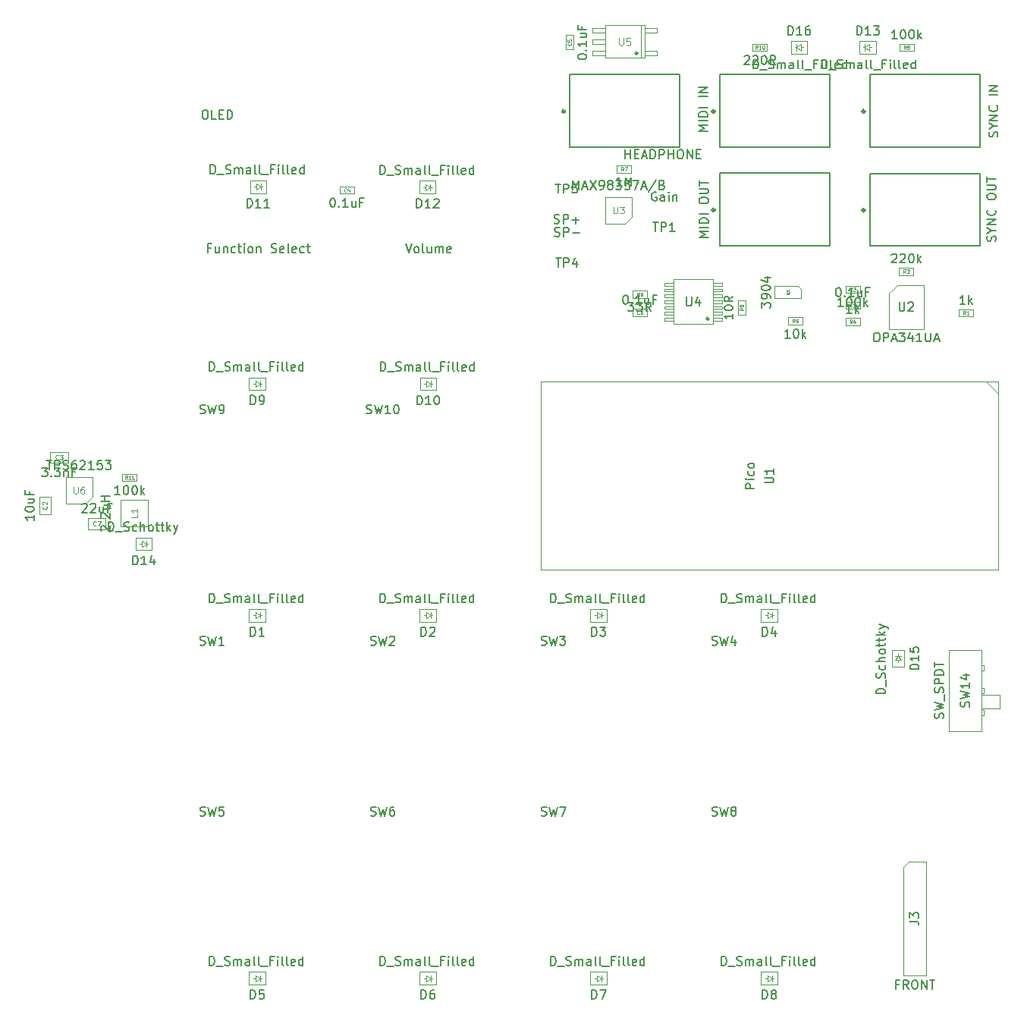
<source format=gbr>
%TF.GenerationSoftware,KiCad,Pcbnew,7.0.2*%
%TF.CreationDate,2023-07-16T23:26:32-06:00*%
%TF.ProjectId,dc31,64633331-2e6b-4696-9361-645f70636258,rev?*%
%TF.SameCoordinates,Original*%
%TF.FileFunction,AssemblyDrawing,Top*%
%FSLAX46Y46*%
G04 Gerber Fmt 4.6, Leading zero omitted, Abs format (unit mm)*
G04 Created by KiCad (PCBNEW 7.0.2) date 2023-07-16 23:26:32*
%MOMM*%
%LPD*%
G01*
G04 APERTURE LIST*
%ADD10C,0.150000*%
%ADD11C,0.060000*%
%ADD12C,0.080000*%
%ADD13C,0.120000*%
%ADD14C,0.050000*%
%ADD15C,0.105000*%
%ADD16C,0.110000*%
%ADD17C,0.100000*%
%ADD18C,0.127000*%
%ADD19C,0.300000*%
%ADD20C,0.250000*%
G04 APERTURE END LIST*
D10*
%TO.C,J3*%
X195284285Y-149568409D02*
X194950952Y-149568409D01*
X194950952Y-150092219D02*
X194950952Y-149092219D01*
X194950952Y-149092219D02*
X195427142Y-149092219D01*
X196379523Y-150092219D02*
X196046190Y-149616028D01*
X195808095Y-150092219D02*
X195808095Y-149092219D01*
X195808095Y-149092219D02*
X196189047Y-149092219D01*
X196189047Y-149092219D02*
X196284285Y-149139838D01*
X196284285Y-149139838D02*
X196331904Y-149187457D01*
X196331904Y-149187457D02*
X196379523Y-149282695D01*
X196379523Y-149282695D02*
X196379523Y-149425552D01*
X196379523Y-149425552D02*
X196331904Y-149520790D01*
X196331904Y-149520790D02*
X196284285Y-149568409D01*
X196284285Y-149568409D02*
X196189047Y-149616028D01*
X196189047Y-149616028D02*
X195808095Y-149616028D01*
X196998571Y-149092219D02*
X197189047Y-149092219D01*
X197189047Y-149092219D02*
X197284285Y-149139838D01*
X197284285Y-149139838D02*
X197379523Y-149235076D01*
X197379523Y-149235076D02*
X197427142Y-149425552D01*
X197427142Y-149425552D02*
X197427142Y-149758885D01*
X197427142Y-149758885D02*
X197379523Y-149949361D01*
X197379523Y-149949361D02*
X197284285Y-150044600D01*
X197284285Y-150044600D02*
X197189047Y-150092219D01*
X197189047Y-150092219D02*
X196998571Y-150092219D01*
X196998571Y-150092219D02*
X196903333Y-150044600D01*
X196903333Y-150044600D02*
X196808095Y-149949361D01*
X196808095Y-149949361D02*
X196760476Y-149758885D01*
X196760476Y-149758885D02*
X196760476Y-149425552D01*
X196760476Y-149425552D02*
X196808095Y-149235076D01*
X196808095Y-149235076D02*
X196903333Y-149139838D01*
X196903333Y-149139838D02*
X196998571Y-149092219D01*
X197855714Y-150092219D02*
X197855714Y-149092219D01*
X197855714Y-149092219D02*
X198427142Y-150092219D01*
X198427142Y-150092219D02*
X198427142Y-149092219D01*
X198760476Y-149092219D02*
X199331904Y-149092219D01*
X199046190Y-150092219D02*
X199046190Y-149092219D01*
X196532619Y-142552933D02*
X197246904Y-142552933D01*
X197246904Y-142552933D02*
X197389761Y-142600552D01*
X197389761Y-142600552D02*
X197485000Y-142695790D01*
X197485000Y-142695790D02*
X197532619Y-142838647D01*
X197532619Y-142838647D02*
X197532619Y-142933885D01*
X196532619Y-142171980D02*
X196532619Y-141552933D01*
X196532619Y-141552933D02*
X196913571Y-141886266D01*
X196913571Y-141886266D02*
X196913571Y-141743409D01*
X196913571Y-141743409D02*
X196961190Y-141648171D01*
X196961190Y-141648171D02*
X197008809Y-141600552D01*
X197008809Y-141600552D02*
X197104047Y-141552933D01*
X197104047Y-141552933D02*
X197342142Y-141552933D01*
X197342142Y-141552933D02*
X197437380Y-141600552D01*
X197437380Y-141600552D02*
X197485000Y-141648171D01*
X197485000Y-141648171D02*
X197532619Y-141743409D01*
X197532619Y-141743409D02*
X197532619Y-142029123D01*
X197532619Y-142029123D02*
X197485000Y-142124361D01*
X197485000Y-142124361D02*
X197437380Y-142171980D01*
%TO.C,SW12*%
X140264762Y-66902619D02*
X140598095Y-67902619D01*
X140598095Y-67902619D02*
X140931428Y-66902619D01*
X141407619Y-67902619D02*
X141312381Y-67855000D01*
X141312381Y-67855000D02*
X141264762Y-67807380D01*
X141264762Y-67807380D02*
X141217143Y-67712142D01*
X141217143Y-67712142D02*
X141217143Y-67426428D01*
X141217143Y-67426428D02*
X141264762Y-67331190D01*
X141264762Y-67331190D02*
X141312381Y-67283571D01*
X141312381Y-67283571D02*
X141407619Y-67235952D01*
X141407619Y-67235952D02*
X141550476Y-67235952D01*
X141550476Y-67235952D02*
X141645714Y-67283571D01*
X141645714Y-67283571D02*
X141693333Y-67331190D01*
X141693333Y-67331190D02*
X141740952Y-67426428D01*
X141740952Y-67426428D02*
X141740952Y-67712142D01*
X141740952Y-67712142D02*
X141693333Y-67807380D01*
X141693333Y-67807380D02*
X141645714Y-67855000D01*
X141645714Y-67855000D02*
X141550476Y-67902619D01*
X141550476Y-67902619D02*
X141407619Y-67902619D01*
X142312381Y-67902619D02*
X142217143Y-67855000D01*
X142217143Y-67855000D02*
X142169524Y-67759761D01*
X142169524Y-67759761D02*
X142169524Y-66902619D01*
X143121905Y-67235952D02*
X143121905Y-67902619D01*
X142693334Y-67235952D02*
X142693334Y-67759761D01*
X142693334Y-67759761D02*
X142740953Y-67855000D01*
X142740953Y-67855000D02*
X142836191Y-67902619D01*
X142836191Y-67902619D02*
X142979048Y-67902619D01*
X142979048Y-67902619D02*
X143074286Y-67855000D01*
X143074286Y-67855000D02*
X143121905Y-67807380D01*
X143598096Y-67902619D02*
X143598096Y-67235952D01*
X143598096Y-67331190D02*
X143645715Y-67283571D01*
X143645715Y-67283571D02*
X143740953Y-67235952D01*
X143740953Y-67235952D02*
X143883810Y-67235952D01*
X143883810Y-67235952D02*
X143979048Y-67283571D01*
X143979048Y-67283571D02*
X144026667Y-67378809D01*
X144026667Y-67378809D02*
X144026667Y-67902619D01*
X144026667Y-67378809D02*
X144074286Y-67283571D01*
X144074286Y-67283571D02*
X144169524Y-67235952D01*
X144169524Y-67235952D02*
X144312381Y-67235952D01*
X144312381Y-67235952D02*
X144407620Y-67283571D01*
X144407620Y-67283571D02*
X144455239Y-67378809D01*
X144455239Y-67378809D02*
X144455239Y-67902619D01*
X145312381Y-67855000D02*
X145217143Y-67902619D01*
X145217143Y-67902619D02*
X145026667Y-67902619D01*
X145026667Y-67902619D02*
X144931429Y-67855000D01*
X144931429Y-67855000D02*
X144883810Y-67759761D01*
X144883810Y-67759761D02*
X144883810Y-67378809D01*
X144883810Y-67378809D02*
X144931429Y-67283571D01*
X144931429Y-67283571D02*
X145026667Y-67235952D01*
X145026667Y-67235952D02*
X145217143Y-67235952D01*
X145217143Y-67235952D02*
X145312381Y-67283571D01*
X145312381Y-67283571D02*
X145360000Y-67378809D01*
X145360000Y-67378809D02*
X145360000Y-67474047D01*
X145360000Y-67474047D02*
X144883810Y-67569285D01*
%TO.C,SW11*%
X118500475Y-67378809D02*
X118167142Y-67378809D01*
X118167142Y-67902619D02*
X118167142Y-66902619D01*
X118167142Y-66902619D02*
X118643332Y-66902619D01*
X119452856Y-67235952D02*
X119452856Y-67902619D01*
X119024285Y-67235952D02*
X119024285Y-67759761D01*
X119024285Y-67759761D02*
X119071904Y-67855000D01*
X119071904Y-67855000D02*
X119167142Y-67902619D01*
X119167142Y-67902619D02*
X119309999Y-67902619D01*
X119309999Y-67902619D02*
X119405237Y-67855000D01*
X119405237Y-67855000D02*
X119452856Y-67807380D01*
X119929047Y-67235952D02*
X119929047Y-67902619D01*
X119929047Y-67331190D02*
X119976666Y-67283571D01*
X119976666Y-67283571D02*
X120071904Y-67235952D01*
X120071904Y-67235952D02*
X120214761Y-67235952D01*
X120214761Y-67235952D02*
X120309999Y-67283571D01*
X120309999Y-67283571D02*
X120357618Y-67378809D01*
X120357618Y-67378809D02*
X120357618Y-67902619D01*
X121262380Y-67855000D02*
X121167142Y-67902619D01*
X121167142Y-67902619D02*
X120976666Y-67902619D01*
X120976666Y-67902619D02*
X120881428Y-67855000D01*
X120881428Y-67855000D02*
X120833809Y-67807380D01*
X120833809Y-67807380D02*
X120786190Y-67712142D01*
X120786190Y-67712142D02*
X120786190Y-67426428D01*
X120786190Y-67426428D02*
X120833809Y-67331190D01*
X120833809Y-67331190D02*
X120881428Y-67283571D01*
X120881428Y-67283571D02*
X120976666Y-67235952D01*
X120976666Y-67235952D02*
X121167142Y-67235952D01*
X121167142Y-67235952D02*
X121262380Y-67283571D01*
X121548095Y-67235952D02*
X121929047Y-67235952D01*
X121690952Y-66902619D02*
X121690952Y-67759761D01*
X121690952Y-67759761D02*
X121738571Y-67855000D01*
X121738571Y-67855000D02*
X121833809Y-67902619D01*
X121833809Y-67902619D02*
X121929047Y-67902619D01*
X122262381Y-67902619D02*
X122262381Y-67235952D01*
X122262381Y-66902619D02*
X122214762Y-66950238D01*
X122214762Y-66950238D02*
X122262381Y-66997857D01*
X122262381Y-66997857D02*
X122310000Y-66950238D01*
X122310000Y-66950238D02*
X122262381Y-66902619D01*
X122262381Y-66902619D02*
X122262381Y-66997857D01*
X122881428Y-67902619D02*
X122786190Y-67855000D01*
X122786190Y-67855000D02*
X122738571Y-67807380D01*
X122738571Y-67807380D02*
X122690952Y-67712142D01*
X122690952Y-67712142D02*
X122690952Y-67426428D01*
X122690952Y-67426428D02*
X122738571Y-67331190D01*
X122738571Y-67331190D02*
X122786190Y-67283571D01*
X122786190Y-67283571D02*
X122881428Y-67235952D01*
X122881428Y-67235952D02*
X123024285Y-67235952D01*
X123024285Y-67235952D02*
X123119523Y-67283571D01*
X123119523Y-67283571D02*
X123167142Y-67331190D01*
X123167142Y-67331190D02*
X123214761Y-67426428D01*
X123214761Y-67426428D02*
X123214761Y-67712142D01*
X123214761Y-67712142D02*
X123167142Y-67807380D01*
X123167142Y-67807380D02*
X123119523Y-67855000D01*
X123119523Y-67855000D02*
X123024285Y-67902619D01*
X123024285Y-67902619D02*
X122881428Y-67902619D01*
X123643333Y-67235952D02*
X123643333Y-67902619D01*
X123643333Y-67331190D02*
X123690952Y-67283571D01*
X123690952Y-67283571D02*
X123786190Y-67235952D01*
X123786190Y-67235952D02*
X123929047Y-67235952D01*
X123929047Y-67235952D02*
X124024285Y-67283571D01*
X124024285Y-67283571D02*
X124071904Y-67378809D01*
X124071904Y-67378809D02*
X124071904Y-67902619D01*
X125262381Y-67855000D02*
X125405238Y-67902619D01*
X125405238Y-67902619D02*
X125643333Y-67902619D01*
X125643333Y-67902619D02*
X125738571Y-67855000D01*
X125738571Y-67855000D02*
X125786190Y-67807380D01*
X125786190Y-67807380D02*
X125833809Y-67712142D01*
X125833809Y-67712142D02*
X125833809Y-67616904D01*
X125833809Y-67616904D02*
X125786190Y-67521666D01*
X125786190Y-67521666D02*
X125738571Y-67474047D01*
X125738571Y-67474047D02*
X125643333Y-67426428D01*
X125643333Y-67426428D02*
X125452857Y-67378809D01*
X125452857Y-67378809D02*
X125357619Y-67331190D01*
X125357619Y-67331190D02*
X125310000Y-67283571D01*
X125310000Y-67283571D02*
X125262381Y-67188333D01*
X125262381Y-67188333D02*
X125262381Y-67093095D01*
X125262381Y-67093095D02*
X125310000Y-66997857D01*
X125310000Y-66997857D02*
X125357619Y-66950238D01*
X125357619Y-66950238D02*
X125452857Y-66902619D01*
X125452857Y-66902619D02*
X125690952Y-66902619D01*
X125690952Y-66902619D02*
X125833809Y-66950238D01*
X126643333Y-67855000D02*
X126548095Y-67902619D01*
X126548095Y-67902619D02*
X126357619Y-67902619D01*
X126357619Y-67902619D02*
X126262381Y-67855000D01*
X126262381Y-67855000D02*
X126214762Y-67759761D01*
X126214762Y-67759761D02*
X126214762Y-67378809D01*
X126214762Y-67378809D02*
X126262381Y-67283571D01*
X126262381Y-67283571D02*
X126357619Y-67235952D01*
X126357619Y-67235952D02*
X126548095Y-67235952D01*
X126548095Y-67235952D02*
X126643333Y-67283571D01*
X126643333Y-67283571D02*
X126690952Y-67378809D01*
X126690952Y-67378809D02*
X126690952Y-67474047D01*
X126690952Y-67474047D02*
X126214762Y-67569285D01*
X127262381Y-67902619D02*
X127167143Y-67855000D01*
X127167143Y-67855000D02*
X127119524Y-67759761D01*
X127119524Y-67759761D02*
X127119524Y-66902619D01*
X128024286Y-67855000D02*
X127929048Y-67902619D01*
X127929048Y-67902619D02*
X127738572Y-67902619D01*
X127738572Y-67902619D02*
X127643334Y-67855000D01*
X127643334Y-67855000D02*
X127595715Y-67759761D01*
X127595715Y-67759761D02*
X127595715Y-67378809D01*
X127595715Y-67378809D02*
X127643334Y-67283571D01*
X127643334Y-67283571D02*
X127738572Y-67235952D01*
X127738572Y-67235952D02*
X127929048Y-67235952D01*
X127929048Y-67235952D02*
X128024286Y-67283571D01*
X128024286Y-67283571D02*
X128071905Y-67378809D01*
X128071905Y-67378809D02*
X128071905Y-67474047D01*
X128071905Y-67474047D02*
X127595715Y-67569285D01*
X128929048Y-67855000D02*
X128833810Y-67902619D01*
X128833810Y-67902619D02*
X128643334Y-67902619D01*
X128643334Y-67902619D02*
X128548096Y-67855000D01*
X128548096Y-67855000D02*
X128500477Y-67807380D01*
X128500477Y-67807380D02*
X128452858Y-67712142D01*
X128452858Y-67712142D02*
X128452858Y-67426428D01*
X128452858Y-67426428D02*
X128500477Y-67331190D01*
X128500477Y-67331190D02*
X128548096Y-67283571D01*
X128548096Y-67283571D02*
X128643334Y-67235952D01*
X128643334Y-67235952D02*
X128833810Y-67235952D01*
X128833810Y-67235952D02*
X128929048Y-67283571D01*
X129214763Y-67235952D02*
X129595715Y-67235952D01*
X129357620Y-66902619D02*
X129357620Y-67759761D01*
X129357620Y-67759761D02*
X129405239Y-67855000D01*
X129405239Y-67855000D02*
X129500477Y-67902619D01*
X129500477Y-67902619D02*
X129595715Y-67902619D01*
%TO.C,SW1*%
X117316667Y-111655000D02*
X117459524Y-111702619D01*
X117459524Y-111702619D02*
X117697619Y-111702619D01*
X117697619Y-111702619D02*
X117792857Y-111655000D01*
X117792857Y-111655000D02*
X117840476Y-111607380D01*
X117840476Y-111607380D02*
X117888095Y-111512142D01*
X117888095Y-111512142D02*
X117888095Y-111416904D01*
X117888095Y-111416904D02*
X117840476Y-111321666D01*
X117840476Y-111321666D02*
X117792857Y-111274047D01*
X117792857Y-111274047D02*
X117697619Y-111226428D01*
X117697619Y-111226428D02*
X117507143Y-111178809D01*
X117507143Y-111178809D02*
X117411905Y-111131190D01*
X117411905Y-111131190D02*
X117364286Y-111083571D01*
X117364286Y-111083571D02*
X117316667Y-110988333D01*
X117316667Y-110988333D02*
X117316667Y-110893095D01*
X117316667Y-110893095D02*
X117364286Y-110797857D01*
X117364286Y-110797857D02*
X117411905Y-110750238D01*
X117411905Y-110750238D02*
X117507143Y-110702619D01*
X117507143Y-110702619D02*
X117745238Y-110702619D01*
X117745238Y-110702619D02*
X117888095Y-110750238D01*
X118221429Y-110702619D02*
X118459524Y-111702619D01*
X118459524Y-111702619D02*
X118650000Y-110988333D01*
X118650000Y-110988333D02*
X118840476Y-111702619D01*
X118840476Y-111702619D02*
X119078572Y-110702619D01*
X119983333Y-111702619D02*
X119411905Y-111702619D01*
X119697619Y-111702619D02*
X119697619Y-110702619D01*
X119697619Y-110702619D02*
X119602381Y-110845476D01*
X119602381Y-110845476D02*
X119507143Y-110940714D01*
X119507143Y-110940714D02*
X119411905Y-110988333D01*
%TO.C,SW8*%
X174466667Y-130705000D02*
X174609524Y-130752619D01*
X174609524Y-130752619D02*
X174847619Y-130752619D01*
X174847619Y-130752619D02*
X174942857Y-130705000D01*
X174942857Y-130705000D02*
X174990476Y-130657380D01*
X174990476Y-130657380D02*
X175038095Y-130562142D01*
X175038095Y-130562142D02*
X175038095Y-130466904D01*
X175038095Y-130466904D02*
X174990476Y-130371666D01*
X174990476Y-130371666D02*
X174942857Y-130324047D01*
X174942857Y-130324047D02*
X174847619Y-130276428D01*
X174847619Y-130276428D02*
X174657143Y-130228809D01*
X174657143Y-130228809D02*
X174561905Y-130181190D01*
X174561905Y-130181190D02*
X174514286Y-130133571D01*
X174514286Y-130133571D02*
X174466667Y-130038333D01*
X174466667Y-130038333D02*
X174466667Y-129943095D01*
X174466667Y-129943095D02*
X174514286Y-129847857D01*
X174514286Y-129847857D02*
X174561905Y-129800238D01*
X174561905Y-129800238D02*
X174657143Y-129752619D01*
X174657143Y-129752619D02*
X174895238Y-129752619D01*
X174895238Y-129752619D02*
X175038095Y-129800238D01*
X175371429Y-129752619D02*
X175609524Y-130752619D01*
X175609524Y-130752619D02*
X175800000Y-130038333D01*
X175800000Y-130038333D02*
X175990476Y-130752619D01*
X175990476Y-130752619D02*
X176228572Y-129752619D01*
X176752381Y-130181190D02*
X176657143Y-130133571D01*
X176657143Y-130133571D02*
X176609524Y-130085952D01*
X176609524Y-130085952D02*
X176561905Y-129990714D01*
X176561905Y-129990714D02*
X176561905Y-129943095D01*
X176561905Y-129943095D02*
X176609524Y-129847857D01*
X176609524Y-129847857D02*
X176657143Y-129800238D01*
X176657143Y-129800238D02*
X176752381Y-129752619D01*
X176752381Y-129752619D02*
X176942857Y-129752619D01*
X176942857Y-129752619D02*
X177038095Y-129800238D01*
X177038095Y-129800238D02*
X177085714Y-129847857D01*
X177085714Y-129847857D02*
X177133333Y-129943095D01*
X177133333Y-129943095D02*
X177133333Y-129990714D01*
X177133333Y-129990714D02*
X177085714Y-130085952D01*
X177085714Y-130085952D02*
X177038095Y-130133571D01*
X177038095Y-130133571D02*
X176942857Y-130181190D01*
X176942857Y-130181190D02*
X176752381Y-130181190D01*
X176752381Y-130181190D02*
X176657143Y-130228809D01*
X176657143Y-130228809D02*
X176609524Y-130276428D01*
X176609524Y-130276428D02*
X176561905Y-130371666D01*
X176561905Y-130371666D02*
X176561905Y-130562142D01*
X176561905Y-130562142D02*
X176609524Y-130657380D01*
X176609524Y-130657380D02*
X176657143Y-130705000D01*
X176657143Y-130705000D02*
X176752381Y-130752619D01*
X176752381Y-130752619D02*
X176942857Y-130752619D01*
X176942857Y-130752619D02*
X177038095Y-130705000D01*
X177038095Y-130705000D02*
X177085714Y-130657380D01*
X177085714Y-130657380D02*
X177133333Y-130562142D01*
X177133333Y-130562142D02*
X177133333Y-130371666D01*
X177133333Y-130371666D02*
X177085714Y-130276428D01*
X177085714Y-130276428D02*
X177038095Y-130228809D01*
X177038095Y-130228809D02*
X176942857Y-130181190D01*
%TO.C,SW7*%
X155416667Y-130705000D02*
X155559524Y-130752619D01*
X155559524Y-130752619D02*
X155797619Y-130752619D01*
X155797619Y-130752619D02*
X155892857Y-130705000D01*
X155892857Y-130705000D02*
X155940476Y-130657380D01*
X155940476Y-130657380D02*
X155988095Y-130562142D01*
X155988095Y-130562142D02*
X155988095Y-130466904D01*
X155988095Y-130466904D02*
X155940476Y-130371666D01*
X155940476Y-130371666D02*
X155892857Y-130324047D01*
X155892857Y-130324047D02*
X155797619Y-130276428D01*
X155797619Y-130276428D02*
X155607143Y-130228809D01*
X155607143Y-130228809D02*
X155511905Y-130181190D01*
X155511905Y-130181190D02*
X155464286Y-130133571D01*
X155464286Y-130133571D02*
X155416667Y-130038333D01*
X155416667Y-130038333D02*
X155416667Y-129943095D01*
X155416667Y-129943095D02*
X155464286Y-129847857D01*
X155464286Y-129847857D02*
X155511905Y-129800238D01*
X155511905Y-129800238D02*
X155607143Y-129752619D01*
X155607143Y-129752619D02*
X155845238Y-129752619D01*
X155845238Y-129752619D02*
X155988095Y-129800238D01*
X156321429Y-129752619D02*
X156559524Y-130752619D01*
X156559524Y-130752619D02*
X156750000Y-130038333D01*
X156750000Y-130038333D02*
X156940476Y-130752619D01*
X156940476Y-130752619D02*
X157178572Y-129752619D01*
X157464286Y-129752619D02*
X158130952Y-129752619D01*
X158130952Y-129752619D02*
X157702381Y-130752619D01*
%TO.C,SW3*%
X155416667Y-111655000D02*
X155559524Y-111702619D01*
X155559524Y-111702619D02*
X155797619Y-111702619D01*
X155797619Y-111702619D02*
X155892857Y-111655000D01*
X155892857Y-111655000D02*
X155940476Y-111607380D01*
X155940476Y-111607380D02*
X155988095Y-111512142D01*
X155988095Y-111512142D02*
X155988095Y-111416904D01*
X155988095Y-111416904D02*
X155940476Y-111321666D01*
X155940476Y-111321666D02*
X155892857Y-111274047D01*
X155892857Y-111274047D02*
X155797619Y-111226428D01*
X155797619Y-111226428D02*
X155607143Y-111178809D01*
X155607143Y-111178809D02*
X155511905Y-111131190D01*
X155511905Y-111131190D02*
X155464286Y-111083571D01*
X155464286Y-111083571D02*
X155416667Y-110988333D01*
X155416667Y-110988333D02*
X155416667Y-110893095D01*
X155416667Y-110893095D02*
X155464286Y-110797857D01*
X155464286Y-110797857D02*
X155511905Y-110750238D01*
X155511905Y-110750238D02*
X155607143Y-110702619D01*
X155607143Y-110702619D02*
X155845238Y-110702619D01*
X155845238Y-110702619D02*
X155988095Y-110750238D01*
X156321429Y-110702619D02*
X156559524Y-111702619D01*
X156559524Y-111702619D02*
X156750000Y-110988333D01*
X156750000Y-110988333D02*
X156940476Y-111702619D01*
X156940476Y-111702619D02*
X157178572Y-110702619D01*
X157464286Y-110702619D02*
X158083333Y-110702619D01*
X158083333Y-110702619D02*
X157750000Y-111083571D01*
X157750000Y-111083571D02*
X157892857Y-111083571D01*
X157892857Y-111083571D02*
X157988095Y-111131190D01*
X157988095Y-111131190D02*
X158035714Y-111178809D01*
X158035714Y-111178809D02*
X158083333Y-111274047D01*
X158083333Y-111274047D02*
X158083333Y-111512142D01*
X158083333Y-111512142D02*
X158035714Y-111607380D01*
X158035714Y-111607380D02*
X157988095Y-111655000D01*
X157988095Y-111655000D02*
X157892857Y-111702619D01*
X157892857Y-111702619D02*
X157607143Y-111702619D01*
X157607143Y-111702619D02*
X157511905Y-111655000D01*
X157511905Y-111655000D02*
X157464286Y-111607380D01*
%TO.C,SW2*%
X136366667Y-111655000D02*
X136509524Y-111702619D01*
X136509524Y-111702619D02*
X136747619Y-111702619D01*
X136747619Y-111702619D02*
X136842857Y-111655000D01*
X136842857Y-111655000D02*
X136890476Y-111607380D01*
X136890476Y-111607380D02*
X136938095Y-111512142D01*
X136938095Y-111512142D02*
X136938095Y-111416904D01*
X136938095Y-111416904D02*
X136890476Y-111321666D01*
X136890476Y-111321666D02*
X136842857Y-111274047D01*
X136842857Y-111274047D02*
X136747619Y-111226428D01*
X136747619Y-111226428D02*
X136557143Y-111178809D01*
X136557143Y-111178809D02*
X136461905Y-111131190D01*
X136461905Y-111131190D02*
X136414286Y-111083571D01*
X136414286Y-111083571D02*
X136366667Y-110988333D01*
X136366667Y-110988333D02*
X136366667Y-110893095D01*
X136366667Y-110893095D02*
X136414286Y-110797857D01*
X136414286Y-110797857D02*
X136461905Y-110750238D01*
X136461905Y-110750238D02*
X136557143Y-110702619D01*
X136557143Y-110702619D02*
X136795238Y-110702619D01*
X136795238Y-110702619D02*
X136938095Y-110750238D01*
X137271429Y-110702619D02*
X137509524Y-111702619D01*
X137509524Y-111702619D02*
X137700000Y-110988333D01*
X137700000Y-110988333D02*
X137890476Y-111702619D01*
X137890476Y-111702619D02*
X138128572Y-110702619D01*
X138461905Y-110797857D02*
X138509524Y-110750238D01*
X138509524Y-110750238D02*
X138604762Y-110702619D01*
X138604762Y-110702619D02*
X138842857Y-110702619D01*
X138842857Y-110702619D02*
X138938095Y-110750238D01*
X138938095Y-110750238D02*
X138985714Y-110797857D01*
X138985714Y-110797857D02*
X139033333Y-110893095D01*
X139033333Y-110893095D02*
X139033333Y-110988333D01*
X139033333Y-110988333D02*
X138985714Y-111131190D01*
X138985714Y-111131190D02*
X138414286Y-111702619D01*
X138414286Y-111702619D02*
X139033333Y-111702619D01*
%TO.C,SW5*%
X117316667Y-130705000D02*
X117459524Y-130752619D01*
X117459524Y-130752619D02*
X117697619Y-130752619D01*
X117697619Y-130752619D02*
X117792857Y-130705000D01*
X117792857Y-130705000D02*
X117840476Y-130657380D01*
X117840476Y-130657380D02*
X117888095Y-130562142D01*
X117888095Y-130562142D02*
X117888095Y-130466904D01*
X117888095Y-130466904D02*
X117840476Y-130371666D01*
X117840476Y-130371666D02*
X117792857Y-130324047D01*
X117792857Y-130324047D02*
X117697619Y-130276428D01*
X117697619Y-130276428D02*
X117507143Y-130228809D01*
X117507143Y-130228809D02*
X117411905Y-130181190D01*
X117411905Y-130181190D02*
X117364286Y-130133571D01*
X117364286Y-130133571D02*
X117316667Y-130038333D01*
X117316667Y-130038333D02*
X117316667Y-129943095D01*
X117316667Y-129943095D02*
X117364286Y-129847857D01*
X117364286Y-129847857D02*
X117411905Y-129800238D01*
X117411905Y-129800238D02*
X117507143Y-129752619D01*
X117507143Y-129752619D02*
X117745238Y-129752619D01*
X117745238Y-129752619D02*
X117888095Y-129800238D01*
X118221429Y-129752619D02*
X118459524Y-130752619D01*
X118459524Y-130752619D02*
X118650000Y-130038333D01*
X118650000Y-130038333D02*
X118840476Y-130752619D01*
X118840476Y-130752619D02*
X119078572Y-129752619D01*
X119935714Y-129752619D02*
X119459524Y-129752619D01*
X119459524Y-129752619D02*
X119411905Y-130228809D01*
X119411905Y-130228809D02*
X119459524Y-130181190D01*
X119459524Y-130181190D02*
X119554762Y-130133571D01*
X119554762Y-130133571D02*
X119792857Y-130133571D01*
X119792857Y-130133571D02*
X119888095Y-130181190D01*
X119888095Y-130181190D02*
X119935714Y-130228809D01*
X119935714Y-130228809D02*
X119983333Y-130324047D01*
X119983333Y-130324047D02*
X119983333Y-130562142D01*
X119983333Y-130562142D02*
X119935714Y-130657380D01*
X119935714Y-130657380D02*
X119888095Y-130705000D01*
X119888095Y-130705000D02*
X119792857Y-130752619D01*
X119792857Y-130752619D02*
X119554762Y-130752619D01*
X119554762Y-130752619D02*
X119459524Y-130705000D01*
X119459524Y-130705000D02*
X119411905Y-130657380D01*
%TO.C,SW9*%
X117316667Y-85815000D02*
X117459524Y-85862619D01*
X117459524Y-85862619D02*
X117697619Y-85862619D01*
X117697619Y-85862619D02*
X117792857Y-85815000D01*
X117792857Y-85815000D02*
X117840476Y-85767380D01*
X117840476Y-85767380D02*
X117888095Y-85672142D01*
X117888095Y-85672142D02*
X117888095Y-85576904D01*
X117888095Y-85576904D02*
X117840476Y-85481666D01*
X117840476Y-85481666D02*
X117792857Y-85434047D01*
X117792857Y-85434047D02*
X117697619Y-85386428D01*
X117697619Y-85386428D02*
X117507143Y-85338809D01*
X117507143Y-85338809D02*
X117411905Y-85291190D01*
X117411905Y-85291190D02*
X117364286Y-85243571D01*
X117364286Y-85243571D02*
X117316667Y-85148333D01*
X117316667Y-85148333D02*
X117316667Y-85053095D01*
X117316667Y-85053095D02*
X117364286Y-84957857D01*
X117364286Y-84957857D02*
X117411905Y-84910238D01*
X117411905Y-84910238D02*
X117507143Y-84862619D01*
X117507143Y-84862619D02*
X117745238Y-84862619D01*
X117745238Y-84862619D02*
X117888095Y-84910238D01*
X118221429Y-84862619D02*
X118459524Y-85862619D01*
X118459524Y-85862619D02*
X118650000Y-85148333D01*
X118650000Y-85148333D02*
X118840476Y-85862619D01*
X118840476Y-85862619D02*
X119078572Y-84862619D01*
X119507143Y-85862619D02*
X119697619Y-85862619D01*
X119697619Y-85862619D02*
X119792857Y-85815000D01*
X119792857Y-85815000D02*
X119840476Y-85767380D01*
X119840476Y-85767380D02*
X119935714Y-85624523D01*
X119935714Y-85624523D02*
X119983333Y-85434047D01*
X119983333Y-85434047D02*
X119983333Y-85053095D01*
X119983333Y-85053095D02*
X119935714Y-84957857D01*
X119935714Y-84957857D02*
X119888095Y-84910238D01*
X119888095Y-84910238D02*
X119792857Y-84862619D01*
X119792857Y-84862619D02*
X119602381Y-84862619D01*
X119602381Y-84862619D02*
X119507143Y-84910238D01*
X119507143Y-84910238D02*
X119459524Y-84957857D01*
X119459524Y-84957857D02*
X119411905Y-85053095D01*
X119411905Y-85053095D02*
X119411905Y-85291190D01*
X119411905Y-85291190D02*
X119459524Y-85386428D01*
X119459524Y-85386428D02*
X119507143Y-85434047D01*
X119507143Y-85434047D02*
X119602381Y-85481666D01*
X119602381Y-85481666D02*
X119792857Y-85481666D01*
X119792857Y-85481666D02*
X119888095Y-85434047D01*
X119888095Y-85434047D02*
X119935714Y-85386428D01*
X119935714Y-85386428D02*
X119983333Y-85291190D01*
%TO.C,SW4*%
X174466667Y-111655000D02*
X174609524Y-111702619D01*
X174609524Y-111702619D02*
X174847619Y-111702619D01*
X174847619Y-111702619D02*
X174942857Y-111655000D01*
X174942857Y-111655000D02*
X174990476Y-111607380D01*
X174990476Y-111607380D02*
X175038095Y-111512142D01*
X175038095Y-111512142D02*
X175038095Y-111416904D01*
X175038095Y-111416904D02*
X174990476Y-111321666D01*
X174990476Y-111321666D02*
X174942857Y-111274047D01*
X174942857Y-111274047D02*
X174847619Y-111226428D01*
X174847619Y-111226428D02*
X174657143Y-111178809D01*
X174657143Y-111178809D02*
X174561905Y-111131190D01*
X174561905Y-111131190D02*
X174514286Y-111083571D01*
X174514286Y-111083571D02*
X174466667Y-110988333D01*
X174466667Y-110988333D02*
X174466667Y-110893095D01*
X174466667Y-110893095D02*
X174514286Y-110797857D01*
X174514286Y-110797857D02*
X174561905Y-110750238D01*
X174561905Y-110750238D02*
X174657143Y-110702619D01*
X174657143Y-110702619D02*
X174895238Y-110702619D01*
X174895238Y-110702619D02*
X175038095Y-110750238D01*
X175371429Y-110702619D02*
X175609524Y-111702619D01*
X175609524Y-111702619D02*
X175800000Y-110988333D01*
X175800000Y-110988333D02*
X175990476Y-111702619D01*
X175990476Y-111702619D02*
X176228572Y-110702619D01*
X177038095Y-111035952D02*
X177038095Y-111702619D01*
X176800000Y-110655000D02*
X176561905Y-111369285D01*
X176561905Y-111369285D02*
X177180952Y-111369285D01*
%TO.C,SW6*%
X136366667Y-130705000D02*
X136509524Y-130752619D01*
X136509524Y-130752619D02*
X136747619Y-130752619D01*
X136747619Y-130752619D02*
X136842857Y-130705000D01*
X136842857Y-130705000D02*
X136890476Y-130657380D01*
X136890476Y-130657380D02*
X136938095Y-130562142D01*
X136938095Y-130562142D02*
X136938095Y-130466904D01*
X136938095Y-130466904D02*
X136890476Y-130371666D01*
X136890476Y-130371666D02*
X136842857Y-130324047D01*
X136842857Y-130324047D02*
X136747619Y-130276428D01*
X136747619Y-130276428D02*
X136557143Y-130228809D01*
X136557143Y-130228809D02*
X136461905Y-130181190D01*
X136461905Y-130181190D02*
X136414286Y-130133571D01*
X136414286Y-130133571D02*
X136366667Y-130038333D01*
X136366667Y-130038333D02*
X136366667Y-129943095D01*
X136366667Y-129943095D02*
X136414286Y-129847857D01*
X136414286Y-129847857D02*
X136461905Y-129800238D01*
X136461905Y-129800238D02*
X136557143Y-129752619D01*
X136557143Y-129752619D02*
X136795238Y-129752619D01*
X136795238Y-129752619D02*
X136938095Y-129800238D01*
X137271429Y-129752619D02*
X137509524Y-130752619D01*
X137509524Y-130752619D02*
X137700000Y-130038333D01*
X137700000Y-130038333D02*
X137890476Y-130752619D01*
X137890476Y-130752619D02*
X138128572Y-129752619D01*
X138938095Y-129752619D02*
X138747619Y-129752619D01*
X138747619Y-129752619D02*
X138652381Y-129800238D01*
X138652381Y-129800238D02*
X138604762Y-129847857D01*
X138604762Y-129847857D02*
X138509524Y-129990714D01*
X138509524Y-129990714D02*
X138461905Y-130181190D01*
X138461905Y-130181190D02*
X138461905Y-130562142D01*
X138461905Y-130562142D02*
X138509524Y-130657380D01*
X138509524Y-130657380D02*
X138557143Y-130705000D01*
X138557143Y-130705000D02*
X138652381Y-130752619D01*
X138652381Y-130752619D02*
X138842857Y-130752619D01*
X138842857Y-130752619D02*
X138938095Y-130705000D01*
X138938095Y-130705000D02*
X138985714Y-130657380D01*
X138985714Y-130657380D02*
X139033333Y-130562142D01*
X139033333Y-130562142D02*
X139033333Y-130324047D01*
X139033333Y-130324047D02*
X138985714Y-130228809D01*
X138985714Y-130228809D02*
X138938095Y-130181190D01*
X138938095Y-130181190D02*
X138842857Y-130133571D01*
X138842857Y-130133571D02*
X138652381Y-130133571D01*
X138652381Y-130133571D02*
X138557143Y-130181190D01*
X138557143Y-130181190D02*
X138509524Y-130228809D01*
X138509524Y-130228809D02*
X138461905Y-130324047D01*
%TO.C,SW10*%
X135890476Y-85815000D02*
X136033333Y-85862619D01*
X136033333Y-85862619D02*
X136271428Y-85862619D01*
X136271428Y-85862619D02*
X136366666Y-85815000D01*
X136366666Y-85815000D02*
X136414285Y-85767380D01*
X136414285Y-85767380D02*
X136461904Y-85672142D01*
X136461904Y-85672142D02*
X136461904Y-85576904D01*
X136461904Y-85576904D02*
X136414285Y-85481666D01*
X136414285Y-85481666D02*
X136366666Y-85434047D01*
X136366666Y-85434047D02*
X136271428Y-85386428D01*
X136271428Y-85386428D02*
X136080952Y-85338809D01*
X136080952Y-85338809D02*
X135985714Y-85291190D01*
X135985714Y-85291190D02*
X135938095Y-85243571D01*
X135938095Y-85243571D02*
X135890476Y-85148333D01*
X135890476Y-85148333D02*
X135890476Y-85053095D01*
X135890476Y-85053095D02*
X135938095Y-84957857D01*
X135938095Y-84957857D02*
X135985714Y-84910238D01*
X135985714Y-84910238D02*
X136080952Y-84862619D01*
X136080952Y-84862619D02*
X136319047Y-84862619D01*
X136319047Y-84862619D02*
X136461904Y-84910238D01*
X136795238Y-84862619D02*
X137033333Y-85862619D01*
X137033333Y-85862619D02*
X137223809Y-85148333D01*
X137223809Y-85148333D02*
X137414285Y-85862619D01*
X137414285Y-85862619D02*
X137652381Y-84862619D01*
X138557142Y-85862619D02*
X137985714Y-85862619D01*
X138271428Y-85862619D02*
X138271428Y-84862619D01*
X138271428Y-84862619D02*
X138176190Y-85005476D01*
X138176190Y-85005476D02*
X138080952Y-85100714D01*
X138080952Y-85100714D02*
X137985714Y-85148333D01*
X139176190Y-84862619D02*
X139271428Y-84862619D01*
X139271428Y-84862619D02*
X139366666Y-84910238D01*
X139366666Y-84910238D02*
X139414285Y-84957857D01*
X139414285Y-84957857D02*
X139461904Y-85053095D01*
X139461904Y-85053095D02*
X139509523Y-85243571D01*
X139509523Y-85243571D02*
X139509523Y-85481666D01*
X139509523Y-85481666D02*
X139461904Y-85672142D01*
X139461904Y-85672142D02*
X139414285Y-85767380D01*
X139414285Y-85767380D02*
X139366666Y-85815000D01*
X139366666Y-85815000D02*
X139271428Y-85862619D01*
X139271428Y-85862619D02*
X139176190Y-85862619D01*
X139176190Y-85862619D02*
X139080952Y-85815000D01*
X139080952Y-85815000D02*
X139033333Y-85767380D01*
X139033333Y-85767380D02*
X138985714Y-85672142D01*
X138985714Y-85672142D02*
X138938095Y-85481666D01*
X138938095Y-85481666D02*
X138938095Y-85243571D01*
X138938095Y-85243571D02*
X138985714Y-85053095D01*
X138985714Y-85053095D02*
X139033333Y-84957857D01*
X139033333Y-84957857D02*
X139080952Y-84910238D01*
X139080952Y-84910238D02*
X139176190Y-84862619D01*
%TO.C,J6*%
X174030514Y-66217046D02*
X173030514Y-66217046D01*
X173030514Y-66217046D02*
X173744799Y-65883713D01*
X173744799Y-65883713D02*
X173030514Y-65550380D01*
X173030514Y-65550380D02*
X174030514Y-65550380D01*
X174030514Y-65074189D02*
X173030514Y-65074189D01*
X174030514Y-64597999D02*
X173030514Y-64597999D01*
X173030514Y-64597999D02*
X173030514Y-64359904D01*
X173030514Y-64359904D02*
X173078133Y-64217047D01*
X173078133Y-64217047D02*
X173173371Y-64121809D01*
X173173371Y-64121809D02*
X173268609Y-64074190D01*
X173268609Y-64074190D02*
X173459085Y-64026571D01*
X173459085Y-64026571D02*
X173601942Y-64026571D01*
X173601942Y-64026571D02*
X173792418Y-64074190D01*
X173792418Y-64074190D02*
X173887656Y-64121809D01*
X173887656Y-64121809D02*
X173982895Y-64217047D01*
X173982895Y-64217047D02*
X174030514Y-64359904D01*
X174030514Y-64359904D02*
X174030514Y-64597999D01*
X174030514Y-63597999D02*
X173030514Y-63597999D01*
X173030514Y-62169428D02*
X173030514Y-61978952D01*
X173030514Y-61978952D02*
X173078133Y-61883714D01*
X173078133Y-61883714D02*
X173173371Y-61788476D01*
X173173371Y-61788476D02*
X173363847Y-61740857D01*
X173363847Y-61740857D02*
X173697180Y-61740857D01*
X173697180Y-61740857D02*
X173887656Y-61788476D01*
X173887656Y-61788476D02*
X173982895Y-61883714D01*
X173982895Y-61883714D02*
X174030514Y-61978952D01*
X174030514Y-61978952D02*
X174030514Y-62169428D01*
X174030514Y-62169428D02*
X173982895Y-62264666D01*
X173982895Y-62264666D02*
X173887656Y-62359904D01*
X173887656Y-62359904D02*
X173697180Y-62407523D01*
X173697180Y-62407523D02*
X173363847Y-62407523D01*
X173363847Y-62407523D02*
X173173371Y-62359904D01*
X173173371Y-62359904D02*
X173078133Y-62264666D01*
X173078133Y-62264666D02*
X173030514Y-62169428D01*
X173030514Y-61312285D02*
X173840037Y-61312285D01*
X173840037Y-61312285D02*
X173935275Y-61264666D01*
X173935275Y-61264666D02*
X173982895Y-61217047D01*
X173982895Y-61217047D02*
X174030514Y-61121809D01*
X174030514Y-61121809D02*
X174030514Y-60931333D01*
X174030514Y-60931333D02*
X173982895Y-60836095D01*
X173982895Y-60836095D02*
X173935275Y-60788476D01*
X173935275Y-60788476D02*
X173840037Y-60740857D01*
X173840037Y-60740857D02*
X173030514Y-60740857D01*
X173030514Y-60407523D02*
X173030514Y-59836095D01*
X174030514Y-60121809D02*
X173030514Y-60121809D01*
%TO.C,J2*%
X206105000Y-66591618D02*
X206152619Y-66448761D01*
X206152619Y-66448761D02*
X206152619Y-66210666D01*
X206152619Y-66210666D02*
X206105000Y-66115428D01*
X206105000Y-66115428D02*
X206057380Y-66067809D01*
X206057380Y-66067809D02*
X205962142Y-66020190D01*
X205962142Y-66020190D02*
X205866904Y-66020190D01*
X205866904Y-66020190D02*
X205771666Y-66067809D01*
X205771666Y-66067809D02*
X205724047Y-66115428D01*
X205724047Y-66115428D02*
X205676428Y-66210666D01*
X205676428Y-66210666D02*
X205628809Y-66401142D01*
X205628809Y-66401142D02*
X205581190Y-66496380D01*
X205581190Y-66496380D02*
X205533571Y-66543999D01*
X205533571Y-66543999D02*
X205438333Y-66591618D01*
X205438333Y-66591618D02*
X205343095Y-66591618D01*
X205343095Y-66591618D02*
X205247857Y-66543999D01*
X205247857Y-66543999D02*
X205200238Y-66496380D01*
X205200238Y-66496380D02*
X205152619Y-66401142D01*
X205152619Y-66401142D02*
X205152619Y-66163047D01*
X205152619Y-66163047D02*
X205200238Y-66020190D01*
X205676428Y-65401142D02*
X206152619Y-65401142D01*
X205152619Y-65734475D02*
X205676428Y-65401142D01*
X205676428Y-65401142D02*
X205152619Y-65067809D01*
X206152619Y-64734475D02*
X205152619Y-64734475D01*
X205152619Y-64734475D02*
X206152619Y-64163047D01*
X206152619Y-64163047D02*
X205152619Y-64163047D01*
X206057380Y-63115428D02*
X206105000Y-63163047D01*
X206105000Y-63163047D02*
X206152619Y-63305904D01*
X206152619Y-63305904D02*
X206152619Y-63401142D01*
X206152619Y-63401142D02*
X206105000Y-63543999D01*
X206105000Y-63543999D02*
X206009761Y-63639237D01*
X206009761Y-63639237D02*
X205914523Y-63686856D01*
X205914523Y-63686856D02*
X205724047Y-63734475D01*
X205724047Y-63734475D02*
X205581190Y-63734475D01*
X205581190Y-63734475D02*
X205390714Y-63686856D01*
X205390714Y-63686856D02*
X205295476Y-63639237D01*
X205295476Y-63639237D02*
X205200238Y-63543999D01*
X205200238Y-63543999D02*
X205152619Y-63401142D01*
X205152619Y-63401142D02*
X205152619Y-63305904D01*
X205152619Y-63305904D02*
X205200238Y-63163047D01*
X205200238Y-63163047D02*
X205247857Y-63115428D01*
X205152619Y-61734475D02*
X205152619Y-61543999D01*
X205152619Y-61543999D02*
X205200238Y-61448761D01*
X205200238Y-61448761D02*
X205295476Y-61353523D01*
X205295476Y-61353523D02*
X205485952Y-61305904D01*
X205485952Y-61305904D02*
X205819285Y-61305904D01*
X205819285Y-61305904D02*
X206009761Y-61353523D01*
X206009761Y-61353523D02*
X206105000Y-61448761D01*
X206105000Y-61448761D02*
X206152619Y-61543999D01*
X206152619Y-61543999D02*
X206152619Y-61734475D01*
X206152619Y-61734475D02*
X206105000Y-61829713D01*
X206105000Y-61829713D02*
X206009761Y-61924951D01*
X206009761Y-61924951D02*
X205819285Y-61972570D01*
X205819285Y-61972570D02*
X205485952Y-61972570D01*
X205485952Y-61972570D02*
X205295476Y-61924951D01*
X205295476Y-61924951D02*
X205200238Y-61829713D01*
X205200238Y-61829713D02*
X205152619Y-61734475D01*
X205152619Y-60877332D02*
X205962142Y-60877332D01*
X205962142Y-60877332D02*
X206057380Y-60829713D01*
X206057380Y-60829713D02*
X206105000Y-60782094D01*
X206105000Y-60782094D02*
X206152619Y-60686856D01*
X206152619Y-60686856D02*
X206152619Y-60496380D01*
X206152619Y-60496380D02*
X206105000Y-60401142D01*
X206105000Y-60401142D02*
X206057380Y-60353523D01*
X206057380Y-60353523D02*
X205962142Y-60305904D01*
X205962142Y-60305904D02*
X205152619Y-60305904D01*
X205152619Y-59972570D02*
X205152619Y-59401142D01*
X206152619Y-59686856D02*
X205152619Y-59686856D01*
%TO.C,J8*%
X164771314Y-57397619D02*
X164771314Y-56397619D01*
X164771314Y-56873809D02*
X165342742Y-56873809D01*
X165342742Y-57397619D02*
X165342742Y-56397619D01*
X165818933Y-56873809D02*
X166152266Y-56873809D01*
X166295123Y-57397619D02*
X165818933Y-57397619D01*
X165818933Y-57397619D02*
X165818933Y-56397619D01*
X165818933Y-56397619D02*
X166295123Y-56397619D01*
X166676076Y-57111904D02*
X167152266Y-57111904D01*
X166580838Y-57397619D02*
X166914171Y-56397619D01*
X166914171Y-56397619D02*
X167247504Y-57397619D01*
X167580838Y-57397619D02*
X167580838Y-56397619D01*
X167580838Y-56397619D02*
X167818933Y-56397619D01*
X167818933Y-56397619D02*
X167961790Y-56445238D01*
X167961790Y-56445238D02*
X168057028Y-56540476D01*
X168057028Y-56540476D02*
X168104647Y-56635714D01*
X168104647Y-56635714D02*
X168152266Y-56826190D01*
X168152266Y-56826190D02*
X168152266Y-56969047D01*
X168152266Y-56969047D02*
X168104647Y-57159523D01*
X168104647Y-57159523D02*
X168057028Y-57254761D01*
X168057028Y-57254761D02*
X167961790Y-57350000D01*
X167961790Y-57350000D02*
X167818933Y-57397619D01*
X167818933Y-57397619D02*
X167580838Y-57397619D01*
X168580838Y-57397619D02*
X168580838Y-56397619D01*
X168580838Y-56397619D02*
X168961790Y-56397619D01*
X168961790Y-56397619D02*
X169057028Y-56445238D01*
X169057028Y-56445238D02*
X169104647Y-56492857D01*
X169104647Y-56492857D02*
X169152266Y-56588095D01*
X169152266Y-56588095D02*
X169152266Y-56730952D01*
X169152266Y-56730952D02*
X169104647Y-56826190D01*
X169104647Y-56826190D02*
X169057028Y-56873809D01*
X169057028Y-56873809D02*
X168961790Y-56921428D01*
X168961790Y-56921428D02*
X168580838Y-56921428D01*
X169580838Y-57397619D02*
X169580838Y-56397619D01*
X169580838Y-56873809D02*
X170152266Y-56873809D01*
X170152266Y-57397619D02*
X170152266Y-56397619D01*
X170818933Y-56397619D02*
X171009409Y-56397619D01*
X171009409Y-56397619D02*
X171104647Y-56445238D01*
X171104647Y-56445238D02*
X171199885Y-56540476D01*
X171199885Y-56540476D02*
X171247504Y-56730952D01*
X171247504Y-56730952D02*
X171247504Y-57064285D01*
X171247504Y-57064285D02*
X171199885Y-57254761D01*
X171199885Y-57254761D02*
X171104647Y-57350000D01*
X171104647Y-57350000D02*
X171009409Y-57397619D01*
X171009409Y-57397619D02*
X170818933Y-57397619D01*
X170818933Y-57397619D02*
X170723695Y-57350000D01*
X170723695Y-57350000D02*
X170628457Y-57254761D01*
X170628457Y-57254761D02*
X170580838Y-57064285D01*
X170580838Y-57064285D02*
X170580838Y-56730952D01*
X170580838Y-56730952D02*
X170628457Y-56540476D01*
X170628457Y-56540476D02*
X170723695Y-56445238D01*
X170723695Y-56445238D02*
X170818933Y-56397619D01*
X171676076Y-57397619D02*
X171676076Y-56397619D01*
X171676076Y-56397619D02*
X172247504Y-57397619D01*
X172247504Y-57397619D02*
X172247504Y-56397619D01*
X172723695Y-56873809D02*
X173057028Y-56873809D01*
X173199885Y-57397619D02*
X172723695Y-57397619D01*
X172723695Y-57397619D02*
X172723695Y-56397619D01*
X172723695Y-56397619D02*
X173199885Y-56397619D01*
%TO.C,J5*%
X173950514Y-54316379D02*
X172950514Y-54316379D01*
X172950514Y-54316379D02*
X173664799Y-53983046D01*
X173664799Y-53983046D02*
X172950514Y-53649713D01*
X172950514Y-53649713D02*
X173950514Y-53649713D01*
X173950514Y-53173522D02*
X172950514Y-53173522D01*
X173950514Y-52697332D02*
X172950514Y-52697332D01*
X172950514Y-52697332D02*
X172950514Y-52459237D01*
X172950514Y-52459237D02*
X172998133Y-52316380D01*
X172998133Y-52316380D02*
X173093371Y-52221142D01*
X173093371Y-52221142D02*
X173188609Y-52173523D01*
X173188609Y-52173523D02*
X173379085Y-52125904D01*
X173379085Y-52125904D02*
X173521942Y-52125904D01*
X173521942Y-52125904D02*
X173712418Y-52173523D01*
X173712418Y-52173523D02*
X173807656Y-52221142D01*
X173807656Y-52221142D02*
X173902895Y-52316380D01*
X173902895Y-52316380D02*
X173950514Y-52459237D01*
X173950514Y-52459237D02*
X173950514Y-52697332D01*
X173950514Y-51697332D02*
X172950514Y-51697332D01*
X173950514Y-50459237D02*
X172950514Y-50459237D01*
X173950514Y-49983047D02*
X172950514Y-49983047D01*
X172950514Y-49983047D02*
X173950514Y-49411619D01*
X173950514Y-49411619D02*
X172950514Y-49411619D01*
%TO.C,J4*%
X206305000Y-54968951D02*
X206352619Y-54826094D01*
X206352619Y-54826094D02*
X206352619Y-54587999D01*
X206352619Y-54587999D02*
X206305000Y-54492761D01*
X206305000Y-54492761D02*
X206257380Y-54445142D01*
X206257380Y-54445142D02*
X206162142Y-54397523D01*
X206162142Y-54397523D02*
X206066904Y-54397523D01*
X206066904Y-54397523D02*
X205971666Y-54445142D01*
X205971666Y-54445142D02*
X205924047Y-54492761D01*
X205924047Y-54492761D02*
X205876428Y-54587999D01*
X205876428Y-54587999D02*
X205828809Y-54778475D01*
X205828809Y-54778475D02*
X205781190Y-54873713D01*
X205781190Y-54873713D02*
X205733571Y-54921332D01*
X205733571Y-54921332D02*
X205638333Y-54968951D01*
X205638333Y-54968951D02*
X205543095Y-54968951D01*
X205543095Y-54968951D02*
X205447857Y-54921332D01*
X205447857Y-54921332D02*
X205400238Y-54873713D01*
X205400238Y-54873713D02*
X205352619Y-54778475D01*
X205352619Y-54778475D02*
X205352619Y-54540380D01*
X205352619Y-54540380D02*
X205400238Y-54397523D01*
X205876428Y-53778475D02*
X206352619Y-53778475D01*
X205352619Y-54111808D02*
X205876428Y-53778475D01*
X205876428Y-53778475D02*
X205352619Y-53445142D01*
X206352619Y-53111808D02*
X205352619Y-53111808D01*
X205352619Y-53111808D02*
X206352619Y-52540380D01*
X206352619Y-52540380D02*
X205352619Y-52540380D01*
X206257380Y-51492761D02*
X206305000Y-51540380D01*
X206305000Y-51540380D02*
X206352619Y-51683237D01*
X206352619Y-51683237D02*
X206352619Y-51778475D01*
X206352619Y-51778475D02*
X206305000Y-51921332D01*
X206305000Y-51921332D02*
X206209761Y-52016570D01*
X206209761Y-52016570D02*
X206114523Y-52064189D01*
X206114523Y-52064189D02*
X205924047Y-52111808D01*
X205924047Y-52111808D02*
X205781190Y-52111808D01*
X205781190Y-52111808D02*
X205590714Y-52064189D01*
X205590714Y-52064189D02*
X205495476Y-52016570D01*
X205495476Y-52016570D02*
X205400238Y-51921332D01*
X205400238Y-51921332D02*
X205352619Y-51778475D01*
X205352619Y-51778475D02*
X205352619Y-51683237D01*
X205352619Y-51683237D02*
X205400238Y-51540380D01*
X205400238Y-51540380D02*
X205447857Y-51492761D01*
X206352619Y-50302284D02*
X205352619Y-50302284D01*
X206352619Y-49826094D02*
X205352619Y-49826094D01*
X205352619Y-49826094D02*
X206352619Y-49254666D01*
X206352619Y-49254666D02*
X205352619Y-49254666D01*
%TO.C,SW14*%
X200250000Y-119865237D02*
X200297619Y-119722380D01*
X200297619Y-119722380D02*
X200297619Y-119484285D01*
X200297619Y-119484285D02*
X200250000Y-119389047D01*
X200250000Y-119389047D02*
X200202380Y-119341428D01*
X200202380Y-119341428D02*
X200107142Y-119293809D01*
X200107142Y-119293809D02*
X200011904Y-119293809D01*
X200011904Y-119293809D02*
X199916666Y-119341428D01*
X199916666Y-119341428D02*
X199869047Y-119389047D01*
X199869047Y-119389047D02*
X199821428Y-119484285D01*
X199821428Y-119484285D02*
X199773809Y-119674761D01*
X199773809Y-119674761D02*
X199726190Y-119769999D01*
X199726190Y-119769999D02*
X199678571Y-119817618D01*
X199678571Y-119817618D02*
X199583333Y-119865237D01*
X199583333Y-119865237D02*
X199488095Y-119865237D01*
X199488095Y-119865237D02*
X199392857Y-119817618D01*
X199392857Y-119817618D02*
X199345238Y-119769999D01*
X199345238Y-119769999D02*
X199297619Y-119674761D01*
X199297619Y-119674761D02*
X199297619Y-119436666D01*
X199297619Y-119436666D02*
X199345238Y-119293809D01*
X199297619Y-118960475D02*
X200297619Y-118722380D01*
X200297619Y-118722380D02*
X199583333Y-118531904D01*
X199583333Y-118531904D02*
X200297619Y-118341428D01*
X200297619Y-118341428D02*
X199297619Y-118103333D01*
X200392857Y-117960476D02*
X200392857Y-117198571D01*
X200250000Y-117008094D02*
X200297619Y-116865237D01*
X200297619Y-116865237D02*
X200297619Y-116627142D01*
X200297619Y-116627142D02*
X200250000Y-116531904D01*
X200250000Y-116531904D02*
X200202380Y-116484285D01*
X200202380Y-116484285D02*
X200107142Y-116436666D01*
X200107142Y-116436666D02*
X200011904Y-116436666D01*
X200011904Y-116436666D02*
X199916666Y-116484285D01*
X199916666Y-116484285D02*
X199869047Y-116531904D01*
X199869047Y-116531904D02*
X199821428Y-116627142D01*
X199821428Y-116627142D02*
X199773809Y-116817618D01*
X199773809Y-116817618D02*
X199726190Y-116912856D01*
X199726190Y-116912856D02*
X199678571Y-116960475D01*
X199678571Y-116960475D02*
X199583333Y-117008094D01*
X199583333Y-117008094D02*
X199488095Y-117008094D01*
X199488095Y-117008094D02*
X199392857Y-116960475D01*
X199392857Y-116960475D02*
X199345238Y-116912856D01*
X199345238Y-116912856D02*
X199297619Y-116817618D01*
X199297619Y-116817618D02*
X199297619Y-116579523D01*
X199297619Y-116579523D02*
X199345238Y-116436666D01*
X200297619Y-116008094D02*
X199297619Y-116008094D01*
X199297619Y-116008094D02*
X199297619Y-115627142D01*
X199297619Y-115627142D02*
X199345238Y-115531904D01*
X199345238Y-115531904D02*
X199392857Y-115484285D01*
X199392857Y-115484285D02*
X199488095Y-115436666D01*
X199488095Y-115436666D02*
X199630952Y-115436666D01*
X199630952Y-115436666D02*
X199726190Y-115484285D01*
X199726190Y-115484285D02*
X199773809Y-115531904D01*
X199773809Y-115531904D02*
X199821428Y-115627142D01*
X199821428Y-115627142D02*
X199821428Y-116008094D01*
X200297619Y-115008094D02*
X199297619Y-115008094D01*
X199297619Y-115008094D02*
X199297619Y-114769999D01*
X199297619Y-114769999D02*
X199345238Y-114627142D01*
X199345238Y-114627142D02*
X199440476Y-114531904D01*
X199440476Y-114531904D02*
X199535714Y-114484285D01*
X199535714Y-114484285D02*
X199726190Y-114436666D01*
X199726190Y-114436666D02*
X199869047Y-114436666D01*
X199869047Y-114436666D02*
X200059523Y-114484285D01*
X200059523Y-114484285D02*
X200154761Y-114531904D01*
X200154761Y-114531904D02*
X200250000Y-114627142D01*
X200250000Y-114627142D02*
X200297619Y-114769999D01*
X200297619Y-114769999D02*
X200297619Y-115008094D01*
X199297619Y-114150951D02*
X199297619Y-113579523D01*
X200297619Y-113865237D02*
X199297619Y-113865237D01*
X203150000Y-118579523D02*
X203197619Y-118436666D01*
X203197619Y-118436666D02*
X203197619Y-118198571D01*
X203197619Y-118198571D02*
X203150000Y-118103333D01*
X203150000Y-118103333D02*
X203102380Y-118055714D01*
X203102380Y-118055714D02*
X203007142Y-118008095D01*
X203007142Y-118008095D02*
X202911904Y-118008095D01*
X202911904Y-118008095D02*
X202816666Y-118055714D01*
X202816666Y-118055714D02*
X202769047Y-118103333D01*
X202769047Y-118103333D02*
X202721428Y-118198571D01*
X202721428Y-118198571D02*
X202673809Y-118389047D01*
X202673809Y-118389047D02*
X202626190Y-118484285D01*
X202626190Y-118484285D02*
X202578571Y-118531904D01*
X202578571Y-118531904D02*
X202483333Y-118579523D01*
X202483333Y-118579523D02*
X202388095Y-118579523D01*
X202388095Y-118579523D02*
X202292857Y-118531904D01*
X202292857Y-118531904D02*
X202245238Y-118484285D01*
X202245238Y-118484285D02*
X202197619Y-118389047D01*
X202197619Y-118389047D02*
X202197619Y-118150952D01*
X202197619Y-118150952D02*
X202245238Y-118008095D01*
X202197619Y-117674761D02*
X203197619Y-117436666D01*
X203197619Y-117436666D02*
X202483333Y-117246190D01*
X202483333Y-117246190D02*
X203197619Y-117055714D01*
X203197619Y-117055714D02*
X202197619Y-116817619D01*
X203197619Y-115912857D02*
X203197619Y-116484285D01*
X203197619Y-116198571D02*
X202197619Y-116198571D01*
X202197619Y-116198571D02*
X202340476Y-116293809D01*
X202340476Y-116293809D02*
X202435714Y-116389047D01*
X202435714Y-116389047D02*
X202483333Y-116484285D01*
X202530952Y-115055714D02*
X203197619Y-115055714D01*
X202150000Y-115293809D02*
X202864285Y-115531904D01*
X202864285Y-115531904D02*
X202864285Y-114912857D01*
%TO.C,J1*%
X117787619Y-51982619D02*
X117978095Y-51982619D01*
X117978095Y-51982619D02*
X118073333Y-52030238D01*
X118073333Y-52030238D02*
X118168571Y-52125476D01*
X118168571Y-52125476D02*
X118216190Y-52315952D01*
X118216190Y-52315952D02*
X118216190Y-52649285D01*
X118216190Y-52649285D02*
X118168571Y-52839761D01*
X118168571Y-52839761D02*
X118073333Y-52935000D01*
X118073333Y-52935000D02*
X117978095Y-52982619D01*
X117978095Y-52982619D02*
X117787619Y-52982619D01*
X117787619Y-52982619D02*
X117692381Y-52935000D01*
X117692381Y-52935000D02*
X117597143Y-52839761D01*
X117597143Y-52839761D02*
X117549524Y-52649285D01*
X117549524Y-52649285D02*
X117549524Y-52315952D01*
X117549524Y-52315952D02*
X117597143Y-52125476D01*
X117597143Y-52125476D02*
X117692381Y-52030238D01*
X117692381Y-52030238D02*
X117787619Y-51982619D01*
X119120952Y-52982619D02*
X118644762Y-52982619D01*
X118644762Y-52982619D02*
X118644762Y-51982619D01*
X119454286Y-52458809D02*
X119787619Y-52458809D01*
X119930476Y-52982619D02*
X119454286Y-52982619D01*
X119454286Y-52982619D02*
X119454286Y-51982619D01*
X119454286Y-51982619D02*
X119930476Y-51982619D01*
X120359048Y-52982619D02*
X120359048Y-51982619D01*
X120359048Y-51982619D02*
X120597143Y-51982619D01*
X120597143Y-51982619D02*
X120740000Y-52030238D01*
X120740000Y-52030238D02*
X120835238Y-52125476D01*
X120835238Y-52125476D02*
X120882857Y-52220714D01*
X120882857Y-52220714D02*
X120930476Y-52411190D01*
X120930476Y-52411190D02*
X120930476Y-52554047D01*
X120930476Y-52554047D02*
X120882857Y-52744523D01*
X120882857Y-52744523D02*
X120835238Y-52839761D01*
X120835238Y-52839761D02*
X120740000Y-52935000D01*
X120740000Y-52935000D02*
X120597143Y-52982619D01*
X120597143Y-52982619D02*
X120359048Y-52982619D01*
%TO.C,D11*%
X118473213Y-59102619D02*
X118473213Y-58102619D01*
X118473213Y-58102619D02*
X118711308Y-58102619D01*
X118711308Y-58102619D02*
X118854165Y-58150238D01*
X118854165Y-58150238D02*
X118949403Y-58245476D01*
X118949403Y-58245476D02*
X118997022Y-58340714D01*
X118997022Y-58340714D02*
X119044641Y-58531190D01*
X119044641Y-58531190D02*
X119044641Y-58674047D01*
X119044641Y-58674047D02*
X118997022Y-58864523D01*
X118997022Y-58864523D02*
X118949403Y-58959761D01*
X118949403Y-58959761D02*
X118854165Y-59055000D01*
X118854165Y-59055000D02*
X118711308Y-59102619D01*
X118711308Y-59102619D02*
X118473213Y-59102619D01*
X119235118Y-59197857D02*
X119997022Y-59197857D01*
X120187499Y-59055000D02*
X120330356Y-59102619D01*
X120330356Y-59102619D02*
X120568451Y-59102619D01*
X120568451Y-59102619D02*
X120663689Y-59055000D01*
X120663689Y-59055000D02*
X120711308Y-59007380D01*
X120711308Y-59007380D02*
X120758927Y-58912142D01*
X120758927Y-58912142D02*
X120758927Y-58816904D01*
X120758927Y-58816904D02*
X120711308Y-58721666D01*
X120711308Y-58721666D02*
X120663689Y-58674047D01*
X120663689Y-58674047D02*
X120568451Y-58626428D01*
X120568451Y-58626428D02*
X120377975Y-58578809D01*
X120377975Y-58578809D02*
X120282737Y-58531190D01*
X120282737Y-58531190D02*
X120235118Y-58483571D01*
X120235118Y-58483571D02*
X120187499Y-58388333D01*
X120187499Y-58388333D02*
X120187499Y-58293095D01*
X120187499Y-58293095D02*
X120235118Y-58197857D01*
X120235118Y-58197857D02*
X120282737Y-58150238D01*
X120282737Y-58150238D02*
X120377975Y-58102619D01*
X120377975Y-58102619D02*
X120616070Y-58102619D01*
X120616070Y-58102619D02*
X120758927Y-58150238D01*
X121187499Y-59102619D02*
X121187499Y-58435952D01*
X121187499Y-58531190D02*
X121235118Y-58483571D01*
X121235118Y-58483571D02*
X121330356Y-58435952D01*
X121330356Y-58435952D02*
X121473213Y-58435952D01*
X121473213Y-58435952D02*
X121568451Y-58483571D01*
X121568451Y-58483571D02*
X121616070Y-58578809D01*
X121616070Y-58578809D02*
X121616070Y-59102619D01*
X121616070Y-58578809D02*
X121663689Y-58483571D01*
X121663689Y-58483571D02*
X121758927Y-58435952D01*
X121758927Y-58435952D02*
X121901784Y-58435952D01*
X121901784Y-58435952D02*
X121997023Y-58483571D01*
X121997023Y-58483571D02*
X122044642Y-58578809D01*
X122044642Y-58578809D02*
X122044642Y-59102619D01*
X122949403Y-59102619D02*
X122949403Y-58578809D01*
X122949403Y-58578809D02*
X122901784Y-58483571D01*
X122901784Y-58483571D02*
X122806546Y-58435952D01*
X122806546Y-58435952D02*
X122616070Y-58435952D01*
X122616070Y-58435952D02*
X122520832Y-58483571D01*
X122949403Y-59055000D02*
X122854165Y-59102619D01*
X122854165Y-59102619D02*
X122616070Y-59102619D01*
X122616070Y-59102619D02*
X122520832Y-59055000D01*
X122520832Y-59055000D02*
X122473213Y-58959761D01*
X122473213Y-58959761D02*
X122473213Y-58864523D01*
X122473213Y-58864523D02*
X122520832Y-58769285D01*
X122520832Y-58769285D02*
X122616070Y-58721666D01*
X122616070Y-58721666D02*
X122854165Y-58721666D01*
X122854165Y-58721666D02*
X122949403Y-58674047D01*
X123568451Y-59102619D02*
X123473213Y-59055000D01*
X123473213Y-59055000D02*
X123425594Y-58959761D01*
X123425594Y-58959761D02*
X123425594Y-58102619D01*
X124092261Y-59102619D02*
X123997023Y-59055000D01*
X123997023Y-59055000D02*
X123949404Y-58959761D01*
X123949404Y-58959761D02*
X123949404Y-58102619D01*
X124235119Y-59197857D02*
X124997023Y-59197857D01*
X125568452Y-58578809D02*
X125235119Y-58578809D01*
X125235119Y-59102619D02*
X125235119Y-58102619D01*
X125235119Y-58102619D02*
X125711309Y-58102619D01*
X126092262Y-59102619D02*
X126092262Y-58435952D01*
X126092262Y-58102619D02*
X126044643Y-58150238D01*
X126044643Y-58150238D02*
X126092262Y-58197857D01*
X126092262Y-58197857D02*
X126139881Y-58150238D01*
X126139881Y-58150238D02*
X126092262Y-58102619D01*
X126092262Y-58102619D02*
X126092262Y-58197857D01*
X126711309Y-59102619D02*
X126616071Y-59055000D01*
X126616071Y-59055000D02*
X126568452Y-58959761D01*
X126568452Y-58959761D02*
X126568452Y-58102619D01*
X127235119Y-59102619D02*
X127139881Y-59055000D01*
X127139881Y-59055000D02*
X127092262Y-58959761D01*
X127092262Y-58959761D02*
X127092262Y-58102619D01*
X127997024Y-59055000D02*
X127901786Y-59102619D01*
X127901786Y-59102619D02*
X127711310Y-59102619D01*
X127711310Y-59102619D02*
X127616072Y-59055000D01*
X127616072Y-59055000D02*
X127568453Y-58959761D01*
X127568453Y-58959761D02*
X127568453Y-58578809D01*
X127568453Y-58578809D02*
X127616072Y-58483571D01*
X127616072Y-58483571D02*
X127711310Y-58435952D01*
X127711310Y-58435952D02*
X127901786Y-58435952D01*
X127901786Y-58435952D02*
X127997024Y-58483571D01*
X127997024Y-58483571D02*
X128044643Y-58578809D01*
X128044643Y-58578809D02*
X128044643Y-58674047D01*
X128044643Y-58674047D02*
X127568453Y-58769285D01*
X128901786Y-59102619D02*
X128901786Y-58102619D01*
X128901786Y-59055000D02*
X128806548Y-59102619D01*
X128806548Y-59102619D02*
X128616072Y-59102619D01*
X128616072Y-59102619D02*
X128520834Y-59055000D01*
X128520834Y-59055000D02*
X128473215Y-59007380D01*
X128473215Y-59007380D02*
X128425596Y-58912142D01*
X128425596Y-58912142D02*
X128425596Y-58626428D01*
X128425596Y-58626428D02*
X128473215Y-58531190D01*
X128473215Y-58531190D02*
X128520834Y-58483571D01*
X128520834Y-58483571D02*
X128616072Y-58435952D01*
X128616072Y-58435952D02*
X128806548Y-58435952D01*
X128806548Y-58435952D02*
X128901786Y-58483571D01*
X122573214Y-62852619D02*
X122573214Y-61852619D01*
X122573214Y-61852619D02*
X122811309Y-61852619D01*
X122811309Y-61852619D02*
X122954166Y-61900238D01*
X122954166Y-61900238D02*
X123049404Y-61995476D01*
X123049404Y-61995476D02*
X123097023Y-62090714D01*
X123097023Y-62090714D02*
X123144642Y-62281190D01*
X123144642Y-62281190D02*
X123144642Y-62424047D01*
X123144642Y-62424047D02*
X123097023Y-62614523D01*
X123097023Y-62614523D02*
X123049404Y-62709761D01*
X123049404Y-62709761D02*
X122954166Y-62805000D01*
X122954166Y-62805000D02*
X122811309Y-62852619D01*
X122811309Y-62852619D02*
X122573214Y-62852619D01*
X124097023Y-62852619D02*
X123525595Y-62852619D01*
X123811309Y-62852619D02*
X123811309Y-61852619D01*
X123811309Y-61852619D02*
X123716071Y-61995476D01*
X123716071Y-61995476D02*
X123620833Y-62090714D01*
X123620833Y-62090714D02*
X123525595Y-62138333D01*
X125049404Y-62852619D02*
X124477976Y-62852619D01*
X124763690Y-62852619D02*
X124763690Y-61852619D01*
X124763690Y-61852619D02*
X124668452Y-61995476D01*
X124668452Y-61995476D02*
X124573214Y-62090714D01*
X124573214Y-62090714D02*
X124477976Y-62138333D01*
%TO.C,R11*%
X108378571Y-94882619D02*
X107807143Y-94882619D01*
X108092857Y-94882619D02*
X108092857Y-93882619D01*
X108092857Y-93882619D02*
X107997619Y-94025476D01*
X107997619Y-94025476D02*
X107902381Y-94120714D01*
X107902381Y-94120714D02*
X107807143Y-94168333D01*
X108997619Y-93882619D02*
X109092857Y-93882619D01*
X109092857Y-93882619D02*
X109188095Y-93930238D01*
X109188095Y-93930238D02*
X109235714Y-93977857D01*
X109235714Y-93977857D02*
X109283333Y-94073095D01*
X109283333Y-94073095D02*
X109330952Y-94263571D01*
X109330952Y-94263571D02*
X109330952Y-94501666D01*
X109330952Y-94501666D02*
X109283333Y-94692142D01*
X109283333Y-94692142D02*
X109235714Y-94787380D01*
X109235714Y-94787380D02*
X109188095Y-94835000D01*
X109188095Y-94835000D02*
X109092857Y-94882619D01*
X109092857Y-94882619D02*
X108997619Y-94882619D01*
X108997619Y-94882619D02*
X108902381Y-94835000D01*
X108902381Y-94835000D02*
X108854762Y-94787380D01*
X108854762Y-94787380D02*
X108807143Y-94692142D01*
X108807143Y-94692142D02*
X108759524Y-94501666D01*
X108759524Y-94501666D02*
X108759524Y-94263571D01*
X108759524Y-94263571D02*
X108807143Y-94073095D01*
X108807143Y-94073095D02*
X108854762Y-93977857D01*
X108854762Y-93977857D02*
X108902381Y-93930238D01*
X108902381Y-93930238D02*
X108997619Y-93882619D01*
X109950000Y-93882619D02*
X110045238Y-93882619D01*
X110045238Y-93882619D02*
X110140476Y-93930238D01*
X110140476Y-93930238D02*
X110188095Y-93977857D01*
X110188095Y-93977857D02*
X110235714Y-94073095D01*
X110235714Y-94073095D02*
X110283333Y-94263571D01*
X110283333Y-94263571D02*
X110283333Y-94501666D01*
X110283333Y-94501666D02*
X110235714Y-94692142D01*
X110235714Y-94692142D02*
X110188095Y-94787380D01*
X110188095Y-94787380D02*
X110140476Y-94835000D01*
X110140476Y-94835000D02*
X110045238Y-94882619D01*
X110045238Y-94882619D02*
X109950000Y-94882619D01*
X109950000Y-94882619D02*
X109854762Y-94835000D01*
X109854762Y-94835000D02*
X109807143Y-94787380D01*
X109807143Y-94787380D02*
X109759524Y-94692142D01*
X109759524Y-94692142D02*
X109711905Y-94501666D01*
X109711905Y-94501666D02*
X109711905Y-94263571D01*
X109711905Y-94263571D02*
X109759524Y-94073095D01*
X109759524Y-94073095D02*
X109807143Y-93977857D01*
X109807143Y-93977857D02*
X109854762Y-93930238D01*
X109854762Y-93930238D02*
X109950000Y-93882619D01*
X110711905Y-94882619D02*
X110711905Y-93882619D01*
X110807143Y-94501666D02*
X111092857Y-94882619D01*
X111092857Y-94215952D02*
X110711905Y-94596904D01*
D11*
X109192857Y-93175047D02*
X109059524Y-92984571D01*
X108964286Y-93175047D02*
X108964286Y-92775047D01*
X108964286Y-92775047D02*
X109116667Y-92775047D01*
X109116667Y-92775047D02*
X109154762Y-92794095D01*
X109154762Y-92794095D02*
X109173809Y-92813142D01*
X109173809Y-92813142D02*
X109192857Y-92851238D01*
X109192857Y-92851238D02*
X109192857Y-92908380D01*
X109192857Y-92908380D02*
X109173809Y-92946476D01*
X109173809Y-92946476D02*
X109154762Y-92965523D01*
X109154762Y-92965523D02*
X109116667Y-92984571D01*
X109116667Y-92984571D02*
X108964286Y-92984571D01*
X109573809Y-93175047D02*
X109345238Y-93175047D01*
X109459524Y-93175047D02*
X109459524Y-92775047D01*
X109459524Y-92775047D02*
X109421428Y-92832190D01*
X109421428Y-92832190D02*
X109383333Y-92870285D01*
X109383333Y-92870285D02*
X109345238Y-92889333D01*
X109954761Y-93175047D02*
X109726190Y-93175047D01*
X109840476Y-93175047D02*
X109840476Y-92775047D01*
X109840476Y-92775047D02*
X109802380Y-92832190D01*
X109802380Y-92832190D02*
X109764285Y-92870285D01*
X109764285Y-92870285D02*
X109726190Y-92889333D01*
D10*
%TO.C,C3*%
X99661429Y-91892619D02*
X100280476Y-91892619D01*
X100280476Y-91892619D02*
X99947143Y-92273571D01*
X99947143Y-92273571D02*
X100090000Y-92273571D01*
X100090000Y-92273571D02*
X100185238Y-92321190D01*
X100185238Y-92321190D02*
X100232857Y-92368809D01*
X100232857Y-92368809D02*
X100280476Y-92464047D01*
X100280476Y-92464047D02*
X100280476Y-92702142D01*
X100280476Y-92702142D02*
X100232857Y-92797380D01*
X100232857Y-92797380D02*
X100185238Y-92845000D01*
X100185238Y-92845000D02*
X100090000Y-92892619D01*
X100090000Y-92892619D02*
X99804286Y-92892619D01*
X99804286Y-92892619D02*
X99709048Y-92845000D01*
X99709048Y-92845000D02*
X99661429Y-92797380D01*
X100709048Y-92797380D02*
X100756667Y-92845000D01*
X100756667Y-92845000D02*
X100709048Y-92892619D01*
X100709048Y-92892619D02*
X100661429Y-92845000D01*
X100661429Y-92845000D02*
X100709048Y-92797380D01*
X100709048Y-92797380D02*
X100709048Y-92892619D01*
X101090000Y-91892619D02*
X101709047Y-91892619D01*
X101709047Y-91892619D02*
X101375714Y-92273571D01*
X101375714Y-92273571D02*
X101518571Y-92273571D01*
X101518571Y-92273571D02*
X101613809Y-92321190D01*
X101613809Y-92321190D02*
X101661428Y-92368809D01*
X101661428Y-92368809D02*
X101709047Y-92464047D01*
X101709047Y-92464047D02*
X101709047Y-92702142D01*
X101709047Y-92702142D02*
X101661428Y-92797380D01*
X101661428Y-92797380D02*
X101613809Y-92845000D01*
X101613809Y-92845000D02*
X101518571Y-92892619D01*
X101518571Y-92892619D02*
X101232857Y-92892619D01*
X101232857Y-92892619D02*
X101137619Y-92845000D01*
X101137619Y-92845000D02*
X101090000Y-92797380D01*
X102137619Y-92225952D02*
X102137619Y-92892619D01*
X102137619Y-92321190D02*
X102185238Y-92273571D01*
X102185238Y-92273571D02*
X102280476Y-92225952D01*
X102280476Y-92225952D02*
X102423333Y-92225952D01*
X102423333Y-92225952D02*
X102518571Y-92273571D01*
X102518571Y-92273571D02*
X102566190Y-92368809D01*
X102566190Y-92368809D02*
X102566190Y-92892619D01*
X103375714Y-92368809D02*
X103042381Y-92368809D01*
X103042381Y-92892619D02*
X103042381Y-91892619D01*
X103042381Y-91892619D02*
X103518571Y-91892619D01*
D12*
X101506666Y-90933690D02*
X101482857Y-90957500D01*
X101482857Y-90957500D02*
X101411428Y-90981309D01*
X101411428Y-90981309D02*
X101363809Y-90981309D01*
X101363809Y-90981309D02*
X101292381Y-90957500D01*
X101292381Y-90957500D02*
X101244762Y-90909880D01*
X101244762Y-90909880D02*
X101220952Y-90862261D01*
X101220952Y-90862261D02*
X101197143Y-90767023D01*
X101197143Y-90767023D02*
X101197143Y-90695595D01*
X101197143Y-90695595D02*
X101220952Y-90600357D01*
X101220952Y-90600357D02*
X101244762Y-90552738D01*
X101244762Y-90552738D02*
X101292381Y-90505119D01*
X101292381Y-90505119D02*
X101363809Y-90481309D01*
X101363809Y-90481309D02*
X101411428Y-90481309D01*
X101411428Y-90481309D02*
X101482857Y-90505119D01*
X101482857Y-90505119D02*
X101506666Y-90528928D01*
X101673333Y-90481309D02*
X101982857Y-90481309D01*
X101982857Y-90481309D02*
X101816190Y-90671785D01*
X101816190Y-90671785D02*
X101887619Y-90671785D01*
X101887619Y-90671785D02*
X101935238Y-90695595D01*
X101935238Y-90695595D02*
X101959047Y-90719404D01*
X101959047Y-90719404D02*
X101982857Y-90767023D01*
X101982857Y-90767023D02*
X101982857Y-90886071D01*
X101982857Y-90886071D02*
X101959047Y-90933690D01*
X101959047Y-90933690D02*
X101935238Y-90957500D01*
X101935238Y-90957500D02*
X101887619Y-90981309D01*
X101887619Y-90981309D02*
X101744762Y-90981309D01*
X101744762Y-90981309D02*
X101697143Y-90957500D01*
X101697143Y-90957500D02*
X101673333Y-90933690D01*
D10*
%TO.C,D2*%
X137423213Y-106942619D02*
X137423213Y-105942619D01*
X137423213Y-105942619D02*
X137661308Y-105942619D01*
X137661308Y-105942619D02*
X137804165Y-105990238D01*
X137804165Y-105990238D02*
X137899403Y-106085476D01*
X137899403Y-106085476D02*
X137947022Y-106180714D01*
X137947022Y-106180714D02*
X137994641Y-106371190D01*
X137994641Y-106371190D02*
X137994641Y-106514047D01*
X137994641Y-106514047D02*
X137947022Y-106704523D01*
X137947022Y-106704523D02*
X137899403Y-106799761D01*
X137899403Y-106799761D02*
X137804165Y-106895000D01*
X137804165Y-106895000D02*
X137661308Y-106942619D01*
X137661308Y-106942619D02*
X137423213Y-106942619D01*
X138185118Y-107037857D02*
X138947022Y-107037857D01*
X139137499Y-106895000D02*
X139280356Y-106942619D01*
X139280356Y-106942619D02*
X139518451Y-106942619D01*
X139518451Y-106942619D02*
X139613689Y-106895000D01*
X139613689Y-106895000D02*
X139661308Y-106847380D01*
X139661308Y-106847380D02*
X139708927Y-106752142D01*
X139708927Y-106752142D02*
X139708927Y-106656904D01*
X139708927Y-106656904D02*
X139661308Y-106561666D01*
X139661308Y-106561666D02*
X139613689Y-106514047D01*
X139613689Y-106514047D02*
X139518451Y-106466428D01*
X139518451Y-106466428D02*
X139327975Y-106418809D01*
X139327975Y-106418809D02*
X139232737Y-106371190D01*
X139232737Y-106371190D02*
X139185118Y-106323571D01*
X139185118Y-106323571D02*
X139137499Y-106228333D01*
X139137499Y-106228333D02*
X139137499Y-106133095D01*
X139137499Y-106133095D02*
X139185118Y-106037857D01*
X139185118Y-106037857D02*
X139232737Y-105990238D01*
X139232737Y-105990238D02*
X139327975Y-105942619D01*
X139327975Y-105942619D02*
X139566070Y-105942619D01*
X139566070Y-105942619D02*
X139708927Y-105990238D01*
X140137499Y-106942619D02*
X140137499Y-106275952D01*
X140137499Y-106371190D02*
X140185118Y-106323571D01*
X140185118Y-106323571D02*
X140280356Y-106275952D01*
X140280356Y-106275952D02*
X140423213Y-106275952D01*
X140423213Y-106275952D02*
X140518451Y-106323571D01*
X140518451Y-106323571D02*
X140566070Y-106418809D01*
X140566070Y-106418809D02*
X140566070Y-106942619D01*
X140566070Y-106418809D02*
X140613689Y-106323571D01*
X140613689Y-106323571D02*
X140708927Y-106275952D01*
X140708927Y-106275952D02*
X140851784Y-106275952D01*
X140851784Y-106275952D02*
X140947023Y-106323571D01*
X140947023Y-106323571D02*
X140994642Y-106418809D01*
X140994642Y-106418809D02*
X140994642Y-106942619D01*
X141899403Y-106942619D02*
X141899403Y-106418809D01*
X141899403Y-106418809D02*
X141851784Y-106323571D01*
X141851784Y-106323571D02*
X141756546Y-106275952D01*
X141756546Y-106275952D02*
X141566070Y-106275952D01*
X141566070Y-106275952D02*
X141470832Y-106323571D01*
X141899403Y-106895000D02*
X141804165Y-106942619D01*
X141804165Y-106942619D02*
X141566070Y-106942619D01*
X141566070Y-106942619D02*
X141470832Y-106895000D01*
X141470832Y-106895000D02*
X141423213Y-106799761D01*
X141423213Y-106799761D02*
X141423213Y-106704523D01*
X141423213Y-106704523D02*
X141470832Y-106609285D01*
X141470832Y-106609285D02*
X141566070Y-106561666D01*
X141566070Y-106561666D02*
X141804165Y-106561666D01*
X141804165Y-106561666D02*
X141899403Y-106514047D01*
X142518451Y-106942619D02*
X142423213Y-106895000D01*
X142423213Y-106895000D02*
X142375594Y-106799761D01*
X142375594Y-106799761D02*
X142375594Y-105942619D01*
X143042261Y-106942619D02*
X142947023Y-106895000D01*
X142947023Y-106895000D02*
X142899404Y-106799761D01*
X142899404Y-106799761D02*
X142899404Y-105942619D01*
X143185119Y-107037857D02*
X143947023Y-107037857D01*
X144518452Y-106418809D02*
X144185119Y-106418809D01*
X144185119Y-106942619D02*
X144185119Y-105942619D01*
X144185119Y-105942619D02*
X144661309Y-105942619D01*
X145042262Y-106942619D02*
X145042262Y-106275952D01*
X145042262Y-105942619D02*
X144994643Y-105990238D01*
X144994643Y-105990238D02*
X145042262Y-106037857D01*
X145042262Y-106037857D02*
X145089881Y-105990238D01*
X145089881Y-105990238D02*
X145042262Y-105942619D01*
X145042262Y-105942619D02*
X145042262Y-106037857D01*
X145661309Y-106942619D02*
X145566071Y-106895000D01*
X145566071Y-106895000D02*
X145518452Y-106799761D01*
X145518452Y-106799761D02*
X145518452Y-105942619D01*
X146185119Y-106942619D02*
X146089881Y-106895000D01*
X146089881Y-106895000D02*
X146042262Y-106799761D01*
X146042262Y-106799761D02*
X146042262Y-105942619D01*
X146947024Y-106895000D02*
X146851786Y-106942619D01*
X146851786Y-106942619D02*
X146661310Y-106942619D01*
X146661310Y-106942619D02*
X146566072Y-106895000D01*
X146566072Y-106895000D02*
X146518453Y-106799761D01*
X146518453Y-106799761D02*
X146518453Y-106418809D01*
X146518453Y-106418809D02*
X146566072Y-106323571D01*
X146566072Y-106323571D02*
X146661310Y-106275952D01*
X146661310Y-106275952D02*
X146851786Y-106275952D01*
X146851786Y-106275952D02*
X146947024Y-106323571D01*
X146947024Y-106323571D02*
X146994643Y-106418809D01*
X146994643Y-106418809D02*
X146994643Y-106514047D01*
X146994643Y-106514047D02*
X146518453Y-106609285D01*
X147851786Y-106942619D02*
X147851786Y-105942619D01*
X147851786Y-106895000D02*
X147756548Y-106942619D01*
X147756548Y-106942619D02*
X147566072Y-106942619D01*
X147566072Y-106942619D02*
X147470834Y-106895000D01*
X147470834Y-106895000D02*
X147423215Y-106847380D01*
X147423215Y-106847380D02*
X147375596Y-106752142D01*
X147375596Y-106752142D02*
X147375596Y-106466428D01*
X147375596Y-106466428D02*
X147423215Y-106371190D01*
X147423215Y-106371190D02*
X147470834Y-106323571D01*
X147470834Y-106323571D02*
X147566072Y-106275952D01*
X147566072Y-106275952D02*
X147756548Y-106275952D01*
X147756548Y-106275952D02*
X147851786Y-106323571D01*
X141999405Y-110692619D02*
X141999405Y-109692619D01*
X141999405Y-109692619D02*
X142237500Y-109692619D01*
X142237500Y-109692619D02*
X142380357Y-109740238D01*
X142380357Y-109740238D02*
X142475595Y-109835476D01*
X142475595Y-109835476D02*
X142523214Y-109930714D01*
X142523214Y-109930714D02*
X142570833Y-110121190D01*
X142570833Y-110121190D02*
X142570833Y-110264047D01*
X142570833Y-110264047D02*
X142523214Y-110454523D01*
X142523214Y-110454523D02*
X142475595Y-110549761D01*
X142475595Y-110549761D02*
X142380357Y-110645000D01*
X142380357Y-110645000D02*
X142237500Y-110692619D01*
X142237500Y-110692619D02*
X141999405Y-110692619D01*
X142951786Y-109787857D02*
X142999405Y-109740238D01*
X142999405Y-109740238D02*
X143094643Y-109692619D01*
X143094643Y-109692619D02*
X143332738Y-109692619D01*
X143332738Y-109692619D02*
X143427976Y-109740238D01*
X143427976Y-109740238D02*
X143475595Y-109787857D01*
X143475595Y-109787857D02*
X143523214Y-109883095D01*
X143523214Y-109883095D02*
X143523214Y-109978333D01*
X143523214Y-109978333D02*
X143475595Y-110121190D01*
X143475595Y-110121190D02*
X142904167Y-110692619D01*
X142904167Y-110692619D02*
X143523214Y-110692619D01*
%TO.C,U1*%
X179173619Y-94190951D02*
X178173619Y-94190951D01*
X178173619Y-94190951D02*
X178173619Y-93809999D01*
X178173619Y-93809999D02*
X178221238Y-93714761D01*
X178221238Y-93714761D02*
X178268857Y-93667142D01*
X178268857Y-93667142D02*
X178364095Y-93619523D01*
X178364095Y-93619523D02*
X178506952Y-93619523D01*
X178506952Y-93619523D02*
X178602190Y-93667142D01*
X178602190Y-93667142D02*
X178649809Y-93714761D01*
X178649809Y-93714761D02*
X178697428Y-93809999D01*
X178697428Y-93809999D02*
X178697428Y-94190951D01*
X179173619Y-93190951D02*
X178506952Y-93190951D01*
X178173619Y-93190951D02*
X178221238Y-93238570D01*
X178221238Y-93238570D02*
X178268857Y-93190951D01*
X178268857Y-93190951D02*
X178221238Y-93143332D01*
X178221238Y-93143332D02*
X178173619Y-93190951D01*
X178173619Y-93190951D02*
X178268857Y-93190951D01*
X179126000Y-92286190D02*
X179173619Y-92381428D01*
X179173619Y-92381428D02*
X179173619Y-92571904D01*
X179173619Y-92571904D02*
X179126000Y-92667142D01*
X179126000Y-92667142D02*
X179078380Y-92714761D01*
X179078380Y-92714761D02*
X178983142Y-92762380D01*
X178983142Y-92762380D02*
X178697428Y-92762380D01*
X178697428Y-92762380D02*
X178602190Y-92714761D01*
X178602190Y-92714761D02*
X178554571Y-92667142D01*
X178554571Y-92667142D02*
X178506952Y-92571904D01*
X178506952Y-92571904D02*
X178506952Y-92381428D01*
X178506952Y-92381428D02*
X178554571Y-92286190D01*
X179173619Y-91714761D02*
X179126000Y-91809999D01*
X179126000Y-91809999D02*
X179078380Y-91857618D01*
X179078380Y-91857618D02*
X178983142Y-91905237D01*
X178983142Y-91905237D02*
X178697428Y-91905237D01*
X178697428Y-91905237D02*
X178602190Y-91857618D01*
X178602190Y-91857618D02*
X178554571Y-91809999D01*
X178554571Y-91809999D02*
X178506952Y-91714761D01*
X178506952Y-91714761D02*
X178506952Y-91571904D01*
X178506952Y-91571904D02*
X178554571Y-91476666D01*
X178554571Y-91476666D02*
X178602190Y-91429047D01*
X178602190Y-91429047D02*
X178697428Y-91381428D01*
X178697428Y-91381428D02*
X178983142Y-91381428D01*
X178983142Y-91381428D02*
X179078380Y-91429047D01*
X179078380Y-91429047D02*
X179126000Y-91476666D01*
X179126000Y-91476666D02*
X179173619Y-91571904D01*
X179173619Y-91571904D02*
X179173619Y-91714761D01*
X180332619Y-93571904D02*
X181142142Y-93571904D01*
X181142142Y-93571904D02*
X181237380Y-93524285D01*
X181237380Y-93524285D02*
X181285000Y-93476666D01*
X181285000Y-93476666D02*
X181332619Y-93381428D01*
X181332619Y-93381428D02*
X181332619Y-93190952D01*
X181332619Y-93190952D02*
X181285000Y-93095714D01*
X181285000Y-93095714D02*
X181237380Y-93048095D01*
X181237380Y-93048095D02*
X181142142Y-93000476D01*
X181142142Y-93000476D02*
X180332619Y-93000476D01*
X181332619Y-92000476D02*
X181332619Y-92571904D01*
X181332619Y-92286190D02*
X180332619Y-92286190D01*
X180332619Y-92286190D02*
X180475476Y-92381428D01*
X180475476Y-92381428D02*
X180570714Y-92476666D01*
X180570714Y-92476666D02*
X180618333Y-92571904D01*
%TO.C,D14*%
X107110475Y-98972619D02*
X107110475Y-97972619D01*
X107110475Y-97972619D02*
X107348570Y-97972619D01*
X107348570Y-97972619D02*
X107491427Y-98020238D01*
X107491427Y-98020238D02*
X107586665Y-98115476D01*
X107586665Y-98115476D02*
X107634284Y-98210714D01*
X107634284Y-98210714D02*
X107681903Y-98401190D01*
X107681903Y-98401190D02*
X107681903Y-98544047D01*
X107681903Y-98544047D02*
X107634284Y-98734523D01*
X107634284Y-98734523D02*
X107586665Y-98829761D01*
X107586665Y-98829761D02*
X107491427Y-98925000D01*
X107491427Y-98925000D02*
X107348570Y-98972619D01*
X107348570Y-98972619D02*
X107110475Y-98972619D01*
X107872380Y-99067857D02*
X108634284Y-99067857D01*
X108824761Y-98925000D02*
X108967618Y-98972619D01*
X108967618Y-98972619D02*
X109205713Y-98972619D01*
X109205713Y-98972619D02*
X109300951Y-98925000D01*
X109300951Y-98925000D02*
X109348570Y-98877380D01*
X109348570Y-98877380D02*
X109396189Y-98782142D01*
X109396189Y-98782142D02*
X109396189Y-98686904D01*
X109396189Y-98686904D02*
X109348570Y-98591666D01*
X109348570Y-98591666D02*
X109300951Y-98544047D01*
X109300951Y-98544047D02*
X109205713Y-98496428D01*
X109205713Y-98496428D02*
X109015237Y-98448809D01*
X109015237Y-98448809D02*
X108919999Y-98401190D01*
X108919999Y-98401190D02*
X108872380Y-98353571D01*
X108872380Y-98353571D02*
X108824761Y-98258333D01*
X108824761Y-98258333D02*
X108824761Y-98163095D01*
X108824761Y-98163095D02*
X108872380Y-98067857D01*
X108872380Y-98067857D02*
X108919999Y-98020238D01*
X108919999Y-98020238D02*
X109015237Y-97972619D01*
X109015237Y-97972619D02*
X109253332Y-97972619D01*
X109253332Y-97972619D02*
X109396189Y-98020238D01*
X110253332Y-98925000D02*
X110158094Y-98972619D01*
X110158094Y-98972619D02*
X109967618Y-98972619D01*
X109967618Y-98972619D02*
X109872380Y-98925000D01*
X109872380Y-98925000D02*
X109824761Y-98877380D01*
X109824761Y-98877380D02*
X109777142Y-98782142D01*
X109777142Y-98782142D02*
X109777142Y-98496428D01*
X109777142Y-98496428D02*
X109824761Y-98401190D01*
X109824761Y-98401190D02*
X109872380Y-98353571D01*
X109872380Y-98353571D02*
X109967618Y-98305952D01*
X109967618Y-98305952D02*
X110158094Y-98305952D01*
X110158094Y-98305952D02*
X110253332Y-98353571D01*
X110681904Y-98972619D02*
X110681904Y-97972619D01*
X111110475Y-98972619D02*
X111110475Y-98448809D01*
X111110475Y-98448809D02*
X111062856Y-98353571D01*
X111062856Y-98353571D02*
X110967618Y-98305952D01*
X110967618Y-98305952D02*
X110824761Y-98305952D01*
X110824761Y-98305952D02*
X110729523Y-98353571D01*
X110729523Y-98353571D02*
X110681904Y-98401190D01*
X111729523Y-98972619D02*
X111634285Y-98925000D01*
X111634285Y-98925000D02*
X111586666Y-98877380D01*
X111586666Y-98877380D02*
X111539047Y-98782142D01*
X111539047Y-98782142D02*
X111539047Y-98496428D01*
X111539047Y-98496428D02*
X111586666Y-98401190D01*
X111586666Y-98401190D02*
X111634285Y-98353571D01*
X111634285Y-98353571D02*
X111729523Y-98305952D01*
X111729523Y-98305952D02*
X111872380Y-98305952D01*
X111872380Y-98305952D02*
X111967618Y-98353571D01*
X111967618Y-98353571D02*
X112015237Y-98401190D01*
X112015237Y-98401190D02*
X112062856Y-98496428D01*
X112062856Y-98496428D02*
X112062856Y-98782142D01*
X112062856Y-98782142D02*
X112015237Y-98877380D01*
X112015237Y-98877380D02*
X111967618Y-98925000D01*
X111967618Y-98925000D02*
X111872380Y-98972619D01*
X111872380Y-98972619D02*
X111729523Y-98972619D01*
X112348571Y-98305952D02*
X112729523Y-98305952D01*
X112491428Y-97972619D02*
X112491428Y-98829761D01*
X112491428Y-98829761D02*
X112539047Y-98925000D01*
X112539047Y-98925000D02*
X112634285Y-98972619D01*
X112634285Y-98972619D02*
X112729523Y-98972619D01*
X112920000Y-98305952D02*
X113300952Y-98305952D01*
X113062857Y-97972619D02*
X113062857Y-98829761D01*
X113062857Y-98829761D02*
X113110476Y-98925000D01*
X113110476Y-98925000D02*
X113205714Y-98972619D01*
X113205714Y-98972619D02*
X113300952Y-98972619D01*
X113634286Y-98972619D02*
X113634286Y-97972619D01*
X113729524Y-98591666D02*
X114015238Y-98972619D01*
X114015238Y-98305952D02*
X113634286Y-98686904D01*
X114348572Y-98305952D02*
X114586667Y-98972619D01*
X114824762Y-98305952D02*
X114586667Y-98972619D01*
X114586667Y-98972619D02*
X114491429Y-99210714D01*
X114491429Y-99210714D02*
X114443810Y-99258333D01*
X114443810Y-99258333D02*
X114348572Y-99305952D01*
X109805714Y-102722619D02*
X109805714Y-101722619D01*
X109805714Y-101722619D02*
X110043809Y-101722619D01*
X110043809Y-101722619D02*
X110186666Y-101770238D01*
X110186666Y-101770238D02*
X110281904Y-101865476D01*
X110281904Y-101865476D02*
X110329523Y-101960714D01*
X110329523Y-101960714D02*
X110377142Y-102151190D01*
X110377142Y-102151190D02*
X110377142Y-102294047D01*
X110377142Y-102294047D02*
X110329523Y-102484523D01*
X110329523Y-102484523D02*
X110281904Y-102579761D01*
X110281904Y-102579761D02*
X110186666Y-102675000D01*
X110186666Y-102675000D02*
X110043809Y-102722619D01*
X110043809Y-102722619D02*
X109805714Y-102722619D01*
X111329523Y-102722619D02*
X110758095Y-102722619D01*
X111043809Y-102722619D02*
X111043809Y-101722619D01*
X111043809Y-101722619D02*
X110948571Y-101865476D01*
X110948571Y-101865476D02*
X110853333Y-101960714D01*
X110853333Y-101960714D02*
X110758095Y-102008333D01*
X112186666Y-102055952D02*
X112186666Y-102722619D01*
X111948571Y-101675000D02*
X111710476Y-102389285D01*
X111710476Y-102389285D02*
X112329523Y-102389285D01*
%TO.C,D4*%
X175523213Y-106942619D02*
X175523213Y-105942619D01*
X175523213Y-105942619D02*
X175761308Y-105942619D01*
X175761308Y-105942619D02*
X175904165Y-105990238D01*
X175904165Y-105990238D02*
X175999403Y-106085476D01*
X175999403Y-106085476D02*
X176047022Y-106180714D01*
X176047022Y-106180714D02*
X176094641Y-106371190D01*
X176094641Y-106371190D02*
X176094641Y-106514047D01*
X176094641Y-106514047D02*
X176047022Y-106704523D01*
X176047022Y-106704523D02*
X175999403Y-106799761D01*
X175999403Y-106799761D02*
X175904165Y-106895000D01*
X175904165Y-106895000D02*
X175761308Y-106942619D01*
X175761308Y-106942619D02*
X175523213Y-106942619D01*
X176285118Y-107037857D02*
X177047022Y-107037857D01*
X177237499Y-106895000D02*
X177380356Y-106942619D01*
X177380356Y-106942619D02*
X177618451Y-106942619D01*
X177618451Y-106942619D02*
X177713689Y-106895000D01*
X177713689Y-106895000D02*
X177761308Y-106847380D01*
X177761308Y-106847380D02*
X177808927Y-106752142D01*
X177808927Y-106752142D02*
X177808927Y-106656904D01*
X177808927Y-106656904D02*
X177761308Y-106561666D01*
X177761308Y-106561666D02*
X177713689Y-106514047D01*
X177713689Y-106514047D02*
X177618451Y-106466428D01*
X177618451Y-106466428D02*
X177427975Y-106418809D01*
X177427975Y-106418809D02*
X177332737Y-106371190D01*
X177332737Y-106371190D02*
X177285118Y-106323571D01*
X177285118Y-106323571D02*
X177237499Y-106228333D01*
X177237499Y-106228333D02*
X177237499Y-106133095D01*
X177237499Y-106133095D02*
X177285118Y-106037857D01*
X177285118Y-106037857D02*
X177332737Y-105990238D01*
X177332737Y-105990238D02*
X177427975Y-105942619D01*
X177427975Y-105942619D02*
X177666070Y-105942619D01*
X177666070Y-105942619D02*
X177808927Y-105990238D01*
X178237499Y-106942619D02*
X178237499Y-106275952D01*
X178237499Y-106371190D02*
X178285118Y-106323571D01*
X178285118Y-106323571D02*
X178380356Y-106275952D01*
X178380356Y-106275952D02*
X178523213Y-106275952D01*
X178523213Y-106275952D02*
X178618451Y-106323571D01*
X178618451Y-106323571D02*
X178666070Y-106418809D01*
X178666070Y-106418809D02*
X178666070Y-106942619D01*
X178666070Y-106418809D02*
X178713689Y-106323571D01*
X178713689Y-106323571D02*
X178808927Y-106275952D01*
X178808927Y-106275952D02*
X178951784Y-106275952D01*
X178951784Y-106275952D02*
X179047023Y-106323571D01*
X179047023Y-106323571D02*
X179094642Y-106418809D01*
X179094642Y-106418809D02*
X179094642Y-106942619D01*
X179999403Y-106942619D02*
X179999403Y-106418809D01*
X179999403Y-106418809D02*
X179951784Y-106323571D01*
X179951784Y-106323571D02*
X179856546Y-106275952D01*
X179856546Y-106275952D02*
X179666070Y-106275952D01*
X179666070Y-106275952D02*
X179570832Y-106323571D01*
X179999403Y-106895000D02*
X179904165Y-106942619D01*
X179904165Y-106942619D02*
X179666070Y-106942619D01*
X179666070Y-106942619D02*
X179570832Y-106895000D01*
X179570832Y-106895000D02*
X179523213Y-106799761D01*
X179523213Y-106799761D02*
X179523213Y-106704523D01*
X179523213Y-106704523D02*
X179570832Y-106609285D01*
X179570832Y-106609285D02*
X179666070Y-106561666D01*
X179666070Y-106561666D02*
X179904165Y-106561666D01*
X179904165Y-106561666D02*
X179999403Y-106514047D01*
X180618451Y-106942619D02*
X180523213Y-106895000D01*
X180523213Y-106895000D02*
X180475594Y-106799761D01*
X180475594Y-106799761D02*
X180475594Y-105942619D01*
X181142261Y-106942619D02*
X181047023Y-106895000D01*
X181047023Y-106895000D02*
X180999404Y-106799761D01*
X180999404Y-106799761D02*
X180999404Y-105942619D01*
X181285119Y-107037857D02*
X182047023Y-107037857D01*
X182618452Y-106418809D02*
X182285119Y-106418809D01*
X182285119Y-106942619D02*
X182285119Y-105942619D01*
X182285119Y-105942619D02*
X182761309Y-105942619D01*
X183142262Y-106942619D02*
X183142262Y-106275952D01*
X183142262Y-105942619D02*
X183094643Y-105990238D01*
X183094643Y-105990238D02*
X183142262Y-106037857D01*
X183142262Y-106037857D02*
X183189881Y-105990238D01*
X183189881Y-105990238D02*
X183142262Y-105942619D01*
X183142262Y-105942619D02*
X183142262Y-106037857D01*
X183761309Y-106942619D02*
X183666071Y-106895000D01*
X183666071Y-106895000D02*
X183618452Y-106799761D01*
X183618452Y-106799761D02*
X183618452Y-105942619D01*
X184285119Y-106942619D02*
X184189881Y-106895000D01*
X184189881Y-106895000D02*
X184142262Y-106799761D01*
X184142262Y-106799761D02*
X184142262Y-105942619D01*
X185047024Y-106895000D02*
X184951786Y-106942619D01*
X184951786Y-106942619D02*
X184761310Y-106942619D01*
X184761310Y-106942619D02*
X184666072Y-106895000D01*
X184666072Y-106895000D02*
X184618453Y-106799761D01*
X184618453Y-106799761D02*
X184618453Y-106418809D01*
X184618453Y-106418809D02*
X184666072Y-106323571D01*
X184666072Y-106323571D02*
X184761310Y-106275952D01*
X184761310Y-106275952D02*
X184951786Y-106275952D01*
X184951786Y-106275952D02*
X185047024Y-106323571D01*
X185047024Y-106323571D02*
X185094643Y-106418809D01*
X185094643Y-106418809D02*
X185094643Y-106514047D01*
X185094643Y-106514047D02*
X184618453Y-106609285D01*
X185951786Y-106942619D02*
X185951786Y-105942619D01*
X185951786Y-106895000D02*
X185856548Y-106942619D01*
X185856548Y-106942619D02*
X185666072Y-106942619D01*
X185666072Y-106942619D02*
X185570834Y-106895000D01*
X185570834Y-106895000D02*
X185523215Y-106847380D01*
X185523215Y-106847380D02*
X185475596Y-106752142D01*
X185475596Y-106752142D02*
X185475596Y-106466428D01*
X185475596Y-106466428D02*
X185523215Y-106371190D01*
X185523215Y-106371190D02*
X185570834Y-106323571D01*
X185570834Y-106323571D02*
X185666072Y-106275952D01*
X185666072Y-106275952D02*
X185856548Y-106275952D01*
X185856548Y-106275952D02*
X185951786Y-106323571D01*
X180099405Y-110692619D02*
X180099405Y-109692619D01*
X180099405Y-109692619D02*
X180337500Y-109692619D01*
X180337500Y-109692619D02*
X180480357Y-109740238D01*
X180480357Y-109740238D02*
X180575595Y-109835476D01*
X180575595Y-109835476D02*
X180623214Y-109930714D01*
X180623214Y-109930714D02*
X180670833Y-110121190D01*
X180670833Y-110121190D02*
X180670833Y-110264047D01*
X180670833Y-110264047D02*
X180623214Y-110454523D01*
X180623214Y-110454523D02*
X180575595Y-110549761D01*
X180575595Y-110549761D02*
X180480357Y-110645000D01*
X180480357Y-110645000D02*
X180337500Y-110692619D01*
X180337500Y-110692619D02*
X180099405Y-110692619D01*
X181527976Y-110025952D02*
X181527976Y-110692619D01*
X181289881Y-109645000D02*
X181051786Y-110359285D01*
X181051786Y-110359285D02*
X181670833Y-110359285D01*
D13*
%TO.C,U5*%
X164110476Y-43955095D02*
X164110476Y-44602714D01*
X164110476Y-44602714D02*
X164148571Y-44678904D01*
X164148571Y-44678904D02*
X164186666Y-44717000D01*
X164186666Y-44717000D02*
X164262857Y-44755095D01*
X164262857Y-44755095D02*
X164415238Y-44755095D01*
X164415238Y-44755095D02*
X164491428Y-44717000D01*
X164491428Y-44717000D02*
X164529523Y-44678904D01*
X164529523Y-44678904D02*
X164567619Y-44602714D01*
X164567619Y-44602714D02*
X164567619Y-43955095D01*
X165329523Y-43955095D02*
X164948571Y-43955095D01*
X164948571Y-43955095D02*
X164910475Y-44336047D01*
X164910475Y-44336047D02*
X164948571Y-44297952D01*
X164948571Y-44297952D02*
X165024761Y-44259857D01*
X165024761Y-44259857D02*
X165215237Y-44259857D01*
X165215237Y-44259857D02*
X165291428Y-44297952D01*
X165291428Y-44297952D02*
X165329523Y-44336047D01*
X165329523Y-44336047D02*
X165367618Y-44412238D01*
X165367618Y-44412238D02*
X165367618Y-44602714D01*
X165367618Y-44602714D02*
X165329523Y-44678904D01*
X165329523Y-44678904D02*
X165291428Y-44717000D01*
X165291428Y-44717000D02*
X165215237Y-44755095D01*
X165215237Y-44755095D02*
X165024761Y-44755095D01*
X165024761Y-44755095D02*
X164948571Y-44717000D01*
X164948571Y-44717000D02*
X164910475Y-44678904D01*
D10*
%TO.C,C5*%
X159462619Y-46062856D02*
X159462619Y-45967618D01*
X159462619Y-45967618D02*
X159510238Y-45872380D01*
X159510238Y-45872380D02*
X159557857Y-45824761D01*
X159557857Y-45824761D02*
X159653095Y-45777142D01*
X159653095Y-45777142D02*
X159843571Y-45729523D01*
X159843571Y-45729523D02*
X160081666Y-45729523D01*
X160081666Y-45729523D02*
X160272142Y-45777142D01*
X160272142Y-45777142D02*
X160367380Y-45824761D01*
X160367380Y-45824761D02*
X160415000Y-45872380D01*
X160415000Y-45872380D02*
X160462619Y-45967618D01*
X160462619Y-45967618D02*
X160462619Y-46062856D01*
X160462619Y-46062856D02*
X160415000Y-46158094D01*
X160415000Y-46158094D02*
X160367380Y-46205713D01*
X160367380Y-46205713D02*
X160272142Y-46253332D01*
X160272142Y-46253332D02*
X160081666Y-46300951D01*
X160081666Y-46300951D02*
X159843571Y-46300951D01*
X159843571Y-46300951D02*
X159653095Y-46253332D01*
X159653095Y-46253332D02*
X159557857Y-46205713D01*
X159557857Y-46205713D02*
X159510238Y-46158094D01*
X159510238Y-46158094D02*
X159462619Y-46062856D01*
X160367380Y-45300951D02*
X160415000Y-45253332D01*
X160415000Y-45253332D02*
X160462619Y-45300951D01*
X160462619Y-45300951D02*
X160415000Y-45348570D01*
X160415000Y-45348570D02*
X160367380Y-45300951D01*
X160367380Y-45300951D02*
X160462619Y-45300951D01*
X160462619Y-44300952D02*
X160462619Y-44872380D01*
X160462619Y-44586666D02*
X159462619Y-44586666D01*
X159462619Y-44586666D02*
X159605476Y-44681904D01*
X159605476Y-44681904D02*
X159700714Y-44777142D01*
X159700714Y-44777142D02*
X159748333Y-44872380D01*
X159795952Y-43443809D02*
X160462619Y-43443809D01*
X159795952Y-43872380D02*
X160319761Y-43872380D01*
X160319761Y-43872380D02*
X160415000Y-43824761D01*
X160415000Y-43824761D02*
X160462619Y-43729523D01*
X160462619Y-43729523D02*
X160462619Y-43586666D01*
X160462619Y-43586666D02*
X160415000Y-43491428D01*
X160415000Y-43491428D02*
X160367380Y-43443809D01*
X159938809Y-42634285D02*
X159938809Y-42967618D01*
X160462619Y-42967618D02*
X159462619Y-42967618D01*
X159462619Y-42967618D02*
X159462619Y-42491428D01*
D11*
X158716952Y-44486666D02*
X158736000Y-44505714D01*
X158736000Y-44505714D02*
X158755047Y-44562856D01*
X158755047Y-44562856D02*
X158755047Y-44600952D01*
X158755047Y-44600952D02*
X158736000Y-44658095D01*
X158736000Y-44658095D02*
X158697904Y-44696190D01*
X158697904Y-44696190D02*
X158659809Y-44715237D01*
X158659809Y-44715237D02*
X158583619Y-44734285D01*
X158583619Y-44734285D02*
X158526476Y-44734285D01*
X158526476Y-44734285D02*
X158450285Y-44715237D01*
X158450285Y-44715237D02*
X158412190Y-44696190D01*
X158412190Y-44696190D02*
X158374095Y-44658095D01*
X158374095Y-44658095D02*
X158355047Y-44600952D01*
X158355047Y-44600952D02*
X158355047Y-44562856D01*
X158355047Y-44562856D02*
X158374095Y-44505714D01*
X158374095Y-44505714D02*
X158393142Y-44486666D01*
X158355047Y-44124761D02*
X158355047Y-44315237D01*
X158355047Y-44315237D02*
X158545523Y-44334285D01*
X158545523Y-44334285D02*
X158526476Y-44315237D01*
X158526476Y-44315237D02*
X158507428Y-44277142D01*
X158507428Y-44277142D02*
X158507428Y-44181904D01*
X158507428Y-44181904D02*
X158526476Y-44143809D01*
X158526476Y-44143809D02*
X158545523Y-44124761D01*
X158545523Y-44124761D02*
X158583619Y-44105714D01*
X158583619Y-44105714D02*
X158678857Y-44105714D01*
X158678857Y-44105714D02*
X158716952Y-44124761D01*
X158716952Y-44124761D02*
X158736000Y-44143809D01*
X158736000Y-44143809D02*
X158755047Y-44181904D01*
X158755047Y-44181904D02*
X158755047Y-44277142D01*
X158755047Y-44277142D02*
X158736000Y-44315237D01*
X158736000Y-44315237D02*
X158716952Y-44334285D01*
D10*
%TO.C,R7*%
X164374285Y-60462619D02*
X163802857Y-60462619D01*
X164088571Y-60462619D02*
X164088571Y-59462619D01*
X164088571Y-59462619D02*
X163993333Y-59605476D01*
X163993333Y-59605476D02*
X163898095Y-59700714D01*
X163898095Y-59700714D02*
X163802857Y-59748333D01*
X164802857Y-60462619D02*
X164802857Y-59462619D01*
X164802857Y-59462619D02*
X165136190Y-60176904D01*
X165136190Y-60176904D02*
X165469523Y-59462619D01*
X165469523Y-59462619D02*
X165469523Y-60462619D01*
D11*
X164593333Y-58755047D02*
X164460000Y-58564571D01*
X164364762Y-58755047D02*
X164364762Y-58355047D01*
X164364762Y-58355047D02*
X164517143Y-58355047D01*
X164517143Y-58355047D02*
X164555238Y-58374095D01*
X164555238Y-58374095D02*
X164574285Y-58393142D01*
X164574285Y-58393142D02*
X164593333Y-58431238D01*
X164593333Y-58431238D02*
X164593333Y-58488380D01*
X164593333Y-58488380D02*
X164574285Y-58526476D01*
X164574285Y-58526476D02*
X164555238Y-58545523D01*
X164555238Y-58545523D02*
X164517143Y-58564571D01*
X164517143Y-58564571D02*
X164364762Y-58564571D01*
X164726666Y-58355047D02*
X164993333Y-58355047D01*
X164993333Y-58355047D02*
X164821904Y-58755047D01*
D10*
%TO.C,R2*%
X194507143Y-68107857D02*
X194554762Y-68060238D01*
X194554762Y-68060238D02*
X194650000Y-68012619D01*
X194650000Y-68012619D02*
X194888095Y-68012619D01*
X194888095Y-68012619D02*
X194983333Y-68060238D01*
X194983333Y-68060238D02*
X195030952Y-68107857D01*
X195030952Y-68107857D02*
X195078571Y-68203095D01*
X195078571Y-68203095D02*
X195078571Y-68298333D01*
X195078571Y-68298333D02*
X195030952Y-68441190D01*
X195030952Y-68441190D02*
X194459524Y-69012619D01*
X194459524Y-69012619D02*
X195078571Y-69012619D01*
X195459524Y-68107857D02*
X195507143Y-68060238D01*
X195507143Y-68060238D02*
X195602381Y-68012619D01*
X195602381Y-68012619D02*
X195840476Y-68012619D01*
X195840476Y-68012619D02*
X195935714Y-68060238D01*
X195935714Y-68060238D02*
X195983333Y-68107857D01*
X195983333Y-68107857D02*
X196030952Y-68203095D01*
X196030952Y-68203095D02*
X196030952Y-68298333D01*
X196030952Y-68298333D02*
X195983333Y-68441190D01*
X195983333Y-68441190D02*
X195411905Y-69012619D01*
X195411905Y-69012619D02*
X196030952Y-69012619D01*
X196650000Y-68012619D02*
X196745238Y-68012619D01*
X196745238Y-68012619D02*
X196840476Y-68060238D01*
X196840476Y-68060238D02*
X196888095Y-68107857D01*
X196888095Y-68107857D02*
X196935714Y-68203095D01*
X196935714Y-68203095D02*
X196983333Y-68393571D01*
X196983333Y-68393571D02*
X196983333Y-68631666D01*
X196983333Y-68631666D02*
X196935714Y-68822142D01*
X196935714Y-68822142D02*
X196888095Y-68917380D01*
X196888095Y-68917380D02*
X196840476Y-68965000D01*
X196840476Y-68965000D02*
X196745238Y-69012619D01*
X196745238Y-69012619D02*
X196650000Y-69012619D01*
X196650000Y-69012619D02*
X196554762Y-68965000D01*
X196554762Y-68965000D02*
X196507143Y-68917380D01*
X196507143Y-68917380D02*
X196459524Y-68822142D01*
X196459524Y-68822142D02*
X196411905Y-68631666D01*
X196411905Y-68631666D02*
X196411905Y-68393571D01*
X196411905Y-68393571D02*
X196459524Y-68203095D01*
X196459524Y-68203095D02*
X196507143Y-68107857D01*
X196507143Y-68107857D02*
X196554762Y-68060238D01*
X196554762Y-68060238D02*
X196650000Y-68012619D01*
X197411905Y-69012619D02*
X197411905Y-68012619D01*
X197507143Y-68631666D02*
X197792857Y-69012619D01*
X197792857Y-68345952D02*
X197411905Y-68726904D01*
D11*
X196083333Y-70165047D02*
X195950000Y-69974571D01*
X195854762Y-70165047D02*
X195854762Y-69765047D01*
X195854762Y-69765047D02*
X196007143Y-69765047D01*
X196007143Y-69765047D02*
X196045238Y-69784095D01*
X196045238Y-69784095D02*
X196064285Y-69803142D01*
X196064285Y-69803142D02*
X196083333Y-69841238D01*
X196083333Y-69841238D02*
X196083333Y-69898380D01*
X196083333Y-69898380D02*
X196064285Y-69936476D01*
X196064285Y-69936476D02*
X196045238Y-69955523D01*
X196045238Y-69955523D02*
X196007143Y-69974571D01*
X196007143Y-69974571D02*
X195854762Y-69974571D01*
X196235714Y-69803142D02*
X196254762Y-69784095D01*
X196254762Y-69784095D02*
X196292857Y-69765047D01*
X196292857Y-69765047D02*
X196388095Y-69765047D01*
X196388095Y-69765047D02*
X196426190Y-69784095D01*
X196426190Y-69784095D02*
X196445238Y-69803142D01*
X196445238Y-69803142D02*
X196464285Y-69841238D01*
X196464285Y-69841238D02*
X196464285Y-69879333D01*
X196464285Y-69879333D02*
X196445238Y-69936476D01*
X196445238Y-69936476D02*
X196216666Y-70165047D01*
X196216666Y-70165047D02*
X196464285Y-70165047D01*
D10*
%TO.C,Q1*%
X179982619Y-74051904D02*
X179982619Y-73432857D01*
X179982619Y-73432857D02*
X180363571Y-73766190D01*
X180363571Y-73766190D02*
X180363571Y-73623333D01*
X180363571Y-73623333D02*
X180411190Y-73528095D01*
X180411190Y-73528095D02*
X180458809Y-73480476D01*
X180458809Y-73480476D02*
X180554047Y-73432857D01*
X180554047Y-73432857D02*
X180792142Y-73432857D01*
X180792142Y-73432857D02*
X180887380Y-73480476D01*
X180887380Y-73480476D02*
X180935000Y-73528095D01*
X180935000Y-73528095D02*
X180982619Y-73623333D01*
X180982619Y-73623333D02*
X180982619Y-73909047D01*
X180982619Y-73909047D02*
X180935000Y-74004285D01*
X180935000Y-74004285D02*
X180887380Y-74051904D01*
X180982619Y-72956666D02*
X180982619Y-72766190D01*
X180982619Y-72766190D02*
X180935000Y-72670952D01*
X180935000Y-72670952D02*
X180887380Y-72623333D01*
X180887380Y-72623333D02*
X180744523Y-72528095D01*
X180744523Y-72528095D02*
X180554047Y-72480476D01*
X180554047Y-72480476D02*
X180173095Y-72480476D01*
X180173095Y-72480476D02*
X180077857Y-72528095D01*
X180077857Y-72528095D02*
X180030238Y-72575714D01*
X180030238Y-72575714D02*
X179982619Y-72670952D01*
X179982619Y-72670952D02*
X179982619Y-72861428D01*
X179982619Y-72861428D02*
X180030238Y-72956666D01*
X180030238Y-72956666D02*
X180077857Y-73004285D01*
X180077857Y-73004285D02*
X180173095Y-73051904D01*
X180173095Y-73051904D02*
X180411190Y-73051904D01*
X180411190Y-73051904D02*
X180506428Y-73004285D01*
X180506428Y-73004285D02*
X180554047Y-72956666D01*
X180554047Y-72956666D02*
X180601666Y-72861428D01*
X180601666Y-72861428D02*
X180601666Y-72670952D01*
X180601666Y-72670952D02*
X180554047Y-72575714D01*
X180554047Y-72575714D02*
X180506428Y-72528095D01*
X180506428Y-72528095D02*
X180411190Y-72480476D01*
X179982619Y-71861428D02*
X179982619Y-71766190D01*
X179982619Y-71766190D02*
X180030238Y-71670952D01*
X180030238Y-71670952D02*
X180077857Y-71623333D01*
X180077857Y-71623333D02*
X180173095Y-71575714D01*
X180173095Y-71575714D02*
X180363571Y-71528095D01*
X180363571Y-71528095D02*
X180601666Y-71528095D01*
X180601666Y-71528095D02*
X180792142Y-71575714D01*
X180792142Y-71575714D02*
X180887380Y-71623333D01*
X180887380Y-71623333D02*
X180935000Y-71670952D01*
X180935000Y-71670952D02*
X180982619Y-71766190D01*
X180982619Y-71766190D02*
X180982619Y-71861428D01*
X180982619Y-71861428D02*
X180935000Y-71956666D01*
X180935000Y-71956666D02*
X180887380Y-72004285D01*
X180887380Y-72004285D02*
X180792142Y-72051904D01*
X180792142Y-72051904D02*
X180601666Y-72099523D01*
X180601666Y-72099523D02*
X180363571Y-72099523D01*
X180363571Y-72099523D02*
X180173095Y-72051904D01*
X180173095Y-72051904D02*
X180077857Y-72004285D01*
X180077857Y-72004285D02*
X180030238Y-71956666D01*
X180030238Y-71956666D02*
X179982619Y-71861428D01*
X180315952Y-70670952D02*
X180982619Y-70670952D01*
X179935000Y-70909047D02*
X180649285Y-71147142D01*
X180649285Y-71147142D02*
X180649285Y-70528095D01*
D14*
X183098514Y-72320476D02*
X183083276Y-72350952D01*
X183083276Y-72350952D02*
X183052800Y-72381428D01*
X183052800Y-72381428D02*
X183007085Y-72427142D01*
X183007085Y-72427142D02*
X182991847Y-72457619D01*
X182991847Y-72457619D02*
X182991847Y-72488095D01*
X183068038Y-72472857D02*
X183052800Y-72503333D01*
X183052800Y-72503333D02*
X183022323Y-72533809D01*
X183022323Y-72533809D02*
X182961371Y-72549047D01*
X182961371Y-72549047D02*
X182854704Y-72549047D01*
X182854704Y-72549047D02*
X182793752Y-72533809D01*
X182793752Y-72533809D02*
X182763276Y-72503333D01*
X182763276Y-72503333D02*
X182748038Y-72472857D01*
X182748038Y-72472857D02*
X182748038Y-72411904D01*
X182748038Y-72411904D02*
X182763276Y-72381428D01*
X182763276Y-72381428D02*
X182793752Y-72350952D01*
X182793752Y-72350952D02*
X182854704Y-72335714D01*
X182854704Y-72335714D02*
X182961371Y-72335714D01*
X182961371Y-72335714D02*
X183022323Y-72350952D01*
X183022323Y-72350952D02*
X183052800Y-72381428D01*
X183052800Y-72381428D02*
X183068038Y-72411904D01*
X183068038Y-72411904D02*
X183068038Y-72472857D01*
X183068038Y-72030952D02*
X183068038Y-72213809D01*
X183068038Y-72122381D02*
X182748038Y-72122381D01*
X182748038Y-72122381D02*
X182793752Y-72152857D01*
X182793752Y-72152857D02*
X182824228Y-72183333D01*
X182824228Y-72183333D02*
X182839466Y-72213809D01*
D10*
%TO.C,R1*%
X202705952Y-73637619D02*
X202134524Y-73637619D01*
X202420238Y-73637619D02*
X202420238Y-72637619D01*
X202420238Y-72637619D02*
X202325000Y-72780476D01*
X202325000Y-72780476D02*
X202229762Y-72875714D01*
X202229762Y-72875714D02*
X202134524Y-72923333D01*
X203134524Y-73637619D02*
X203134524Y-72637619D01*
X203229762Y-73256666D02*
X203515476Y-73637619D01*
X203515476Y-72970952D02*
X203134524Y-73351904D01*
D11*
X202758333Y-74790047D02*
X202625000Y-74599571D01*
X202529762Y-74790047D02*
X202529762Y-74390047D01*
X202529762Y-74390047D02*
X202682143Y-74390047D01*
X202682143Y-74390047D02*
X202720238Y-74409095D01*
X202720238Y-74409095D02*
X202739285Y-74428142D01*
X202739285Y-74428142D02*
X202758333Y-74466238D01*
X202758333Y-74466238D02*
X202758333Y-74523380D01*
X202758333Y-74523380D02*
X202739285Y-74561476D01*
X202739285Y-74561476D02*
X202720238Y-74580523D01*
X202720238Y-74580523D02*
X202682143Y-74599571D01*
X202682143Y-74599571D02*
X202529762Y-74599571D01*
X203139285Y-74790047D02*
X202910714Y-74790047D01*
X203025000Y-74790047D02*
X203025000Y-74390047D01*
X203025000Y-74390047D02*
X202986904Y-74447190D01*
X202986904Y-74447190D02*
X202948809Y-74485285D01*
X202948809Y-74485285D02*
X202910714Y-74504333D01*
D10*
%TO.C,U2*%
X192730238Y-76817619D02*
X192920714Y-76817619D01*
X192920714Y-76817619D02*
X193015952Y-76865238D01*
X193015952Y-76865238D02*
X193111190Y-76960476D01*
X193111190Y-76960476D02*
X193158809Y-77150952D01*
X193158809Y-77150952D02*
X193158809Y-77484285D01*
X193158809Y-77484285D02*
X193111190Y-77674761D01*
X193111190Y-77674761D02*
X193015952Y-77770000D01*
X193015952Y-77770000D02*
X192920714Y-77817619D01*
X192920714Y-77817619D02*
X192730238Y-77817619D01*
X192730238Y-77817619D02*
X192635000Y-77770000D01*
X192635000Y-77770000D02*
X192539762Y-77674761D01*
X192539762Y-77674761D02*
X192492143Y-77484285D01*
X192492143Y-77484285D02*
X192492143Y-77150952D01*
X192492143Y-77150952D02*
X192539762Y-76960476D01*
X192539762Y-76960476D02*
X192635000Y-76865238D01*
X192635000Y-76865238D02*
X192730238Y-76817619D01*
X193587381Y-77817619D02*
X193587381Y-76817619D01*
X193587381Y-76817619D02*
X193968333Y-76817619D01*
X193968333Y-76817619D02*
X194063571Y-76865238D01*
X194063571Y-76865238D02*
X194111190Y-76912857D01*
X194111190Y-76912857D02*
X194158809Y-77008095D01*
X194158809Y-77008095D02*
X194158809Y-77150952D01*
X194158809Y-77150952D02*
X194111190Y-77246190D01*
X194111190Y-77246190D02*
X194063571Y-77293809D01*
X194063571Y-77293809D02*
X193968333Y-77341428D01*
X193968333Y-77341428D02*
X193587381Y-77341428D01*
X194539762Y-77531904D02*
X195015952Y-77531904D01*
X194444524Y-77817619D02*
X194777857Y-76817619D01*
X194777857Y-76817619D02*
X195111190Y-77817619D01*
X195349286Y-76817619D02*
X195968333Y-76817619D01*
X195968333Y-76817619D02*
X195635000Y-77198571D01*
X195635000Y-77198571D02*
X195777857Y-77198571D01*
X195777857Y-77198571D02*
X195873095Y-77246190D01*
X195873095Y-77246190D02*
X195920714Y-77293809D01*
X195920714Y-77293809D02*
X195968333Y-77389047D01*
X195968333Y-77389047D02*
X195968333Y-77627142D01*
X195968333Y-77627142D02*
X195920714Y-77722380D01*
X195920714Y-77722380D02*
X195873095Y-77770000D01*
X195873095Y-77770000D02*
X195777857Y-77817619D01*
X195777857Y-77817619D02*
X195492143Y-77817619D01*
X195492143Y-77817619D02*
X195396905Y-77770000D01*
X195396905Y-77770000D02*
X195349286Y-77722380D01*
X196825476Y-77150952D02*
X196825476Y-77817619D01*
X196587381Y-76770000D02*
X196349286Y-77484285D01*
X196349286Y-77484285D02*
X196968333Y-77484285D01*
X197873095Y-77817619D02*
X197301667Y-77817619D01*
X197587381Y-77817619D02*
X197587381Y-76817619D01*
X197587381Y-76817619D02*
X197492143Y-76960476D01*
X197492143Y-76960476D02*
X197396905Y-77055714D01*
X197396905Y-77055714D02*
X197301667Y-77103333D01*
X198301667Y-76817619D02*
X198301667Y-77627142D01*
X198301667Y-77627142D02*
X198349286Y-77722380D01*
X198349286Y-77722380D02*
X198396905Y-77770000D01*
X198396905Y-77770000D02*
X198492143Y-77817619D01*
X198492143Y-77817619D02*
X198682619Y-77817619D01*
X198682619Y-77817619D02*
X198777857Y-77770000D01*
X198777857Y-77770000D02*
X198825476Y-77722380D01*
X198825476Y-77722380D02*
X198873095Y-77627142D01*
X198873095Y-77627142D02*
X198873095Y-76817619D01*
X199301667Y-77531904D02*
X199777857Y-77531904D01*
X199206429Y-77817619D02*
X199539762Y-76817619D01*
X199539762Y-76817619D02*
X199873095Y-77817619D01*
X195388333Y-73428366D02*
X195388333Y-74221700D01*
X195388333Y-74221700D02*
X195435000Y-74315033D01*
X195435000Y-74315033D02*
X195481666Y-74361700D01*
X195481666Y-74361700D02*
X195575000Y-74408366D01*
X195575000Y-74408366D02*
X195761666Y-74408366D01*
X195761666Y-74408366D02*
X195855000Y-74361700D01*
X195855000Y-74361700D02*
X195901666Y-74315033D01*
X195901666Y-74315033D02*
X195948333Y-74221700D01*
X195948333Y-74221700D02*
X195948333Y-73428366D01*
X196368333Y-73521700D02*
X196415000Y-73475033D01*
X196415000Y-73475033D02*
X196508333Y-73428366D01*
X196508333Y-73428366D02*
X196741667Y-73428366D01*
X196741667Y-73428366D02*
X196835000Y-73475033D01*
X196835000Y-73475033D02*
X196881667Y-73521700D01*
X196881667Y-73521700D02*
X196928333Y-73615033D01*
X196928333Y-73615033D02*
X196928333Y-73708366D01*
X196928333Y-73708366D02*
X196881667Y-73848366D01*
X196881667Y-73848366D02*
X196321667Y-74408366D01*
X196321667Y-74408366D02*
X196928333Y-74408366D01*
%TO.C,D5*%
X118373213Y-147442619D02*
X118373213Y-146442619D01*
X118373213Y-146442619D02*
X118611308Y-146442619D01*
X118611308Y-146442619D02*
X118754165Y-146490238D01*
X118754165Y-146490238D02*
X118849403Y-146585476D01*
X118849403Y-146585476D02*
X118897022Y-146680714D01*
X118897022Y-146680714D02*
X118944641Y-146871190D01*
X118944641Y-146871190D02*
X118944641Y-147014047D01*
X118944641Y-147014047D02*
X118897022Y-147204523D01*
X118897022Y-147204523D02*
X118849403Y-147299761D01*
X118849403Y-147299761D02*
X118754165Y-147395000D01*
X118754165Y-147395000D02*
X118611308Y-147442619D01*
X118611308Y-147442619D02*
X118373213Y-147442619D01*
X119135118Y-147537857D02*
X119897022Y-147537857D01*
X120087499Y-147395000D02*
X120230356Y-147442619D01*
X120230356Y-147442619D02*
X120468451Y-147442619D01*
X120468451Y-147442619D02*
X120563689Y-147395000D01*
X120563689Y-147395000D02*
X120611308Y-147347380D01*
X120611308Y-147347380D02*
X120658927Y-147252142D01*
X120658927Y-147252142D02*
X120658927Y-147156904D01*
X120658927Y-147156904D02*
X120611308Y-147061666D01*
X120611308Y-147061666D02*
X120563689Y-147014047D01*
X120563689Y-147014047D02*
X120468451Y-146966428D01*
X120468451Y-146966428D02*
X120277975Y-146918809D01*
X120277975Y-146918809D02*
X120182737Y-146871190D01*
X120182737Y-146871190D02*
X120135118Y-146823571D01*
X120135118Y-146823571D02*
X120087499Y-146728333D01*
X120087499Y-146728333D02*
X120087499Y-146633095D01*
X120087499Y-146633095D02*
X120135118Y-146537857D01*
X120135118Y-146537857D02*
X120182737Y-146490238D01*
X120182737Y-146490238D02*
X120277975Y-146442619D01*
X120277975Y-146442619D02*
X120516070Y-146442619D01*
X120516070Y-146442619D02*
X120658927Y-146490238D01*
X121087499Y-147442619D02*
X121087499Y-146775952D01*
X121087499Y-146871190D02*
X121135118Y-146823571D01*
X121135118Y-146823571D02*
X121230356Y-146775952D01*
X121230356Y-146775952D02*
X121373213Y-146775952D01*
X121373213Y-146775952D02*
X121468451Y-146823571D01*
X121468451Y-146823571D02*
X121516070Y-146918809D01*
X121516070Y-146918809D02*
X121516070Y-147442619D01*
X121516070Y-146918809D02*
X121563689Y-146823571D01*
X121563689Y-146823571D02*
X121658927Y-146775952D01*
X121658927Y-146775952D02*
X121801784Y-146775952D01*
X121801784Y-146775952D02*
X121897023Y-146823571D01*
X121897023Y-146823571D02*
X121944642Y-146918809D01*
X121944642Y-146918809D02*
X121944642Y-147442619D01*
X122849403Y-147442619D02*
X122849403Y-146918809D01*
X122849403Y-146918809D02*
X122801784Y-146823571D01*
X122801784Y-146823571D02*
X122706546Y-146775952D01*
X122706546Y-146775952D02*
X122516070Y-146775952D01*
X122516070Y-146775952D02*
X122420832Y-146823571D01*
X122849403Y-147395000D02*
X122754165Y-147442619D01*
X122754165Y-147442619D02*
X122516070Y-147442619D01*
X122516070Y-147442619D02*
X122420832Y-147395000D01*
X122420832Y-147395000D02*
X122373213Y-147299761D01*
X122373213Y-147299761D02*
X122373213Y-147204523D01*
X122373213Y-147204523D02*
X122420832Y-147109285D01*
X122420832Y-147109285D02*
X122516070Y-147061666D01*
X122516070Y-147061666D02*
X122754165Y-147061666D01*
X122754165Y-147061666D02*
X122849403Y-147014047D01*
X123468451Y-147442619D02*
X123373213Y-147395000D01*
X123373213Y-147395000D02*
X123325594Y-147299761D01*
X123325594Y-147299761D02*
X123325594Y-146442619D01*
X123992261Y-147442619D02*
X123897023Y-147395000D01*
X123897023Y-147395000D02*
X123849404Y-147299761D01*
X123849404Y-147299761D02*
X123849404Y-146442619D01*
X124135119Y-147537857D02*
X124897023Y-147537857D01*
X125468452Y-146918809D02*
X125135119Y-146918809D01*
X125135119Y-147442619D02*
X125135119Y-146442619D01*
X125135119Y-146442619D02*
X125611309Y-146442619D01*
X125992262Y-147442619D02*
X125992262Y-146775952D01*
X125992262Y-146442619D02*
X125944643Y-146490238D01*
X125944643Y-146490238D02*
X125992262Y-146537857D01*
X125992262Y-146537857D02*
X126039881Y-146490238D01*
X126039881Y-146490238D02*
X125992262Y-146442619D01*
X125992262Y-146442619D02*
X125992262Y-146537857D01*
X126611309Y-147442619D02*
X126516071Y-147395000D01*
X126516071Y-147395000D02*
X126468452Y-147299761D01*
X126468452Y-147299761D02*
X126468452Y-146442619D01*
X127135119Y-147442619D02*
X127039881Y-147395000D01*
X127039881Y-147395000D02*
X126992262Y-147299761D01*
X126992262Y-147299761D02*
X126992262Y-146442619D01*
X127897024Y-147395000D02*
X127801786Y-147442619D01*
X127801786Y-147442619D02*
X127611310Y-147442619D01*
X127611310Y-147442619D02*
X127516072Y-147395000D01*
X127516072Y-147395000D02*
X127468453Y-147299761D01*
X127468453Y-147299761D02*
X127468453Y-146918809D01*
X127468453Y-146918809D02*
X127516072Y-146823571D01*
X127516072Y-146823571D02*
X127611310Y-146775952D01*
X127611310Y-146775952D02*
X127801786Y-146775952D01*
X127801786Y-146775952D02*
X127897024Y-146823571D01*
X127897024Y-146823571D02*
X127944643Y-146918809D01*
X127944643Y-146918809D02*
X127944643Y-147014047D01*
X127944643Y-147014047D02*
X127468453Y-147109285D01*
X128801786Y-147442619D02*
X128801786Y-146442619D01*
X128801786Y-147395000D02*
X128706548Y-147442619D01*
X128706548Y-147442619D02*
X128516072Y-147442619D01*
X128516072Y-147442619D02*
X128420834Y-147395000D01*
X128420834Y-147395000D02*
X128373215Y-147347380D01*
X128373215Y-147347380D02*
X128325596Y-147252142D01*
X128325596Y-147252142D02*
X128325596Y-146966428D01*
X128325596Y-146966428D02*
X128373215Y-146871190D01*
X128373215Y-146871190D02*
X128420834Y-146823571D01*
X128420834Y-146823571D02*
X128516072Y-146775952D01*
X128516072Y-146775952D02*
X128706548Y-146775952D01*
X128706548Y-146775952D02*
X128801786Y-146823571D01*
X122949405Y-151192619D02*
X122949405Y-150192619D01*
X122949405Y-150192619D02*
X123187500Y-150192619D01*
X123187500Y-150192619D02*
X123330357Y-150240238D01*
X123330357Y-150240238D02*
X123425595Y-150335476D01*
X123425595Y-150335476D02*
X123473214Y-150430714D01*
X123473214Y-150430714D02*
X123520833Y-150621190D01*
X123520833Y-150621190D02*
X123520833Y-150764047D01*
X123520833Y-150764047D02*
X123473214Y-150954523D01*
X123473214Y-150954523D02*
X123425595Y-151049761D01*
X123425595Y-151049761D02*
X123330357Y-151145000D01*
X123330357Y-151145000D02*
X123187500Y-151192619D01*
X123187500Y-151192619D02*
X122949405Y-151192619D01*
X124425595Y-150192619D02*
X123949405Y-150192619D01*
X123949405Y-150192619D02*
X123901786Y-150668809D01*
X123901786Y-150668809D02*
X123949405Y-150621190D01*
X123949405Y-150621190D02*
X124044643Y-150573571D01*
X124044643Y-150573571D02*
X124282738Y-150573571D01*
X124282738Y-150573571D02*
X124377976Y-150621190D01*
X124377976Y-150621190D02*
X124425595Y-150668809D01*
X124425595Y-150668809D02*
X124473214Y-150764047D01*
X124473214Y-150764047D02*
X124473214Y-151002142D01*
X124473214Y-151002142D02*
X124425595Y-151097380D01*
X124425595Y-151097380D02*
X124377976Y-151145000D01*
X124377976Y-151145000D02*
X124282738Y-151192619D01*
X124282738Y-151192619D02*
X124044643Y-151192619D01*
X124044643Y-151192619D02*
X123949405Y-151145000D01*
X123949405Y-151145000D02*
X123901786Y-151097380D01*
%TO.C,L1*%
X106327857Y-98956189D02*
X106280238Y-98908570D01*
X106280238Y-98908570D02*
X106232619Y-98813332D01*
X106232619Y-98813332D02*
X106232619Y-98575237D01*
X106232619Y-98575237D02*
X106280238Y-98479999D01*
X106280238Y-98479999D02*
X106327857Y-98432380D01*
X106327857Y-98432380D02*
X106423095Y-98384761D01*
X106423095Y-98384761D02*
X106518333Y-98384761D01*
X106518333Y-98384761D02*
X106661190Y-98432380D01*
X106661190Y-98432380D02*
X107232619Y-99003808D01*
X107232619Y-99003808D02*
X107232619Y-98384761D01*
X107137380Y-97956189D02*
X107185000Y-97908570D01*
X107185000Y-97908570D02*
X107232619Y-97956189D01*
X107232619Y-97956189D02*
X107185000Y-98003808D01*
X107185000Y-98003808D02*
X107137380Y-97956189D01*
X107137380Y-97956189D02*
X107232619Y-97956189D01*
X106327857Y-97527618D02*
X106280238Y-97479999D01*
X106280238Y-97479999D02*
X106232619Y-97384761D01*
X106232619Y-97384761D02*
X106232619Y-97146666D01*
X106232619Y-97146666D02*
X106280238Y-97051428D01*
X106280238Y-97051428D02*
X106327857Y-97003809D01*
X106327857Y-97003809D02*
X106423095Y-96956190D01*
X106423095Y-96956190D02*
X106518333Y-96956190D01*
X106518333Y-96956190D02*
X106661190Y-97003809D01*
X106661190Y-97003809D02*
X107232619Y-97575237D01*
X107232619Y-97575237D02*
X107232619Y-96956190D01*
X106565952Y-96099047D02*
X107232619Y-96099047D01*
X106565952Y-96527618D02*
X107089761Y-96527618D01*
X107089761Y-96527618D02*
X107185000Y-96479999D01*
X107185000Y-96479999D02*
X107232619Y-96384761D01*
X107232619Y-96384761D02*
X107232619Y-96241904D01*
X107232619Y-96241904D02*
X107185000Y-96146666D01*
X107185000Y-96146666D02*
X107137380Y-96099047D01*
X107232619Y-95622856D02*
X106232619Y-95622856D01*
X106708809Y-95622856D02*
X106708809Y-95051428D01*
X107232619Y-95051428D02*
X106232619Y-95051428D01*
D15*
X110293833Y-97096667D02*
X110293833Y-97430000D01*
X110293833Y-97430000D02*
X109593833Y-97430000D01*
X110293833Y-96496666D02*
X110293833Y-96896666D01*
X110293833Y-96696666D02*
X109593833Y-96696666D01*
X109593833Y-96696666D02*
X109693833Y-96763333D01*
X109693833Y-96763333D02*
X109760500Y-96830000D01*
X109760500Y-96830000D02*
X109793833Y-96896666D01*
D10*
%TO.C,TP4*%
X156885238Y-66035000D02*
X157028095Y-66082619D01*
X157028095Y-66082619D02*
X157266190Y-66082619D01*
X157266190Y-66082619D02*
X157361428Y-66035000D01*
X157361428Y-66035000D02*
X157409047Y-65987380D01*
X157409047Y-65987380D02*
X157456666Y-65892142D01*
X157456666Y-65892142D02*
X157456666Y-65796904D01*
X157456666Y-65796904D02*
X157409047Y-65701666D01*
X157409047Y-65701666D02*
X157361428Y-65654047D01*
X157361428Y-65654047D02*
X157266190Y-65606428D01*
X157266190Y-65606428D02*
X157075714Y-65558809D01*
X157075714Y-65558809D02*
X156980476Y-65511190D01*
X156980476Y-65511190D02*
X156932857Y-65463571D01*
X156932857Y-65463571D02*
X156885238Y-65368333D01*
X156885238Y-65368333D02*
X156885238Y-65273095D01*
X156885238Y-65273095D02*
X156932857Y-65177857D01*
X156932857Y-65177857D02*
X156980476Y-65130238D01*
X156980476Y-65130238D02*
X157075714Y-65082619D01*
X157075714Y-65082619D02*
X157313809Y-65082619D01*
X157313809Y-65082619D02*
X157456666Y-65130238D01*
X157885238Y-66082619D02*
X157885238Y-65082619D01*
X157885238Y-65082619D02*
X158266190Y-65082619D01*
X158266190Y-65082619D02*
X158361428Y-65130238D01*
X158361428Y-65130238D02*
X158409047Y-65177857D01*
X158409047Y-65177857D02*
X158456666Y-65273095D01*
X158456666Y-65273095D02*
X158456666Y-65415952D01*
X158456666Y-65415952D02*
X158409047Y-65511190D01*
X158409047Y-65511190D02*
X158361428Y-65558809D01*
X158361428Y-65558809D02*
X158266190Y-65606428D01*
X158266190Y-65606428D02*
X157885238Y-65606428D01*
X158885238Y-65701666D02*
X159647143Y-65701666D01*
X157028095Y-68482619D02*
X157599523Y-68482619D01*
X157313809Y-69482619D02*
X157313809Y-68482619D01*
X157932857Y-69482619D02*
X157932857Y-68482619D01*
X157932857Y-68482619D02*
X158313809Y-68482619D01*
X158313809Y-68482619D02*
X158409047Y-68530238D01*
X158409047Y-68530238D02*
X158456666Y-68577857D01*
X158456666Y-68577857D02*
X158504285Y-68673095D01*
X158504285Y-68673095D02*
X158504285Y-68815952D01*
X158504285Y-68815952D02*
X158456666Y-68911190D01*
X158456666Y-68911190D02*
X158409047Y-68958809D01*
X158409047Y-68958809D02*
X158313809Y-69006428D01*
X158313809Y-69006428D02*
X157932857Y-69006428D01*
X159361428Y-68815952D02*
X159361428Y-69482619D01*
X159123333Y-68435000D02*
X158885238Y-69149285D01*
X158885238Y-69149285D02*
X159504285Y-69149285D01*
%TO.C,D10*%
X137445713Y-81102619D02*
X137445713Y-80102619D01*
X137445713Y-80102619D02*
X137683808Y-80102619D01*
X137683808Y-80102619D02*
X137826665Y-80150238D01*
X137826665Y-80150238D02*
X137921903Y-80245476D01*
X137921903Y-80245476D02*
X137969522Y-80340714D01*
X137969522Y-80340714D02*
X138017141Y-80531190D01*
X138017141Y-80531190D02*
X138017141Y-80674047D01*
X138017141Y-80674047D02*
X137969522Y-80864523D01*
X137969522Y-80864523D02*
X137921903Y-80959761D01*
X137921903Y-80959761D02*
X137826665Y-81055000D01*
X137826665Y-81055000D02*
X137683808Y-81102619D01*
X137683808Y-81102619D02*
X137445713Y-81102619D01*
X138207618Y-81197857D02*
X138969522Y-81197857D01*
X139159999Y-81055000D02*
X139302856Y-81102619D01*
X139302856Y-81102619D02*
X139540951Y-81102619D01*
X139540951Y-81102619D02*
X139636189Y-81055000D01*
X139636189Y-81055000D02*
X139683808Y-81007380D01*
X139683808Y-81007380D02*
X139731427Y-80912142D01*
X139731427Y-80912142D02*
X139731427Y-80816904D01*
X139731427Y-80816904D02*
X139683808Y-80721666D01*
X139683808Y-80721666D02*
X139636189Y-80674047D01*
X139636189Y-80674047D02*
X139540951Y-80626428D01*
X139540951Y-80626428D02*
X139350475Y-80578809D01*
X139350475Y-80578809D02*
X139255237Y-80531190D01*
X139255237Y-80531190D02*
X139207618Y-80483571D01*
X139207618Y-80483571D02*
X139159999Y-80388333D01*
X139159999Y-80388333D02*
X139159999Y-80293095D01*
X139159999Y-80293095D02*
X139207618Y-80197857D01*
X139207618Y-80197857D02*
X139255237Y-80150238D01*
X139255237Y-80150238D02*
X139350475Y-80102619D01*
X139350475Y-80102619D02*
X139588570Y-80102619D01*
X139588570Y-80102619D02*
X139731427Y-80150238D01*
X140159999Y-81102619D02*
X140159999Y-80435952D01*
X140159999Y-80531190D02*
X140207618Y-80483571D01*
X140207618Y-80483571D02*
X140302856Y-80435952D01*
X140302856Y-80435952D02*
X140445713Y-80435952D01*
X140445713Y-80435952D02*
X140540951Y-80483571D01*
X140540951Y-80483571D02*
X140588570Y-80578809D01*
X140588570Y-80578809D02*
X140588570Y-81102619D01*
X140588570Y-80578809D02*
X140636189Y-80483571D01*
X140636189Y-80483571D02*
X140731427Y-80435952D01*
X140731427Y-80435952D02*
X140874284Y-80435952D01*
X140874284Y-80435952D02*
X140969523Y-80483571D01*
X140969523Y-80483571D02*
X141017142Y-80578809D01*
X141017142Y-80578809D02*
X141017142Y-81102619D01*
X141921903Y-81102619D02*
X141921903Y-80578809D01*
X141921903Y-80578809D02*
X141874284Y-80483571D01*
X141874284Y-80483571D02*
X141779046Y-80435952D01*
X141779046Y-80435952D02*
X141588570Y-80435952D01*
X141588570Y-80435952D02*
X141493332Y-80483571D01*
X141921903Y-81055000D02*
X141826665Y-81102619D01*
X141826665Y-81102619D02*
X141588570Y-81102619D01*
X141588570Y-81102619D02*
X141493332Y-81055000D01*
X141493332Y-81055000D02*
X141445713Y-80959761D01*
X141445713Y-80959761D02*
X141445713Y-80864523D01*
X141445713Y-80864523D02*
X141493332Y-80769285D01*
X141493332Y-80769285D02*
X141588570Y-80721666D01*
X141588570Y-80721666D02*
X141826665Y-80721666D01*
X141826665Y-80721666D02*
X141921903Y-80674047D01*
X142540951Y-81102619D02*
X142445713Y-81055000D01*
X142445713Y-81055000D02*
X142398094Y-80959761D01*
X142398094Y-80959761D02*
X142398094Y-80102619D01*
X143064761Y-81102619D02*
X142969523Y-81055000D01*
X142969523Y-81055000D02*
X142921904Y-80959761D01*
X142921904Y-80959761D02*
X142921904Y-80102619D01*
X143207619Y-81197857D02*
X143969523Y-81197857D01*
X144540952Y-80578809D02*
X144207619Y-80578809D01*
X144207619Y-81102619D02*
X144207619Y-80102619D01*
X144207619Y-80102619D02*
X144683809Y-80102619D01*
X145064762Y-81102619D02*
X145064762Y-80435952D01*
X145064762Y-80102619D02*
X145017143Y-80150238D01*
X145017143Y-80150238D02*
X145064762Y-80197857D01*
X145064762Y-80197857D02*
X145112381Y-80150238D01*
X145112381Y-80150238D02*
X145064762Y-80102619D01*
X145064762Y-80102619D02*
X145064762Y-80197857D01*
X145683809Y-81102619D02*
X145588571Y-81055000D01*
X145588571Y-81055000D02*
X145540952Y-80959761D01*
X145540952Y-80959761D02*
X145540952Y-80102619D01*
X146207619Y-81102619D02*
X146112381Y-81055000D01*
X146112381Y-81055000D02*
X146064762Y-80959761D01*
X146064762Y-80959761D02*
X146064762Y-80102619D01*
X146969524Y-81055000D02*
X146874286Y-81102619D01*
X146874286Y-81102619D02*
X146683810Y-81102619D01*
X146683810Y-81102619D02*
X146588572Y-81055000D01*
X146588572Y-81055000D02*
X146540953Y-80959761D01*
X146540953Y-80959761D02*
X146540953Y-80578809D01*
X146540953Y-80578809D02*
X146588572Y-80483571D01*
X146588572Y-80483571D02*
X146683810Y-80435952D01*
X146683810Y-80435952D02*
X146874286Y-80435952D01*
X146874286Y-80435952D02*
X146969524Y-80483571D01*
X146969524Y-80483571D02*
X147017143Y-80578809D01*
X147017143Y-80578809D02*
X147017143Y-80674047D01*
X147017143Y-80674047D02*
X146540953Y-80769285D01*
X147874286Y-81102619D02*
X147874286Y-80102619D01*
X147874286Y-81055000D02*
X147779048Y-81102619D01*
X147779048Y-81102619D02*
X147588572Y-81102619D01*
X147588572Y-81102619D02*
X147493334Y-81055000D01*
X147493334Y-81055000D02*
X147445715Y-81007380D01*
X147445715Y-81007380D02*
X147398096Y-80912142D01*
X147398096Y-80912142D02*
X147398096Y-80626428D01*
X147398096Y-80626428D02*
X147445715Y-80531190D01*
X147445715Y-80531190D02*
X147493334Y-80483571D01*
X147493334Y-80483571D02*
X147588572Y-80435952D01*
X147588572Y-80435952D02*
X147779048Y-80435952D01*
X147779048Y-80435952D02*
X147874286Y-80483571D01*
X141545714Y-84852619D02*
X141545714Y-83852619D01*
X141545714Y-83852619D02*
X141783809Y-83852619D01*
X141783809Y-83852619D02*
X141926666Y-83900238D01*
X141926666Y-83900238D02*
X142021904Y-83995476D01*
X142021904Y-83995476D02*
X142069523Y-84090714D01*
X142069523Y-84090714D02*
X142117142Y-84281190D01*
X142117142Y-84281190D02*
X142117142Y-84424047D01*
X142117142Y-84424047D02*
X142069523Y-84614523D01*
X142069523Y-84614523D02*
X142021904Y-84709761D01*
X142021904Y-84709761D02*
X141926666Y-84805000D01*
X141926666Y-84805000D02*
X141783809Y-84852619D01*
X141783809Y-84852619D02*
X141545714Y-84852619D01*
X143069523Y-84852619D02*
X142498095Y-84852619D01*
X142783809Y-84852619D02*
X142783809Y-83852619D01*
X142783809Y-83852619D02*
X142688571Y-83995476D01*
X142688571Y-83995476D02*
X142593333Y-84090714D01*
X142593333Y-84090714D02*
X142498095Y-84138333D01*
X143688571Y-83852619D02*
X143783809Y-83852619D01*
X143783809Y-83852619D02*
X143879047Y-83900238D01*
X143879047Y-83900238D02*
X143926666Y-83947857D01*
X143926666Y-83947857D02*
X143974285Y-84043095D01*
X143974285Y-84043095D02*
X144021904Y-84233571D01*
X144021904Y-84233571D02*
X144021904Y-84471666D01*
X144021904Y-84471666D02*
X143974285Y-84662142D01*
X143974285Y-84662142D02*
X143926666Y-84757380D01*
X143926666Y-84757380D02*
X143879047Y-84805000D01*
X143879047Y-84805000D02*
X143783809Y-84852619D01*
X143783809Y-84852619D02*
X143688571Y-84852619D01*
X143688571Y-84852619D02*
X143593333Y-84805000D01*
X143593333Y-84805000D02*
X143545714Y-84757380D01*
X143545714Y-84757380D02*
X143498095Y-84662142D01*
X143498095Y-84662142D02*
X143450476Y-84471666D01*
X143450476Y-84471666D02*
X143450476Y-84233571D01*
X143450476Y-84233571D02*
X143498095Y-84043095D01*
X143498095Y-84043095D02*
X143545714Y-83947857D01*
X143545714Y-83947857D02*
X143593333Y-83900238D01*
X143593333Y-83900238D02*
X143688571Y-83852619D01*
%TO.C,D15*%
X193802619Y-117099524D02*
X192802619Y-117099524D01*
X192802619Y-117099524D02*
X192802619Y-116861429D01*
X192802619Y-116861429D02*
X192850238Y-116718572D01*
X192850238Y-116718572D02*
X192945476Y-116623334D01*
X192945476Y-116623334D02*
X193040714Y-116575715D01*
X193040714Y-116575715D02*
X193231190Y-116528096D01*
X193231190Y-116528096D02*
X193374047Y-116528096D01*
X193374047Y-116528096D02*
X193564523Y-116575715D01*
X193564523Y-116575715D02*
X193659761Y-116623334D01*
X193659761Y-116623334D02*
X193755000Y-116718572D01*
X193755000Y-116718572D02*
X193802619Y-116861429D01*
X193802619Y-116861429D02*
X193802619Y-117099524D01*
X193897857Y-116337620D02*
X193897857Y-115575715D01*
X193755000Y-115385238D02*
X193802619Y-115242381D01*
X193802619Y-115242381D02*
X193802619Y-115004286D01*
X193802619Y-115004286D02*
X193755000Y-114909048D01*
X193755000Y-114909048D02*
X193707380Y-114861429D01*
X193707380Y-114861429D02*
X193612142Y-114813810D01*
X193612142Y-114813810D02*
X193516904Y-114813810D01*
X193516904Y-114813810D02*
X193421666Y-114861429D01*
X193421666Y-114861429D02*
X193374047Y-114909048D01*
X193374047Y-114909048D02*
X193326428Y-115004286D01*
X193326428Y-115004286D02*
X193278809Y-115194762D01*
X193278809Y-115194762D02*
X193231190Y-115290000D01*
X193231190Y-115290000D02*
X193183571Y-115337619D01*
X193183571Y-115337619D02*
X193088333Y-115385238D01*
X193088333Y-115385238D02*
X192993095Y-115385238D01*
X192993095Y-115385238D02*
X192897857Y-115337619D01*
X192897857Y-115337619D02*
X192850238Y-115290000D01*
X192850238Y-115290000D02*
X192802619Y-115194762D01*
X192802619Y-115194762D02*
X192802619Y-114956667D01*
X192802619Y-114956667D02*
X192850238Y-114813810D01*
X193755000Y-113956667D02*
X193802619Y-114051905D01*
X193802619Y-114051905D02*
X193802619Y-114242381D01*
X193802619Y-114242381D02*
X193755000Y-114337619D01*
X193755000Y-114337619D02*
X193707380Y-114385238D01*
X193707380Y-114385238D02*
X193612142Y-114432857D01*
X193612142Y-114432857D02*
X193326428Y-114432857D01*
X193326428Y-114432857D02*
X193231190Y-114385238D01*
X193231190Y-114385238D02*
X193183571Y-114337619D01*
X193183571Y-114337619D02*
X193135952Y-114242381D01*
X193135952Y-114242381D02*
X193135952Y-114051905D01*
X193135952Y-114051905D02*
X193183571Y-113956667D01*
X193802619Y-113528095D02*
X192802619Y-113528095D01*
X193802619Y-113099524D02*
X193278809Y-113099524D01*
X193278809Y-113099524D02*
X193183571Y-113147143D01*
X193183571Y-113147143D02*
X193135952Y-113242381D01*
X193135952Y-113242381D02*
X193135952Y-113385238D01*
X193135952Y-113385238D02*
X193183571Y-113480476D01*
X193183571Y-113480476D02*
X193231190Y-113528095D01*
X193802619Y-112480476D02*
X193755000Y-112575714D01*
X193755000Y-112575714D02*
X193707380Y-112623333D01*
X193707380Y-112623333D02*
X193612142Y-112670952D01*
X193612142Y-112670952D02*
X193326428Y-112670952D01*
X193326428Y-112670952D02*
X193231190Y-112623333D01*
X193231190Y-112623333D02*
X193183571Y-112575714D01*
X193183571Y-112575714D02*
X193135952Y-112480476D01*
X193135952Y-112480476D02*
X193135952Y-112337619D01*
X193135952Y-112337619D02*
X193183571Y-112242381D01*
X193183571Y-112242381D02*
X193231190Y-112194762D01*
X193231190Y-112194762D02*
X193326428Y-112147143D01*
X193326428Y-112147143D02*
X193612142Y-112147143D01*
X193612142Y-112147143D02*
X193707380Y-112194762D01*
X193707380Y-112194762D02*
X193755000Y-112242381D01*
X193755000Y-112242381D02*
X193802619Y-112337619D01*
X193802619Y-112337619D02*
X193802619Y-112480476D01*
X193135952Y-111861428D02*
X193135952Y-111480476D01*
X192802619Y-111718571D02*
X193659761Y-111718571D01*
X193659761Y-111718571D02*
X193755000Y-111670952D01*
X193755000Y-111670952D02*
X193802619Y-111575714D01*
X193802619Y-111575714D02*
X193802619Y-111480476D01*
X193135952Y-111289999D02*
X193135952Y-110909047D01*
X192802619Y-111147142D02*
X193659761Y-111147142D01*
X193659761Y-111147142D02*
X193755000Y-111099523D01*
X193755000Y-111099523D02*
X193802619Y-111004285D01*
X193802619Y-111004285D02*
X193802619Y-110909047D01*
X193802619Y-110575713D02*
X192802619Y-110575713D01*
X193421666Y-110480475D02*
X193802619Y-110194761D01*
X193135952Y-110194761D02*
X193516904Y-110575713D01*
X193135952Y-109861427D02*
X193802619Y-109623332D01*
X193135952Y-109385237D02*
X193802619Y-109623332D01*
X193802619Y-109623332D02*
X194040714Y-109718570D01*
X194040714Y-109718570D02*
X194088333Y-109766189D01*
X194088333Y-109766189D02*
X194135952Y-109861427D01*
X197552619Y-114404285D02*
X196552619Y-114404285D01*
X196552619Y-114404285D02*
X196552619Y-114166190D01*
X196552619Y-114166190D02*
X196600238Y-114023333D01*
X196600238Y-114023333D02*
X196695476Y-113928095D01*
X196695476Y-113928095D02*
X196790714Y-113880476D01*
X196790714Y-113880476D02*
X196981190Y-113832857D01*
X196981190Y-113832857D02*
X197124047Y-113832857D01*
X197124047Y-113832857D02*
X197314523Y-113880476D01*
X197314523Y-113880476D02*
X197409761Y-113928095D01*
X197409761Y-113928095D02*
X197505000Y-114023333D01*
X197505000Y-114023333D02*
X197552619Y-114166190D01*
X197552619Y-114166190D02*
X197552619Y-114404285D01*
X197552619Y-112880476D02*
X197552619Y-113451904D01*
X197552619Y-113166190D02*
X196552619Y-113166190D01*
X196552619Y-113166190D02*
X196695476Y-113261428D01*
X196695476Y-113261428D02*
X196790714Y-113356666D01*
X196790714Y-113356666D02*
X196838333Y-113451904D01*
X196552619Y-111975714D02*
X196552619Y-112451904D01*
X196552619Y-112451904D02*
X197028809Y-112499523D01*
X197028809Y-112499523D02*
X196981190Y-112451904D01*
X196981190Y-112451904D02*
X196933571Y-112356666D01*
X196933571Y-112356666D02*
X196933571Y-112118571D01*
X196933571Y-112118571D02*
X196981190Y-112023333D01*
X196981190Y-112023333D02*
X197028809Y-111975714D01*
X197028809Y-111975714D02*
X197124047Y-111928095D01*
X197124047Y-111928095D02*
X197362142Y-111928095D01*
X197362142Y-111928095D02*
X197457380Y-111975714D01*
X197457380Y-111975714D02*
X197505000Y-112023333D01*
X197505000Y-112023333D02*
X197552619Y-112118571D01*
X197552619Y-112118571D02*
X197552619Y-112356666D01*
X197552619Y-112356666D02*
X197505000Y-112451904D01*
X197505000Y-112451904D02*
X197457380Y-112499523D01*
%TO.C,C6*%
X164762143Y-72622619D02*
X164857381Y-72622619D01*
X164857381Y-72622619D02*
X164952619Y-72670238D01*
X164952619Y-72670238D02*
X165000238Y-72717857D01*
X165000238Y-72717857D02*
X165047857Y-72813095D01*
X165047857Y-72813095D02*
X165095476Y-73003571D01*
X165095476Y-73003571D02*
X165095476Y-73241666D01*
X165095476Y-73241666D02*
X165047857Y-73432142D01*
X165047857Y-73432142D02*
X165000238Y-73527380D01*
X165000238Y-73527380D02*
X164952619Y-73575000D01*
X164952619Y-73575000D02*
X164857381Y-73622619D01*
X164857381Y-73622619D02*
X164762143Y-73622619D01*
X164762143Y-73622619D02*
X164666905Y-73575000D01*
X164666905Y-73575000D02*
X164619286Y-73527380D01*
X164619286Y-73527380D02*
X164571667Y-73432142D01*
X164571667Y-73432142D02*
X164524048Y-73241666D01*
X164524048Y-73241666D02*
X164524048Y-73003571D01*
X164524048Y-73003571D02*
X164571667Y-72813095D01*
X164571667Y-72813095D02*
X164619286Y-72717857D01*
X164619286Y-72717857D02*
X164666905Y-72670238D01*
X164666905Y-72670238D02*
X164762143Y-72622619D01*
X165524048Y-73527380D02*
X165571667Y-73575000D01*
X165571667Y-73575000D02*
X165524048Y-73622619D01*
X165524048Y-73622619D02*
X165476429Y-73575000D01*
X165476429Y-73575000D02*
X165524048Y-73527380D01*
X165524048Y-73527380D02*
X165524048Y-73622619D01*
X166524047Y-73622619D02*
X165952619Y-73622619D01*
X166238333Y-73622619D02*
X166238333Y-72622619D01*
X166238333Y-72622619D02*
X166143095Y-72765476D01*
X166143095Y-72765476D02*
X166047857Y-72860714D01*
X166047857Y-72860714D02*
X165952619Y-72908333D01*
X167381190Y-72955952D02*
X167381190Y-73622619D01*
X166952619Y-72955952D02*
X166952619Y-73479761D01*
X166952619Y-73479761D02*
X167000238Y-73575000D01*
X167000238Y-73575000D02*
X167095476Y-73622619D01*
X167095476Y-73622619D02*
X167238333Y-73622619D01*
X167238333Y-73622619D02*
X167333571Y-73575000D01*
X167333571Y-73575000D02*
X167381190Y-73527380D01*
X168190714Y-73098809D02*
X167857381Y-73098809D01*
X167857381Y-73622619D02*
X167857381Y-72622619D01*
X167857381Y-72622619D02*
X168333571Y-72622619D01*
D11*
X166338333Y-74736952D02*
X166319285Y-74756000D01*
X166319285Y-74756000D02*
X166262143Y-74775047D01*
X166262143Y-74775047D02*
X166224047Y-74775047D01*
X166224047Y-74775047D02*
X166166904Y-74756000D01*
X166166904Y-74756000D02*
X166128809Y-74717904D01*
X166128809Y-74717904D02*
X166109762Y-74679809D01*
X166109762Y-74679809D02*
X166090714Y-74603619D01*
X166090714Y-74603619D02*
X166090714Y-74546476D01*
X166090714Y-74546476D02*
X166109762Y-74470285D01*
X166109762Y-74470285D02*
X166128809Y-74432190D01*
X166128809Y-74432190D02*
X166166904Y-74394095D01*
X166166904Y-74394095D02*
X166224047Y-74375047D01*
X166224047Y-74375047D02*
X166262143Y-74375047D01*
X166262143Y-74375047D02*
X166319285Y-74394095D01*
X166319285Y-74394095D02*
X166338333Y-74413142D01*
X166681190Y-74375047D02*
X166605000Y-74375047D01*
X166605000Y-74375047D02*
X166566904Y-74394095D01*
X166566904Y-74394095D02*
X166547857Y-74413142D01*
X166547857Y-74413142D02*
X166509762Y-74470285D01*
X166509762Y-74470285D02*
X166490714Y-74546476D01*
X166490714Y-74546476D02*
X166490714Y-74698857D01*
X166490714Y-74698857D02*
X166509762Y-74736952D01*
X166509762Y-74736952D02*
X166528809Y-74756000D01*
X166528809Y-74756000D02*
X166566904Y-74775047D01*
X166566904Y-74775047D02*
X166643095Y-74775047D01*
X166643095Y-74775047D02*
X166681190Y-74756000D01*
X166681190Y-74756000D02*
X166700238Y-74736952D01*
X166700238Y-74736952D02*
X166719285Y-74698857D01*
X166719285Y-74698857D02*
X166719285Y-74603619D01*
X166719285Y-74603619D02*
X166700238Y-74565523D01*
X166700238Y-74565523D02*
X166681190Y-74546476D01*
X166681190Y-74546476D02*
X166643095Y-74527428D01*
X166643095Y-74527428D02*
X166566904Y-74527428D01*
X166566904Y-74527428D02*
X166528809Y-74546476D01*
X166528809Y-74546476D02*
X166509762Y-74565523D01*
X166509762Y-74565523D02*
X166490714Y-74603619D01*
D10*
%TO.C,U6*%
X100167143Y-91080119D02*
X100738571Y-91080119D01*
X100452857Y-92080119D02*
X100452857Y-91080119D01*
X101071905Y-92080119D02*
X101071905Y-91080119D01*
X101071905Y-91080119D02*
X101452857Y-91080119D01*
X101452857Y-91080119D02*
X101548095Y-91127738D01*
X101548095Y-91127738D02*
X101595714Y-91175357D01*
X101595714Y-91175357D02*
X101643333Y-91270595D01*
X101643333Y-91270595D02*
X101643333Y-91413452D01*
X101643333Y-91413452D02*
X101595714Y-91508690D01*
X101595714Y-91508690D02*
X101548095Y-91556309D01*
X101548095Y-91556309D02*
X101452857Y-91603928D01*
X101452857Y-91603928D02*
X101071905Y-91603928D01*
X102024286Y-92032500D02*
X102167143Y-92080119D01*
X102167143Y-92080119D02*
X102405238Y-92080119D01*
X102405238Y-92080119D02*
X102500476Y-92032500D01*
X102500476Y-92032500D02*
X102548095Y-91984880D01*
X102548095Y-91984880D02*
X102595714Y-91889642D01*
X102595714Y-91889642D02*
X102595714Y-91794404D01*
X102595714Y-91794404D02*
X102548095Y-91699166D01*
X102548095Y-91699166D02*
X102500476Y-91651547D01*
X102500476Y-91651547D02*
X102405238Y-91603928D01*
X102405238Y-91603928D02*
X102214762Y-91556309D01*
X102214762Y-91556309D02*
X102119524Y-91508690D01*
X102119524Y-91508690D02*
X102071905Y-91461071D01*
X102071905Y-91461071D02*
X102024286Y-91365833D01*
X102024286Y-91365833D02*
X102024286Y-91270595D01*
X102024286Y-91270595D02*
X102071905Y-91175357D01*
X102071905Y-91175357D02*
X102119524Y-91127738D01*
X102119524Y-91127738D02*
X102214762Y-91080119D01*
X102214762Y-91080119D02*
X102452857Y-91080119D01*
X102452857Y-91080119D02*
X102595714Y-91127738D01*
X103452857Y-91080119D02*
X103262381Y-91080119D01*
X103262381Y-91080119D02*
X103167143Y-91127738D01*
X103167143Y-91127738D02*
X103119524Y-91175357D01*
X103119524Y-91175357D02*
X103024286Y-91318214D01*
X103024286Y-91318214D02*
X102976667Y-91508690D01*
X102976667Y-91508690D02*
X102976667Y-91889642D01*
X102976667Y-91889642D02*
X103024286Y-91984880D01*
X103024286Y-91984880D02*
X103071905Y-92032500D01*
X103071905Y-92032500D02*
X103167143Y-92080119D01*
X103167143Y-92080119D02*
X103357619Y-92080119D01*
X103357619Y-92080119D02*
X103452857Y-92032500D01*
X103452857Y-92032500D02*
X103500476Y-91984880D01*
X103500476Y-91984880D02*
X103548095Y-91889642D01*
X103548095Y-91889642D02*
X103548095Y-91651547D01*
X103548095Y-91651547D02*
X103500476Y-91556309D01*
X103500476Y-91556309D02*
X103452857Y-91508690D01*
X103452857Y-91508690D02*
X103357619Y-91461071D01*
X103357619Y-91461071D02*
X103167143Y-91461071D01*
X103167143Y-91461071D02*
X103071905Y-91508690D01*
X103071905Y-91508690D02*
X103024286Y-91556309D01*
X103024286Y-91556309D02*
X102976667Y-91651547D01*
X103929048Y-91175357D02*
X103976667Y-91127738D01*
X103976667Y-91127738D02*
X104071905Y-91080119D01*
X104071905Y-91080119D02*
X104310000Y-91080119D01*
X104310000Y-91080119D02*
X104405238Y-91127738D01*
X104405238Y-91127738D02*
X104452857Y-91175357D01*
X104452857Y-91175357D02*
X104500476Y-91270595D01*
X104500476Y-91270595D02*
X104500476Y-91365833D01*
X104500476Y-91365833D02*
X104452857Y-91508690D01*
X104452857Y-91508690D02*
X103881429Y-92080119D01*
X103881429Y-92080119D02*
X104500476Y-92080119D01*
X105452857Y-92080119D02*
X104881429Y-92080119D01*
X105167143Y-92080119D02*
X105167143Y-91080119D01*
X105167143Y-91080119D02*
X105071905Y-91222976D01*
X105071905Y-91222976D02*
X104976667Y-91318214D01*
X104976667Y-91318214D02*
X104881429Y-91365833D01*
X106357619Y-91080119D02*
X105881429Y-91080119D01*
X105881429Y-91080119D02*
X105833810Y-91556309D01*
X105833810Y-91556309D02*
X105881429Y-91508690D01*
X105881429Y-91508690D02*
X105976667Y-91461071D01*
X105976667Y-91461071D02*
X106214762Y-91461071D01*
X106214762Y-91461071D02*
X106310000Y-91508690D01*
X106310000Y-91508690D02*
X106357619Y-91556309D01*
X106357619Y-91556309D02*
X106405238Y-91651547D01*
X106405238Y-91651547D02*
X106405238Y-91889642D01*
X106405238Y-91889642D02*
X106357619Y-91984880D01*
X106357619Y-91984880D02*
X106310000Y-92032500D01*
X106310000Y-92032500D02*
X106214762Y-92080119D01*
X106214762Y-92080119D02*
X105976667Y-92080119D01*
X105976667Y-92080119D02*
X105881429Y-92032500D01*
X105881429Y-92032500D02*
X105833810Y-91984880D01*
X106738572Y-91080119D02*
X107357619Y-91080119D01*
X107357619Y-91080119D02*
X107024286Y-91461071D01*
X107024286Y-91461071D02*
X107167143Y-91461071D01*
X107167143Y-91461071D02*
X107262381Y-91508690D01*
X107262381Y-91508690D02*
X107310000Y-91556309D01*
X107310000Y-91556309D02*
X107357619Y-91651547D01*
X107357619Y-91651547D02*
X107357619Y-91889642D01*
X107357619Y-91889642D02*
X107310000Y-91984880D01*
X107310000Y-91984880D02*
X107262381Y-92032500D01*
X107262381Y-92032500D02*
X107167143Y-92080119D01*
X107167143Y-92080119D02*
X106881429Y-92080119D01*
X106881429Y-92080119D02*
X106786191Y-92032500D01*
X106786191Y-92032500D02*
X106738572Y-91984880D01*
D16*
X103238571Y-94034464D02*
X103238571Y-94641607D01*
X103238571Y-94641607D02*
X103274285Y-94713035D01*
X103274285Y-94713035D02*
X103310000Y-94748750D01*
X103310000Y-94748750D02*
X103381428Y-94784464D01*
X103381428Y-94784464D02*
X103524285Y-94784464D01*
X103524285Y-94784464D02*
X103595714Y-94748750D01*
X103595714Y-94748750D02*
X103631428Y-94713035D01*
X103631428Y-94713035D02*
X103667142Y-94641607D01*
X103667142Y-94641607D02*
X103667142Y-94034464D01*
X104345714Y-94034464D02*
X104202856Y-94034464D01*
X104202856Y-94034464D02*
X104131428Y-94070178D01*
X104131428Y-94070178D02*
X104095714Y-94105892D01*
X104095714Y-94105892D02*
X104024285Y-94213035D01*
X104024285Y-94213035D02*
X103988571Y-94355892D01*
X103988571Y-94355892D02*
X103988571Y-94641607D01*
X103988571Y-94641607D02*
X104024285Y-94713035D01*
X104024285Y-94713035D02*
X104059999Y-94748750D01*
X104059999Y-94748750D02*
X104131428Y-94784464D01*
X104131428Y-94784464D02*
X104274285Y-94784464D01*
X104274285Y-94784464D02*
X104345714Y-94748750D01*
X104345714Y-94748750D02*
X104381428Y-94713035D01*
X104381428Y-94713035D02*
X104417142Y-94641607D01*
X104417142Y-94641607D02*
X104417142Y-94463035D01*
X104417142Y-94463035D02*
X104381428Y-94391607D01*
X104381428Y-94391607D02*
X104345714Y-94355892D01*
X104345714Y-94355892D02*
X104274285Y-94320178D01*
X104274285Y-94320178D02*
X104131428Y-94320178D01*
X104131428Y-94320178D02*
X104059999Y-94355892D01*
X104059999Y-94355892D02*
X104024285Y-94391607D01*
X104024285Y-94391607D02*
X103988571Y-94463035D01*
D10*
%TO.C,R9*%
X165095476Y-73442619D02*
X165714523Y-73442619D01*
X165714523Y-73442619D02*
X165381190Y-73823571D01*
X165381190Y-73823571D02*
X165524047Y-73823571D01*
X165524047Y-73823571D02*
X165619285Y-73871190D01*
X165619285Y-73871190D02*
X165666904Y-73918809D01*
X165666904Y-73918809D02*
X165714523Y-74014047D01*
X165714523Y-74014047D02*
X165714523Y-74252142D01*
X165714523Y-74252142D02*
X165666904Y-74347380D01*
X165666904Y-74347380D02*
X165619285Y-74395000D01*
X165619285Y-74395000D02*
X165524047Y-74442619D01*
X165524047Y-74442619D02*
X165238333Y-74442619D01*
X165238333Y-74442619D02*
X165143095Y-74395000D01*
X165143095Y-74395000D02*
X165095476Y-74347380D01*
X166047857Y-73442619D02*
X166666904Y-73442619D01*
X166666904Y-73442619D02*
X166333571Y-73823571D01*
X166333571Y-73823571D02*
X166476428Y-73823571D01*
X166476428Y-73823571D02*
X166571666Y-73871190D01*
X166571666Y-73871190D02*
X166619285Y-73918809D01*
X166619285Y-73918809D02*
X166666904Y-74014047D01*
X166666904Y-74014047D02*
X166666904Y-74252142D01*
X166666904Y-74252142D02*
X166619285Y-74347380D01*
X166619285Y-74347380D02*
X166571666Y-74395000D01*
X166571666Y-74395000D02*
X166476428Y-74442619D01*
X166476428Y-74442619D02*
X166190714Y-74442619D01*
X166190714Y-74442619D02*
X166095476Y-74395000D01*
X166095476Y-74395000D02*
X166047857Y-74347380D01*
X167666904Y-74442619D02*
X167333571Y-73966428D01*
X167095476Y-74442619D02*
X167095476Y-73442619D01*
X167095476Y-73442619D02*
X167476428Y-73442619D01*
X167476428Y-73442619D02*
X167571666Y-73490238D01*
X167571666Y-73490238D02*
X167619285Y-73537857D01*
X167619285Y-73537857D02*
X167666904Y-73633095D01*
X167666904Y-73633095D02*
X167666904Y-73775952D01*
X167666904Y-73775952D02*
X167619285Y-73871190D01*
X167619285Y-73871190D02*
X167571666Y-73918809D01*
X167571666Y-73918809D02*
X167476428Y-73966428D01*
X167476428Y-73966428D02*
X167095476Y-73966428D01*
D11*
X166338333Y-72735047D02*
X166205000Y-72544571D01*
X166109762Y-72735047D02*
X166109762Y-72335047D01*
X166109762Y-72335047D02*
X166262143Y-72335047D01*
X166262143Y-72335047D02*
X166300238Y-72354095D01*
X166300238Y-72354095D02*
X166319285Y-72373142D01*
X166319285Y-72373142D02*
X166338333Y-72411238D01*
X166338333Y-72411238D02*
X166338333Y-72468380D01*
X166338333Y-72468380D02*
X166319285Y-72506476D01*
X166319285Y-72506476D02*
X166300238Y-72525523D01*
X166300238Y-72525523D02*
X166262143Y-72544571D01*
X166262143Y-72544571D02*
X166109762Y-72544571D01*
X166528809Y-72735047D02*
X166605000Y-72735047D01*
X166605000Y-72735047D02*
X166643095Y-72716000D01*
X166643095Y-72716000D02*
X166662143Y-72696952D01*
X166662143Y-72696952D02*
X166700238Y-72639809D01*
X166700238Y-72639809D02*
X166719285Y-72563619D01*
X166719285Y-72563619D02*
X166719285Y-72411238D01*
X166719285Y-72411238D02*
X166700238Y-72373142D01*
X166700238Y-72373142D02*
X166681190Y-72354095D01*
X166681190Y-72354095D02*
X166643095Y-72335047D01*
X166643095Y-72335047D02*
X166566904Y-72335047D01*
X166566904Y-72335047D02*
X166528809Y-72354095D01*
X166528809Y-72354095D02*
X166509762Y-72373142D01*
X166509762Y-72373142D02*
X166490714Y-72411238D01*
X166490714Y-72411238D02*
X166490714Y-72506476D01*
X166490714Y-72506476D02*
X166509762Y-72544571D01*
X166509762Y-72544571D02*
X166528809Y-72563619D01*
X166528809Y-72563619D02*
X166566904Y-72582666D01*
X166566904Y-72582666D02*
X166643095Y-72582666D01*
X166643095Y-72582666D02*
X166681190Y-72563619D01*
X166681190Y-72563619D02*
X166700238Y-72544571D01*
X166700238Y-72544571D02*
X166719285Y-72506476D01*
D10*
%TO.C,R4*%
X190040952Y-74617619D02*
X189469524Y-74617619D01*
X189755238Y-74617619D02*
X189755238Y-73617619D01*
X189755238Y-73617619D02*
X189660000Y-73760476D01*
X189660000Y-73760476D02*
X189564762Y-73855714D01*
X189564762Y-73855714D02*
X189469524Y-73903333D01*
X190469524Y-74617619D02*
X190469524Y-73617619D01*
X190564762Y-74236666D02*
X190850476Y-74617619D01*
X190850476Y-73950952D02*
X190469524Y-74331904D01*
D11*
X190093333Y-75770047D02*
X189960000Y-75579571D01*
X189864762Y-75770047D02*
X189864762Y-75370047D01*
X189864762Y-75370047D02*
X190017143Y-75370047D01*
X190017143Y-75370047D02*
X190055238Y-75389095D01*
X190055238Y-75389095D02*
X190074285Y-75408142D01*
X190074285Y-75408142D02*
X190093333Y-75446238D01*
X190093333Y-75446238D02*
X190093333Y-75503380D01*
X190093333Y-75503380D02*
X190074285Y-75541476D01*
X190074285Y-75541476D02*
X190055238Y-75560523D01*
X190055238Y-75560523D02*
X190017143Y-75579571D01*
X190017143Y-75579571D02*
X189864762Y-75579571D01*
X190436190Y-75503380D02*
X190436190Y-75770047D01*
X190340952Y-75351000D02*
X190245714Y-75636714D01*
X190245714Y-75636714D02*
X190493333Y-75636714D01*
D10*
%TO.C,TP5*%
X156855238Y-64585000D02*
X156998095Y-64632619D01*
X156998095Y-64632619D02*
X157236190Y-64632619D01*
X157236190Y-64632619D02*
X157331428Y-64585000D01*
X157331428Y-64585000D02*
X157379047Y-64537380D01*
X157379047Y-64537380D02*
X157426666Y-64442142D01*
X157426666Y-64442142D02*
X157426666Y-64346904D01*
X157426666Y-64346904D02*
X157379047Y-64251666D01*
X157379047Y-64251666D02*
X157331428Y-64204047D01*
X157331428Y-64204047D02*
X157236190Y-64156428D01*
X157236190Y-64156428D02*
X157045714Y-64108809D01*
X157045714Y-64108809D02*
X156950476Y-64061190D01*
X156950476Y-64061190D02*
X156902857Y-64013571D01*
X156902857Y-64013571D02*
X156855238Y-63918333D01*
X156855238Y-63918333D02*
X156855238Y-63823095D01*
X156855238Y-63823095D02*
X156902857Y-63727857D01*
X156902857Y-63727857D02*
X156950476Y-63680238D01*
X156950476Y-63680238D02*
X157045714Y-63632619D01*
X157045714Y-63632619D02*
X157283809Y-63632619D01*
X157283809Y-63632619D02*
X157426666Y-63680238D01*
X157855238Y-64632619D02*
X157855238Y-63632619D01*
X157855238Y-63632619D02*
X158236190Y-63632619D01*
X158236190Y-63632619D02*
X158331428Y-63680238D01*
X158331428Y-63680238D02*
X158379047Y-63727857D01*
X158379047Y-63727857D02*
X158426666Y-63823095D01*
X158426666Y-63823095D02*
X158426666Y-63965952D01*
X158426666Y-63965952D02*
X158379047Y-64061190D01*
X158379047Y-64061190D02*
X158331428Y-64108809D01*
X158331428Y-64108809D02*
X158236190Y-64156428D01*
X158236190Y-64156428D02*
X157855238Y-64156428D01*
X158855238Y-64251666D02*
X159617143Y-64251666D01*
X159236190Y-64632619D02*
X159236190Y-63870714D01*
X156998095Y-60232619D02*
X157569523Y-60232619D01*
X157283809Y-61232619D02*
X157283809Y-60232619D01*
X157902857Y-61232619D02*
X157902857Y-60232619D01*
X157902857Y-60232619D02*
X158283809Y-60232619D01*
X158283809Y-60232619D02*
X158379047Y-60280238D01*
X158379047Y-60280238D02*
X158426666Y-60327857D01*
X158426666Y-60327857D02*
X158474285Y-60423095D01*
X158474285Y-60423095D02*
X158474285Y-60565952D01*
X158474285Y-60565952D02*
X158426666Y-60661190D01*
X158426666Y-60661190D02*
X158379047Y-60708809D01*
X158379047Y-60708809D02*
X158283809Y-60756428D01*
X158283809Y-60756428D02*
X157902857Y-60756428D01*
X159379047Y-60232619D02*
X158902857Y-60232619D01*
X158902857Y-60232619D02*
X158855238Y-60708809D01*
X158855238Y-60708809D02*
X158902857Y-60661190D01*
X158902857Y-60661190D02*
X158998095Y-60613571D01*
X158998095Y-60613571D02*
X159236190Y-60613571D01*
X159236190Y-60613571D02*
X159331428Y-60661190D01*
X159331428Y-60661190D02*
X159379047Y-60708809D01*
X159379047Y-60708809D02*
X159426666Y-60804047D01*
X159426666Y-60804047D02*
X159426666Y-61042142D01*
X159426666Y-61042142D02*
X159379047Y-61137380D01*
X159379047Y-61137380D02*
X159331428Y-61185000D01*
X159331428Y-61185000D02*
X159236190Y-61232619D01*
X159236190Y-61232619D02*
X158998095Y-61232619D01*
X158998095Y-61232619D02*
X158902857Y-61185000D01*
X158902857Y-61185000D02*
X158855238Y-61137380D01*
%TO.C,R3*%
X189098571Y-73887619D02*
X188527143Y-73887619D01*
X188812857Y-73887619D02*
X188812857Y-72887619D01*
X188812857Y-72887619D02*
X188717619Y-73030476D01*
X188717619Y-73030476D02*
X188622381Y-73125714D01*
X188622381Y-73125714D02*
X188527143Y-73173333D01*
X189717619Y-72887619D02*
X189812857Y-72887619D01*
X189812857Y-72887619D02*
X189908095Y-72935238D01*
X189908095Y-72935238D02*
X189955714Y-72982857D01*
X189955714Y-72982857D02*
X190003333Y-73078095D01*
X190003333Y-73078095D02*
X190050952Y-73268571D01*
X190050952Y-73268571D02*
X190050952Y-73506666D01*
X190050952Y-73506666D02*
X190003333Y-73697142D01*
X190003333Y-73697142D02*
X189955714Y-73792380D01*
X189955714Y-73792380D02*
X189908095Y-73840000D01*
X189908095Y-73840000D02*
X189812857Y-73887619D01*
X189812857Y-73887619D02*
X189717619Y-73887619D01*
X189717619Y-73887619D02*
X189622381Y-73840000D01*
X189622381Y-73840000D02*
X189574762Y-73792380D01*
X189574762Y-73792380D02*
X189527143Y-73697142D01*
X189527143Y-73697142D02*
X189479524Y-73506666D01*
X189479524Y-73506666D02*
X189479524Y-73268571D01*
X189479524Y-73268571D02*
X189527143Y-73078095D01*
X189527143Y-73078095D02*
X189574762Y-72982857D01*
X189574762Y-72982857D02*
X189622381Y-72935238D01*
X189622381Y-72935238D02*
X189717619Y-72887619D01*
X190670000Y-72887619D02*
X190765238Y-72887619D01*
X190765238Y-72887619D02*
X190860476Y-72935238D01*
X190860476Y-72935238D02*
X190908095Y-72982857D01*
X190908095Y-72982857D02*
X190955714Y-73078095D01*
X190955714Y-73078095D02*
X191003333Y-73268571D01*
X191003333Y-73268571D02*
X191003333Y-73506666D01*
X191003333Y-73506666D02*
X190955714Y-73697142D01*
X190955714Y-73697142D02*
X190908095Y-73792380D01*
X190908095Y-73792380D02*
X190860476Y-73840000D01*
X190860476Y-73840000D02*
X190765238Y-73887619D01*
X190765238Y-73887619D02*
X190670000Y-73887619D01*
X190670000Y-73887619D02*
X190574762Y-73840000D01*
X190574762Y-73840000D02*
X190527143Y-73792380D01*
X190527143Y-73792380D02*
X190479524Y-73697142D01*
X190479524Y-73697142D02*
X190431905Y-73506666D01*
X190431905Y-73506666D02*
X190431905Y-73268571D01*
X190431905Y-73268571D02*
X190479524Y-73078095D01*
X190479524Y-73078095D02*
X190527143Y-72982857D01*
X190527143Y-72982857D02*
X190574762Y-72935238D01*
X190574762Y-72935238D02*
X190670000Y-72887619D01*
X191431905Y-73887619D02*
X191431905Y-72887619D01*
X191527143Y-73506666D02*
X191812857Y-73887619D01*
X191812857Y-73220952D02*
X191431905Y-73601904D01*
D11*
X190103333Y-72180047D02*
X189970000Y-71989571D01*
X189874762Y-72180047D02*
X189874762Y-71780047D01*
X189874762Y-71780047D02*
X190027143Y-71780047D01*
X190027143Y-71780047D02*
X190065238Y-71799095D01*
X190065238Y-71799095D02*
X190084285Y-71818142D01*
X190084285Y-71818142D02*
X190103333Y-71856238D01*
X190103333Y-71856238D02*
X190103333Y-71913380D01*
X190103333Y-71913380D02*
X190084285Y-71951476D01*
X190084285Y-71951476D02*
X190065238Y-71970523D01*
X190065238Y-71970523D02*
X190027143Y-71989571D01*
X190027143Y-71989571D02*
X189874762Y-71989571D01*
X190236666Y-71780047D02*
X190484285Y-71780047D01*
X190484285Y-71780047D02*
X190350952Y-71932428D01*
X190350952Y-71932428D02*
X190408095Y-71932428D01*
X190408095Y-71932428D02*
X190446190Y-71951476D01*
X190446190Y-71951476D02*
X190465238Y-71970523D01*
X190465238Y-71970523D02*
X190484285Y-72008619D01*
X190484285Y-72008619D02*
X190484285Y-72103857D01*
X190484285Y-72103857D02*
X190465238Y-72141952D01*
X190465238Y-72141952D02*
X190446190Y-72161000D01*
X190446190Y-72161000D02*
X190408095Y-72180047D01*
X190408095Y-72180047D02*
X190293809Y-72180047D01*
X190293809Y-72180047D02*
X190255714Y-72161000D01*
X190255714Y-72161000D02*
X190236666Y-72141952D01*
D10*
%TO.C,D8*%
X175523213Y-147442619D02*
X175523213Y-146442619D01*
X175523213Y-146442619D02*
X175761308Y-146442619D01*
X175761308Y-146442619D02*
X175904165Y-146490238D01*
X175904165Y-146490238D02*
X175999403Y-146585476D01*
X175999403Y-146585476D02*
X176047022Y-146680714D01*
X176047022Y-146680714D02*
X176094641Y-146871190D01*
X176094641Y-146871190D02*
X176094641Y-147014047D01*
X176094641Y-147014047D02*
X176047022Y-147204523D01*
X176047022Y-147204523D02*
X175999403Y-147299761D01*
X175999403Y-147299761D02*
X175904165Y-147395000D01*
X175904165Y-147395000D02*
X175761308Y-147442619D01*
X175761308Y-147442619D02*
X175523213Y-147442619D01*
X176285118Y-147537857D02*
X177047022Y-147537857D01*
X177237499Y-147395000D02*
X177380356Y-147442619D01*
X177380356Y-147442619D02*
X177618451Y-147442619D01*
X177618451Y-147442619D02*
X177713689Y-147395000D01*
X177713689Y-147395000D02*
X177761308Y-147347380D01*
X177761308Y-147347380D02*
X177808927Y-147252142D01*
X177808927Y-147252142D02*
X177808927Y-147156904D01*
X177808927Y-147156904D02*
X177761308Y-147061666D01*
X177761308Y-147061666D02*
X177713689Y-147014047D01*
X177713689Y-147014047D02*
X177618451Y-146966428D01*
X177618451Y-146966428D02*
X177427975Y-146918809D01*
X177427975Y-146918809D02*
X177332737Y-146871190D01*
X177332737Y-146871190D02*
X177285118Y-146823571D01*
X177285118Y-146823571D02*
X177237499Y-146728333D01*
X177237499Y-146728333D02*
X177237499Y-146633095D01*
X177237499Y-146633095D02*
X177285118Y-146537857D01*
X177285118Y-146537857D02*
X177332737Y-146490238D01*
X177332737Y-146490238D02*
X177427975Y-146442619D01*
X177427975Y-146442619D02*
X177666070Y-146442619D01*
X177666070Y-146442619D02*
X177808927Y-146490238D01*
X178237499Y-147442619D02*
X178237499Y-146775952D01*
X178237499Y-146871190D02*
X178285118Y-146823571D01*
X178285118Y-146823571D02*
X178380356Y-146775952D01*
X178380356Y-146775952D02*
X178523213Y-146775952D01*
X178523213Y-146775952D02*
X178618451Y-146823571D01*
X178618451Y-146823571D02*
X178666070Y-146918809D01*
X178666070Y-146918809D02*
X178666070Y-147442619D01*
X178666070Y-146918809D02*
X178713689Y-146823571D01*
X178713689Y-146823571D02*
X178808927Y-146775952D01*
X178808927Y-146775952D02*
X178951784Y-146775952D01*
X178951784Y-146775952D02*
X179047023Y-146823571D01*
X179047023Y-146823571D02*
X179094642Y-146918809D01*
X179094642Y-146918809D02*
X179094642Y-147442619D01*
X179999403Y-147442619D02*
X179999403Y-146918809D01*
X179999403Y-146918809D02*
X179951784Y-146823571D01*
X179951784Y-146823571D02*
X179856546Y-146775952D01*
X179856546Y-146775952D02*
X179666070Y-146775952D01*
X179666070Y-146775952D02*
X179570832Y-146823571D01*
X179999403Y-147395000D02*
X179904165Y-147442619D01*
X179904165Y-147442619D02*
X179666070Y-147442619D01*
X179666070Y-147442619D02*
X179570832Y-147395000D01*
X179570832Y-147395000D02*
X179523213Y-147299761D01*
X179523213Y-147299761D02*
X179523213Y-147204523D01*
X179523213Y-147204523D02*
X179570832Y-147109285D01*
X179570832Y-147109285D02*
X179666070Y-147061666D01*
X179666070Y-147061666D02*
X179904165Y-147061666D01*
X179904165Y-147061666D02*
X179999403Y-147014047D01*
X180618451Y-147442619D02*
X180523213Y-147395000D01*
X180523213Y-147395000D02*
X180475594Y-147299761D01*
X180475594Y-147299761D02*
X180475594Y-146442619D01*
X181142261Y-147442619D02*
X181047023Y-147395000D01*
X181047023Y-147395000D02*
X180999404Y-147299761D01*
X180999404Y-147299761D02*
X180999404Y-146442619D01*
X181285119Y-147537857D02*
X182047023Y-147537857D01*
X182618452Y-146918809D02*
X182285119Y-146918809D01*
X182285119Y-147442619D02*
X182285119Y-146442619D01*
X182285119Y-146442619D02*
X182761309Y-146442619D01*
X183142262Y-147442619D02*
X183142262Y-146775952D01*
X183142262Y-146442619D02*
X183094643Y-146490238D01*
X183094643Y-146490238D02*
X183142262Y-146537857D01*
X183142262Y-146537857D02*
X183189881Y-146490238D01*
X183189881Y-146490238D02*
X183142262Y-146442619D01*
X183142262Y-146442619D02*
X183142262Y-146537857D01*
X183761309Y-147442619D02*
X183666071Y-147395000D01*
X183666071Y-147395000D02*
X183618452Y-147299761D01*
X183618452Y-147299761D02*
X183618452Y-146442619D01*
X184285119Y-147442619D02*
X184189881Y-147395000D01*
X184189881Y-147395000D02*
X184142262Y-147299761D01*
X184142262Y-147299761D02*
X184142262Y-146442619D01*
X185047024Y-147395000D02*
X184951786Y-147442619D01*
X184951786Y-147442619D02*
X184761310Y-147442619D01*
X184761310Y-147442619D02*
X184666072Y-147395000D01*
X184666072Y-147395000D02*
X184618453Y-147299761D01*
X184618453Y-147299761D02*
X184618453Y-146918809D01*
X184618453Y-146918809D02*
X184666072Y-146823571D01*
X184666072Y-146823571D02*
X184761310Y-146775952D01*
X184761310Y-146775952D02*
X184951786Y-146775952D01*
X184951786Y-146775952D02*
X185047024Y-146823571D01*
X185047024Y-146823571D02*
X185094643Y-146918809D01*
X185094643Y-146918809D02*
X185094643Y-147014047D01*
X185094643Y-147014047D02*
X184618453Y-147109285D01*
X185951786Y-147442619D02*
X185951786Y-146442619D01*
X185951786Y-147395000D02*
X185856548Y-147442619D01*
X185856548Y-147442619D02*
X185666072Y-147442619D01*
X185666072Y-147442619D02*
X185570834Y-147395000D01*
X185570834Y-147395000D02*
X185523215Y-147347380D01*
X185523215Y-147347380D02*
X185475596Y-147252142D01*
X185475596Y-147252142D02*
X185475596Y-146966428D01*
X185475596Y-146966428D02*
X185523215Y-146871190D01*
X185523215Y-146871190D02*
X185570834Y-146823571D01*
X185570834Y-146823571D02*
X185666072Y-146775952D01*
X185666072Y-146775952D02*
X185856548Y-146775952D01*
X185856548Y-146775952D02*
X185951786Y-146823571D01*
X180099405Y-151192619D02*
X180099405Y-150192619D01*
X180099405Y-150192619D02*
X180337500Y-150192619D01*
X180337500Y-150192619D02*
X180480357Y-150240238D01*
X180480357Y-150240238D02*
X180575595Y-150335476D01*
X180575595Y-150335476D02*
X180623214Y-150430714D01*
X180623214Y-150430714D02*
X180670833Y-150621190D01*
X180670833Y-150621190D02*
X180670833Y-150764047D01*
X180670833Y-150764047D02*
X180623214Y-150954523D01*
X180623214Y-150954523D02*
X180575595Y-151049761D01*
X180575595Y-151049761D02*
X180480357Y-151145000D01*
X180480357Y-151145000D02*
X180337500Y-151192619D01*
X180337500Y-151192619D02*
X180099405Y-151192619D01*
X181242262Y-150621190D02*
X181147024Y-150573571D01*
X181147024Y-150573571D02*
X181099405Y-150525952D01*
X181099405Y-150525952D02*
X181051786Y-150430714D01*
X181051786Y-150430714D02*
X181051786Y-150383095D01*
X181051786Y-150383095D02*
X181099405Y-150287857D01*
X181099405Y-150287857D02*
X181147024Y-150240238D01*
X181147024Y-150240238D02*
X181242262Y-150192619D01*
X181242262Y-150192619D02*
X181432738Y-150192619D01*
X181432738Y-150192619D02*
X181527976Y-150240238D01*
X181527976Y-150240238D02*
X181575595Y-150287857D01*
X181575595Y-150287857D02*
X181623214Y-150383095D01*
X181623214Y-150383095D02*
X181623214Y-150430714D01*
X181623214Y-150430714D02*
X181575595Y-150525952D01*
X181575595Y-150525952D02*
X181527976Y-150573571D01*
X181527976Y-150573571D02*
X181432738Y-150621190D01*
X181432738Y-150621190D02*
X181242262Y-150621190D01*
X181242262Y-150621190D02*
X181147024Y-150668809D01*
X181147024Y-150668809D02*
X181099405Y-150716428D01*
X181099405Y-150716428D02*
X181051786Y-150811666D01*
X181051786Y-150811666D02*
X181051786Y-151002142D01*
X181051786Y-151002142D02*
X181099405Y-151097380D01*
X181099405Y-151097380D02*
X181147024Y-151145000D01*
X181147024Y-151145000D02*
X181242262Y-151192619D01*
X181242262Y-151192619D02*
X181432738Y-151192619D01*
X181432738Y-151192619D02*
X181527976Y-151145000D01*
X181527976Y-151145000D02*
X181575595Y-151097380D01*
X181575595Y-151097380D02*
X181623214Y-151002142D01*
X181623214Y-151002142D02*
X181623214Y-150811666D01*
X181623214Y-150811666D02*
X181575595Y-150716428D01*
X181575595Y-150716428D02*
X181527976Y-150668809D01*
X181527976Y-150668809D02*
X181432738Y-150621190D01*
%TO.C,TP1*%
X168249047Y-61170238D02*
X168153809Y-61122619D01*
X168153809Y-61122619D02*
X168010952Y-61122619D01*
X168010952Y-61122619D02*
X167868095Y-61170238D01*
X167868095Y-61170238D02*
X167772857Y-61265476D01*
X167772857Y-61265476D02*
X167725238Y-61360714D01*
X167725238Y-61360714D02*
X167677619Y-61551190D01*
X167677619Y-61551190D02*
X167677619Y-61694047D01*
X167677619Y-61694047D02*
X167725238Y-61884523D01*
X167725238Y-61884523D02*
X167772857Y-61979761D01*
X167772857Y-61979761D02*
X167868095Y-62075000D01*
X167868095Y-62075000D02*
X168010952Y-62122619D01*
X168010952Y-62122619D02*
X168106190Y-62122619D01*
X168106190Y-62122619D02*
X168249047Y-62075000D01*
X168249047Y-62075000D02*
X168296666Y-62027380D01*
X168296666Y-62027380D02*
X168296666Y-61694047D01*
X168296666Y-61694047D02*
X168106190Y-61694047D01*
X169153809Y-62122619D02*
X169153809Y-61598809D01*
X169153809Y-61598809D02*
X169106190Y-61503571D01*
X169106190Y-61503571D02*
X169010952Y-61455952D01*
X169010952Y-61455952D02*
X168820476Y-61455952D01*
X168820476Y-61455952D02*
X168725238Y-61503571D01*
X169153809Y-62075000D02*
X169058571Y-62122619D01*
X169058571Y-62122619D02*
X168820476Y-62122619D01*
X168820476Y-62122619D02*
X168725238Y-62075000D01*
X168725238Y-62075000D02*
X168677619Y-61979761D01*
X168677619Y-61979761D02*
X168677619Y-61884523D01*
X168677619Y-61884523D02*
X168725238Y-61789285D01*
X168725238Y-61789285D02*
X168820476Y-61741666D01*
X168820476Y-61741666D02*
X169058571Y-61741666D01*
X169058571Y-61741666D02*
X169153809Y-61694047D01*
X169630000Y-62122619D02*
X169630000Y-61455952D01*
X169630000Y-61122619D02*
X169582381Y-61170238D01*
X169582381Y-61170238D02*
X169630000Y-61217857D01*
X169630000Y-61217857D02*
X169677619Y-61170238D01*
X169677619Y-61170238D02*
X169630000Y-61122619D01*
X169630000Y-61122619D02*
X169630000Y-61217857D01*
X170106190Y-61455952D02*
X170106190Y-62122619D01*
X170106190Y-61551190D02*
X170153809Y-61503571D01*
X170153809Y-61503571D02*
X170249047Y-61455952D01*
X170249047Y-61455952D02*
X170391904Y-61455952D01*
X170391904Y-61455952D02*
X170487142Y-61503571D01*
X170487142Y-61503571D02*
X170534761Y-61598809D01*
X170534761Y-61598809D02*
X170534761Y-62122619D01*
X167868095Y-64522619D02*
X168439523Y-64522619D01*
X168153809Y-65522619D02*
X168153809Y-64522619D01*
X168772857Y-65522619D02*
X168772857Y-64522619D01*
X168772857Y-64522619D02*
X169153809Y-64522619D01*
X169153809Y-64522619D02*
X169249047Y-64570238D01*
X169249047Y-64570238D02*
X169296666Y-64617857D01*
X169296666Y-64617857D02*
X169344285Y-64713095D01*
X169344285Y-64713095D02*
X169344285Y-64855952D01*
X169344285Y-64855952D02*
X169296666Y-64951190D01*
X169296666Y-64951190D02*
X169249047Y-64998809D01*
X169249047Y-64998809D02*
X169153809Y-65046428D01*
X169153809Y-65046428D02*
X168772857Y-65046428D01*
X170296666Y-65522619D02*
X169725238Y-65522619D01*
X170010952Y-65522619D02*
X170010952Y-64522619D01*
X170010952Y-64522619D02*
X169915714Y-64665476D01*
X169915714Y-64665476D02*
X169820476Y-64760714D01*
X169820476Y-64760714D02*
X169725238Y-64808333D01*
%TO.C,D7*%
X156473213Y-147442619D02*
X156473213Y-146442619D01*
X156473213Y-146442619D02*
X156711308Y-146442619D01*
X156711308Y-146442619D02*
X156854165Y-146490238D01*
X156854165Y-146490238D02*
X156949403Y-146585476D01*
X156949403Y-146585476D02*
X156997022Y-146680714D01*
X156997022Y-146680714D02*
X157044641Y-146871190D01*
X157044641Y-146871190D02*
X157044641Y-147014047D01*
X157044641Y-147014047D02*
X156997022Y-147204523D01*
X156997022Y-147204523D02*
X156949403Y-147299761D01*
X156949403Y-147299761D02*
X156854165Y-147395000D01*
X156854165Y-147395000D02*
X156711308Y-147442619D01*
X156711308Y-147442619D02*
X156473213Y-147442619D01*
X157235118Y-147537857D02*
X157997022Y-147537857D01*
X158187499Y-147395000D02*
X158330356Y-147442619D01*
X158330356Y-147442619D02*
X158568451Y-147442619D01*
X158568451Y-147442619D02*
X158663689Y-147395000D01*
X158663689Y-147395000D02*
X158711308Y-147347380D01*
X158711308Y-147347380D02*
X158758927Y-147252142D01*
X158758927Y-147252142D02*
X158758927Y-147156904D01*
X158758927Y-147156904D02*
X158711308Y-147061666D01*
X158711308Y-147061666D02*
X158663689Y-147014047D01*
X158663689Y-147014047D02*
X158568451Y-146966428D01*
X158568451Y-146966428D02*
X158377975Y-146918809D01*
X158377975Y-146918809D02*
X158282737Y-146871190D01*
X158282737Y-146871190D02*
X158235118Y-146823571D01*
X158235118Y-146823571D02*
X158187499Y-146728333D01*
X158187499Y-146728333D02*
X158187499Y-146633095D01*
X158187499Y-146633095D02*
X158235118Y-146537857D01*
X158235118Y-146537857D02*
X158282737Y-146490238D01*
X158282737Y-146490238D02*
X158377975Y-146442619D01*
X158377975Y-146442619D02*
X158616070Y-146442619D01*
X158616070Y-146442619D02*
X158758927Y-146490238D01*
X159187499Y-147442619D02*
X159187499Y-146775952D01*
X159187499Y-146871190D02*
X159235118Y-146823571D01*
X159235118Y-146823571D02*
X159330356Y-146775952D01*
X159330356Y-146775952D02*
X159473213Y-146775952D01*
X159473213Y-146775952D02*
X159568451Y-146823571D01*
X159568451Y-146823571D02*
X159616070Y-146918809D01*
X159616070Y-146918809D02*
X159616070Y-147442619D01*
X159616070Y-146918809D02*
X159663689Y-146823571D01*
X159663689Y-146823571D02*
X159758927Y-146775952D01*
X159758927Y-146775952D02*
X159901784Y-146775952D01*
X159901784Y-146775952D02*
X159997023Y-146823571D01*
X159997023Y-146823571D02*
X160044642Y-146918809D01*
X160044642Y-146918809D02*
X160044642Y-147442619D01*
X160949403Y-147442619D02*
X160949403Y-146918809D01*
X160949403Y-146918809D02*
X160901784Y-146823571D01*
X160901784Y-146823571D02*
X160806546Y-146775952D01*
X160806546Y-146775952D02*
X160616070Y-146775952D01*
X160616070Y-146775952D02*
X160520832Y-146823571D01*
X160949403Y-147395000D02*
X160854165Y-147442619D01*
X160854165Y-147442619D02*
X160616070Y-147442619D01*
X160616070Y-147442619D02*
X160520832Y-147395000D01*
X160520832Y-147395000D02*
X160473213Y-147299761D01*
X160473213Y-147299761D02*
X160473213Y-147204523D01*
X160473213Y-147204523D02*
X160520832Y-147109285D01*
X160520832Y-147109285D02*
X160616070Y-147061666D01*
X160616070Y-147061666D02*
X160854165Y-147061666D01*
X160854165Y-147061666D02*
X160949403Y-147014047D01*
X161568451Y-147442619D02*
X161473213Y-147395000D01*
X161473213Y-147395000D02*
X161425594Y-147299761D01*
X161425594Y-147299761D02*
X161425594Y-146442619D01*
X162092261Y-147442619D02*
X161997023Y-147395000D01*
X161997023Y-147395000D02*
X161949404Y-147299761D01*
X161949404Y-147299761D02*
X161949404Y-146442619D01*
X162235119Y-147537857D02*
X162997023Y-147537857D01*
X163568452Y-146918809D02*
X163235119Y-146918809D01*
X163235119Y-147442619D02*
X163235119Y-146442619D01*
X163235119Y-146442619D02*
X163711309Y-146442619D01*
X164092262Y-147442619D02*
X164092262Y-146775952D01*
X164092262Y-146442619D02*
X164044643Y-146490238D01*
X164044643Y-146490238D02*
X164092262Y-146537857D01*
X164092262Y-146537857D02*
X164139881Y-146490238D01*
X164139881Y-146490238D02*
X164092262Y-146442619D01*
X164092262Y-146442619D02*
X164092262Y-146537857D01*
X164711309Y-147442619D02*
X164616071Y-147395000D01*
X164616071Y-147395000D02*
X164568452Y-147299761D01*
X164568452Y-147299761D02*
X164568452Y-146442619D01*
X165235119Y-147442619D02*
X165139881Y-147395000D01*
X165139881Y-147395000D02*
X165092262Y-147299761D01*
X165092262Y-147299761D02*
X165092262Y-146442619D01*
X165997024Y-147395000D02*
X165901786Y-147442619D01*
X165901786Y-147442619D02*
X165711310Y-147442619D01*
X165711310Y-147442619D02*
X165616072Y-147395000D01*
X165616072Y-147395000D02*
X165568453Y-147299761D01*
X165568453Y-147299761D02*
X165568453Y-146918809D01*
X165568453Y-146918809D02*
X165616072Y-146823571D01*
X165616072Y-146823571D02*
X165711310Y-146775952D01*
X165711310Y-146775952D02*
X165901786Y-146775952D01*
X165901786Y-146775952D02*
X165997024Y-146823571D01*
X165997024Y-146823571D02*
X166044643Y-146918809D01*
X166044643Y-146918809D02*
X166044643Y-147014047D01*
X166044643Y-147014047D02*
X165568453Y-147109285D01*
X166901786Y-147442619D02*
X166901786Y-146442619D01*
X166901786Y-147395000D02*
X166806548Y-147442619D01*
X166806548Y-147442619D02*
X166616072Y-147442619D01*
X166616072Y-147442619D02*
X166520834Y-147395000D01*
X166520834Y-147395000D02*
X166473215Y-147347380D01*
X166473215Y-147347380D02*
X166425596Y-147252142D01*
X166425596Y-147252142D02*
X166425596Y-146966428D01*
X166425596Y-146966428D02*
X166473215Y-146871190D01*
X166473215Y-146871190D02*
X166520834Y-146823571D01*
X166520834Y-146823571D02*
X166616072Y-146775952D01*
X166616072Y-146775952D02*
X166806548Y-146775952D01*
X166806548Y-146775952D02*
X166901786Y-146823571D01*
X161049405Y-151192619D02*
X161049405Y-150192619D01*
X161049405Y-150192619D02*
X161287500Y-150192619D01*
X161287500Y-150192619D02*
X161430357Y-150240238D01*
X161430357Y-150240238D02*
X161525595Y-150335476D01*
X161525595Y-150335476D02*
X161573214Y-150430714D01*
X161573214Y-150430714D02*
X161620833Y-150621190D01*
X161620833Y-150621190D02*
X161620833Y-150764047D01*
X161620833Y-150764047D02*
X161573214Y-150954523D01*
X161573214Y-150954523D02*
X161525595Y-151049761D01*
X161525595Y-151049761D02*
X161430357Y-151145000D01*
X161430357Y-151145000D02*
X161287500Y-151192619D01*
X161287500Y-151192619D02*
X161049405Y-151192619D01*
X161954167Y-150192619D02*
X162620833Y-150192619D01*
X162620833Y-150192619D02*
X162192262Y-151192619D01*
%TO.C,R8*%
X176802619Y-74710476D02*
X176802619Y-75281904D01*
X176802619Y-74996190D02*
X175802619Y-74996190D01*
X175802619Y-74996190D02*
X175945476Y-75091428D01*
X175945476Y-75091428D02*
X176040714Y-75186666D01*
X176040714Y-75186666D02*
X176088333Y-75281904D01*
X175802619Y-74091428D02*
X175802619Y-73996190D01*
X175802619Y-73996190D02*
X175850238Y-73900952D01*
X175850238Y-73900952D02*
X175897857Y-73853333D01*
X175897857Y-73853333D02*
X175993095Y-73805714D01*
X175993095Y-73805714D02*
X176183571Y-73758095D01*
X176183571Y-73758095D02*
X176421666Y-73758095D01*
X176421666Y-73758095D02*
X176612142Y-73805714D01*
X176612142Y-73805714D02*
X176707380Y-73853333D01*
X176707380Y-73853333D02*
X176755000Y-73900952D01*
X176755000Y-73900952D02*
X176802619Y-73996190D01*
X176802619Y-73996190D02*
X176802619Y-74091428D01*
X176802619Y-74091428D02*
X176755000Y-74186666D01*
X176755000Y-74186666D02*
X176707380Y-74234285D01*
X176707380Y-74234285D02*
X176612142Y-74281904D01*
X176612142Y-74281904D02*
X176421666Y-74329523D01*
X176421666Y-74329523D02*
X176183571Y-74329523D01*
X176183571Y-74329523D02*
X175993095Y-74281904D01*
X175993095Y-74281904D02*
X175897857Y-74234285D01*
X175897857Y-74234285D02*
X175850238Y-74186666D01*
X175850238Y-74186666D02*
X175802619Y-74091428D01*
X176802619Y-72758095D02*
X176326428Y-73091428D01*
X176802619Y-73329523D02*
X175802619Y-73329523D01*
X175802619Y-73329523D02*
X175802619Y-72948571D01*
X175802619Y-72948571D02*
X175850238Y-72853333D01*
X175850238Y-72853333D02*
X175897857Y-72805714D01*
X175897857Y-72805714D02*
X175993095Y-72758095D01*
X175993095Y-72758095D02*
X176135952Y-72758095D01*
X176135952Y-72758095D02*
X176231190Y-72805714D01*
X176231190Y-72805714D02*
X176278809Y-72853333D01*
X176278809Y-72853333D02*
X176326428Y-72948571D01*
X176326428Y-72948571D02*
X176326428Y-73329523D01*
D11*
X177955047Y-74086666D02*
X177764571Y-74219999D01*
X177955047Y-74315237D02*
X177555047Y-74315237D01*
X177555047Y-74315237D02*
X177555047Y-74162856D01*
X177555047Y-74162856D02*
X177574095Y-74124761D01*
X177574095Y-74124761D02*
X177593142Y-74105714D01*
X177593142Y-74105714D02*
X177631238Y-74086666D01*
X177631238Y-74086666D02*
X177688380Y-74086666D01*
X177688380Y-74086666D02*
X177726476Y-74105714D01*
X177726476Y-74105714D02*
X177745523Y-74124761D01*
X177745523Y-74124761D02*
X177764571Y-74162856D01*
X177764571Y-74162856D02*
X177764571Y-74315237D01*
X177726476Y-73858095D02*
X177707428Y-73896190D01*
X177707428Y-73896190D02*
X177688380Y-73915237D01*
X177688380Y-73915237D02*
X177650285Y-73934285D01*
X177650285Y-73934285D02*
X177631238Y-73934285D01*
X177631238Y-73934285D02*
X177593142Y-73915237D01*
X177593142Y-73915237D02*
X177574095Y-73896190D01*
X177574095Y-73896190D02*
X177555047Y-73858095D01*
X177555047Y-73858095D02*
X177555047Y-73781904D01*
X177555047Y-73781904D02*
X177574095Y-73743809D01*
X177574095Y-73743809D02*
X177593142Y-73724761D01*
X177593142Y-73724761D02*
X177631238Y-73705714D01*
X177631238Y-73705714D02*
X177650285Y-73705714D01*
X177650285Y-73705714D02*
X177688380Y-73724761D01*
X177688380Y-73724761D02*
X177707428Y-73743809D01*
X177707428Y-73743809D02*
X177726476Y-73781904D01*
X177726476Y-73781904D02*
X177726476Y-73858095D01*
X177726476Y-73858095D02*
X177745523Y-73896190D01*
X177745523Y-73896190D02*
X177764571Y-73915237D01*
X177764571Y-73915237D02*
X177802666Y-73934285D01*
X177802666Y-73934285D02*
X177878857Y-73934285D01*
X177878857Y-73934285D02*
X177916952Y-73915237D01*
X177916952Y-73915237D02*
X177936000Y-73896190D01*
X177936000Y-73896190D02*
X177955047Y-73858095D01*
X177955047Y-73858095D02*
X177955047Y-73781904D01*
X177955047Y-73781904D02*
X177936000Y-73743809D01*
X177936000Y-73743809D02*
X177916952Y-73724761D01*
X177916952Y-73724761D02*
X177878857Y-73705714D01*
X177878857Y-73705714D02*
X177802666Y-73705714D01*
X177802666Y-73705714D02*
X177764571Y-73724761D01*
X177764571Y-73724761D02*
X177745523Y-73743809D01*
X177745523Y-73743809D02*
X177726476Y-73781904D01*
D10*
%TO.C,U3*%
X158948571Y-60832619D02*
X158948571Y-59832619D01*
X158948571Y-59832619D02*
X159281904Y-60546904D01*
X159281904Y-60546904D02*
X159615237Y-59832619D01*
X159615237Y-59832619D02*
X159615237Y-60832619D01*
X160043809Y-60546904D02*
X160519999Y-60546904D01*
X159948571Y-60832619D02*
X160281904Y-59832619D01*
X160281904Y-59832619D02*
X160615237Y-60832619D01*
X160853333Y-59832619D02*
X161519999Y-60832619D01*
X161519999Y-59832619D02*
X160853333Y-60832619D01*
X161948571Y-60832619D02*
X162139047Y-60832619D01*
X162139047Y-60832619D02*
X162234285Y-60785000D01*
X162234285Y-60785000D02*
X162281904Y-60737380D01*
X162281904Y-60737380D02*
X162377142Y-60594523D01*
X162377142Y-60594523D02*
X162424761Y-60404047D01*
X162424761Y-60404047D02*
X162424761Y-60023095D01*
X162424761Y-60023095D02*
X162377142Y-59927857D01*
X162377142Y-59927857D02*
X162329523Y-59880238D01*
X162329523Y-59880238D02*
X162234285Y-59832619D01*
X162234285Y-59832619D02*
X162043809Y-59832619D01*
X162043809Y-59832619D02*
X161948571Y-59880238D01*
X161948571Y-59880238D02*
X161900952Y-59927857D01*
X161900952Y-59927857D02*
X161853333Y-60023095D01*
X161853333Y-60023095D02*
X161853333Y-60261190D01*
X161853333Y-60261190D02*
X161900952Y-60356428D01*
X161900952Y-60356428D02*
X161948571Y-60404047D01*
X161948571Y-60404047D02*
X162043809Y-60451666D01*
X162043809Y-60451666D02*
X162234285Y-60451666D01*
X162234285Y-60451666D02*
X162329523Y-60404047D01*
X162329523Y-60404047D02*
X162377142Y-60356428D01*
X162377142Y-60356428D02*
X162424761Y-60261190D01*
X162996190Y-60261190D02*
X162900952Y-60213571D01*
X162900952Y-60213571D02*
X162853333Y-60165952D01*
X162853333Y-60165952D02*
X162805714Y-60070714D01*
X162805714Y-60070714D02*
X162805714Y-60023095D01*
X162805714Y-60023095D02*
X162853333Y-59927857D01*
X162853333Y-59927857D02*
X162900952Y-59880238D01*
X162900952Y-59880238D02*
X162996190Y-59832619D01*
X162996190Y-59832619D02*
X163186666Y-59832619D01*
X163186666Y-59832619D02*
X163281904Y-59880238D01*
X163281904Y-59880238D02*
X163329523Y-59927857D01*
X163329523Y-59927857D02*
X163377142Y-60023095D01*
X163377142Y-60023095D02*
X163377142Y-60070714D01*
X163377142Y-60070714D02*
X163329523Y-60165952D01*
X163329523Y-60165952D02*
X163281904Y-60213571D01*
X163281904Y-60213571D02*
X163186666Y-60261190D01*
X163186666Y-60261190D02*
X162996190Y-60261190D01*
X162996190Y-60261190D02*
X162900952Y-60308809D01*
X162900952Y-60308809D02*
X162853333Y-60356428D01*
X162853333Y-60356428D02*
X162805714Y-60451666D01*
X162805714Y-60451666D02*
X162805714Y-60642142D01*
X162805714Y-60642142D02*
X162853333Y-60737380D01*
X162853333Y-60737380D02*
X162900952Y-60785000D01*
X162900952Y-60785000D02*
X162996190Y-60832619D01*
X162996190Y-60832619D02*
X163186666Y-60832619D01*
X163186666Y-60832619D02*
X163281904Y-60785000D01*
X163281904Y-60785000D02*
X163329523Y-60737380D01*
X163329523Y-60737380D02*
X163377142Y-60642142D01*
X163377142Y-60642142D02*
X163377142Y-60451666D01*
X163377142Y-60451666D02*
X163329523Y-60356428D01*
X163329523Y-60356428D02*
X163281904Y-60308809D01*
X163281904Y-60308809D02*
X163186666Y-60261190D01*
X163710476Y-59832619D02*
X164329523Y-59832619D01*
X164329523Y-59832619D02*
X163996190Y-60213571D01*
X163996190Y-60213571D02*
X164139047Y-60213571D01*
X164139047Y-60213571D02*
X164234285Y-60261190D01*
X164234285Y-60261190D02*
X164281904Y-60308809D01*
X164281904Y-60308809D02*
X164329523Y-60404047D01*
X164329523Y-60404047D02*
X164329523Y-60642142D01*
X164329523Y-60642142D02*
X164281904Y-60737380D01*
X164281904Y-60737380D02*
X164234285Y-60785000D01*
X164234285Y-60785000D02*
X164139047Y-60832619D01*
X164139047Y-60832619D02*
X163853333Y-60832619D01*
X163853333Y-60832619D02*
X163758095Y-60785000D01*
X163758095Y-60785000D02*
X163710476Y-60737380D01*
X165234285Y-59832619D02*
X164758095Y-59832619D01*
X164758095Y-59832619D02*
X164710476Y-60308809D01*
X164710476Y-60308809D02*
X164758095Y-60261190D01*
X164758095Y-60261190D02*
X164853333Y-60213571D01*
X164853333Y-60213571D02*
X165091428Y-60213571D01*
X165091428Y-60213571D02*
X165186666Y-60261190D01*
X165186666Y-60261190D02*
X165234285Y-60308809D01*
X165234285Y-60308809D02*
X165281904Y-60404047D01*
X165281904Y-60404047D02*
X165281904Y-60642142D01*
X165281904Y-60642142D02*
X165234285Y-60737380D01*
X165234285Y-60737380D02*
X165186666Y-60785000D01*
X165186666Y-60785000D02*
X165091428Y-60832619D01*
X165091428Y-60832619D02*
X164853333Y-60832619D01*
X164853333Y-60832619D02*
X164758095Y-60785000D01*
X164758095Y-60785000D02*
X164710476Y-60737380D01*
X165615238Y-59832619D02*
X166281904Y-59832619D01*
X166281904Y-59832619D02*
X165853333Y-60832619D01*
X166615238Y-60546904D02*
X167091428Y-60546904D01*
X166520000Y-60832619D02*
X166853333Y-59832619D01*
X166853333Y-59832619D02*
X167186666Y-60832619D01*
X168234285Y-59785000D02*
X167377143Y-61070714D01*
X168900952Y-60308809D02*
X169043809Y-60356428D01*
X169043809Y-60356428D02*
X169091428Y-60404047D01*
X169091428Y-60404047D02*
X169139047Y-60499285D01*
X169139047Y-60499285D02*
X169139047Y-60642142D01*
X169139047Y-60642142D02*
X169091428Y-60737380D01*
X169091428Y-60737380D02*
X169043809Y-60785000D01*
X169043809Y-60785000D02*
X168948571Y-60832619D01*
X168948571Y-60832619D02*
X168567619Y-60832619D01*
X168567619Y-60832619D02*
X168567619Y-59832619D01*
X168567619Y-59832619D02*
X168900952Y-59832619D01*
X168900952Y-59832619D02*
X168996190Y-59880238D01*
X168996190Y-59880238D02*
X169043809Y-59927857D01*
X169043809Y-59927857D02*
X169091428Y-60023095D01*
X169091428Y-60023095D02*
X169091428Y-60118333D01*
X169091428Y-60118333D02*
X169043809Y-60213571D01*
X169043809Y-60213571D02*
X168996190Y-60261190D01*
X168996190Y-60261190D02*
X168900952Y-60308809D01*
X168900952Y-60308809D02*
X168567619Y-60308809D01*
D16*
X163448571Y-62766964D02*
X163448571Y-63374107D01*
X163448571Y-63374107D02*
X163484285Y-63445535D01*
X163484285Y-63445535D02*
X163520000Y-63481250D01*
X163520000Y-63481250D02*
X163591428Y-63516964D01*
X163591428Y-63516964D02*
X163734285Y-63516964D01*
X163734285Y-63516964D02*
X163805714Y-63481250D01*
X163805714Y-63481250D02*
X163841428Y-63445535D01*
X163841428Y-63445535D02*
X163877142Y-63374107D01*
X163877142Y-63374107D02*
X163877142Y-62766964D01*
X164162856Y-62766964D02*
X164627142Y-62766964D01*
X164627142Y-62766964D02*
X164377142Y-63052678D01*
X164377142Y-63052678D02*
X164484285Y-63052678D01*
X164484285Y-63052678D02*
X164555714Y-63088392D01*
X164555714Y-63088392D02*
X164591428Y-63124107D01*
X164591428Y-63124107D02*
X164627142Y-63195535D01*
X164627142Y-63195535D02*
X164627142Y-63374107D01*
X164627142Y-63374107D02*
X164591428Y-63445535D01*
X164591428Y-63445535D02*
X164555714Y-63481250D01*
X164555714Y-63481250D02*
X164484285Y-63516964D01*
X164484285Y-63516964D02*
X164269999Y-63516964D01*
X164269999Y-63516964D02*
X164198571Y-63481250D01*
X164198571Y-63481250D02*
X164162856Y-63445535D01*
D10*
%TO.C,D1*%
X118373213Y-106942619D02*
X118373213Y-105942619D01*
X118373213Y-105942619D02*
X118611308Y-105942619D01*
X118611308Y-105942619D02*
X118754165Y-105990238D01*
X118754165Y-105990238D02*
X118849403Y-106085476D01*
X118849403Y-106085476D02*
X118897022Y-106180714D01*
X118897022Y-106180714D02*
X118944641Y-106371190D01*
X118944641Y-106371190D02*
X118944641Y-106514047D01*
X118944641Y-106514047D02*
X118897022Y-106704523D01*
X118897022Y-106704523D02*
X118849403Y-106799761D01*
X118849403Y-106799761D02*
X118754165Y-106895000D01*
X118754165Y-106895000D02*
X118611308Y-106942619D01*
X118611308Y-106942619D02*
X118373213Y-106942619D01*
X119135118Y-107037857D02*
X119897022Y-107037857D01*
X120087499Y-106895000D02*
X120230356Y-106942619D01*
X120230356Y-106942619D02*
X120468451Y-106942619D01*
X120468451Y-106942619D02*
X120563689Y-106895000D01*
X120563689Y-106895000D02*
X120611308Y-106847380D01*
X120611308Y-106847380D02*
X120658927Y-106752142D01*
X120658927Y-106752142D02*
X120658927Y-106656904D01*
X120658927Y-106656904D02*
X120611308Y-106561666D01*
X120611308Y-106561666D02*
X120563689Y-106514047D01*
X120563689Y-106514047D02*
X120468451Y-106466428D01*
X120468451Y-106466428D02*
X120277975Y-106418809D01*
X120277975Y-106418809D02*
X120182737Y-106371190D01*
X120182737Y-106371190D02*
X120135118Y-106323571D01*
X120135118Y-106323571D02*
X120087499Y-106228333D01*
X120087499Y-106228333D02*
X120087499Y-106133095D01*
X120087499Y-106133095D02*
X120135118Y-106037857D01*
X120135118Y-106037857D02*
X120182737Y-105990238D01*
X120182737Y-105990238D02*
X120277975Y-105942619D01*
X120277975Y-105942619D02*
X120516070Y-105942619D01*
X120516070Y-105942619D02*
X120658927Y-105990238D01*
X121087499Y-106942619D02*
X121087499Y-106275952D01*
X121087499Y-106371190D02*
X121135118Y-106323571D01*
X121135118Y-106323571D02*
X121230356Y-106275952D01*
X121230356Y-106275952D02*
X121373213Y-106275952D01*
X121373213Y-106275952D02*
X121468451Y-106323571D01*
X121468451Y-106323571D02*
X121516070Y-106418809D01*
X121516070Y-106418809D02*
X121516070Y-106942619D01*
X121516070Y-106418809D02*
X121563689Y-106323571D01*
X121563689Y-106323571D02*
X121658927Y-106275952D01*
X121658927Y-106275952D02*
X121801784Y-106275952D01*
X121801784Y-106275952D02*
X121897023Y-106323571D01*
X121897023Y-106323571D02*
X121944642Y-106418809D01*
X121944642Y-106418809D02*
X121944642Y-106942619D01*
X122849403Y-106942619D02*
X122849403Y-106418809D01*
X122849403Y-106418809D02*
X122801784Y-106323571D01*
X122801784Y-106323571D02*
X122706546Y-106275952D01*
X122706546Y-106275952D02*
X122516070Y-106275952D01*
X122516070Y-106275952D02*
X122420832Y-106323571D01*
X122849403Y-106895000D02*
X122754165Y-106942619D01*
X122754165Y-106942619D02*
X122516070Y-106942619D01*
X122516070Y-106942619D02*
X122420832Y-106895000D01*
X122420832Y-106895000D02*
X122373213Y-106799761D01*
X122373213Y-106799761D02*
X122373213Y-106704523D01*
X122373213Y-106704523D02*
X122420832Y-106609285D01*
X122420832Y-106609285D02*
X122516070Y-106561666D01*
X122516070Y-106561666D02*
X122754165Y-106561666D01*
X122754165Y-106561666D02*
X122849403Y-106514047D01*
X123468451Y-106942619D02*
X123373213Y-106895000D01*
X123373213Y-106895000D02*
X123325594Y-106799761D01*
X123325594Y-106799761D02*
X123325594Y-105942619D01*
X123992261Y-106942619D02*
X123897023Y-106895000D01*
X123897023Y-106895000D02*
X123849404Y-106799761D01*
X123849404Y-106799761D02*
X123849404Y-105942619D01*
X124135119Y-107037857D02*
X124897023Y-107037857D01*
X125468452Y-106418809D02*
X125135119Y-106418809D01*
X125135119Y-106942619D02*
X125135119Y-105942619D01*
X125135119Y-105942619D02*
X125611309Y-105942619D01*
X125992262Y-106942619D02*
X125992262Y-106275952D01*
X125992262Y-105942619D02*
X125944643Y-105990238D01*
X125944643Y-105990238D02*
X125992262Y-106037857D01*
X125992262Y-106037857D02*
X126039881Y-105990238D01*
X126039881Y-105990238D02*
X125992262Y-105942619D01*
X125992262Y-105942619D02*
X125992262Y-106037857D01*
X126611309Y-106942619D02*
X126516071Y-106895000D01*
X126516071Y-106895000D02*
X126468452Y-106799761D01*
X126468452Y-106799761D02*
X126468452Y-105942619D01*
X127135119Y-106942619D02*
X127039881Y-106895000D01*
X127039881Y-106895000D02*
X126992262Y-106799761D01*
X126992262Y-106799761D02*
X126992262Y-105942619D01*
X127897024Y-106895000D02*
X127801786Y-106942619D01*
X127801786Y-106942619D02*
X127611310Y-106942619D01*
X127611310Y-106942619D02*
X127516072Y-106895000D01*
X127516072Y-106895000D02*
X127468453Y-106799761D01*
X127468453Y-106799761D02*
X127468453Y-106418809D01*
X127468453Y-106418809D02*
X127516072Y-106323571D01*
X127516072Y-106323571D02*
X127611310Y-106275952D01*
X127611310Y-106275952D02*
X127801786Y-106275952D01*
X127801786Y-106275952D02*
X127897024Y-106323571D01*
X127897024Y-106323571D02*
X127944643Y-106418809D01*
X127944643Y-106418809D02*
X127944643Y-106514047D01*
X127944643Y-106514047D02*
X127468453Y-106609285D01*
X128801786Y-106942619D02*
X128801786Y-105942619D01*
X128801786Y-106895000D02*
X128706548Y-106942619D01*
X128706548Y-106942619D02*
X128516072Y-106942619D01*
X128516072Y-106942619D02*
X128420834Y-106895000D01*
X128420834Y-106895000D02*
X128373215Y-106847380D01*
X128373215Y-106847380D02*
X128325596Y-106752142D01*
X128325596Y-106752142D02*
X128325596Y-106466428D01*
X128325596Y-106466428D02*
X128373215Y-106371190D01*
X128373215Y-106371190D02*
X128420834Y-106323571D01*
X128420834Y-106323571D02*
X128516072Y-106275952D01*
X128516072Y-106275952D02*
X128706548Y-106275952D01*
X128706548Y-106275952D02*
X128801786Y-106323571D01*
X122949405Y-110692619D02*
X122949405Y-109692619D01*
X122949405Y-109692619D02*
X123187500Y-109692619D01*
X123187500Y-109692619D02*
X123330357Y-109740238D01*
X123330357Y-109740238D02*
X123425595Y-109835476D01*
X123425595Y-109835476D02*
X123473214Y-109930714D01*
X123473214Y-109930714D02*
X123520833Y-110121190D01*
X123520833Y-110121190D02*
X123520833Y-110264047D01*
X123520833Y-110264047D02*
X123473214Y-110454523D01*
X123473214Y-110454523D02*
X123425595Y-110549761D01*
X123425595Y-110549761D02*
X123330357Y-110645000D01*
X123330357Y-110645000D02*
X123187500Y-110692619D01*
X123187500Y-110692619D02*
X122949405Y-110692619D01*
X124473214Y-110692619D02*
X123901786Y-110692619D01*
X124187500Y-110692619D02*
X124187500Y-109692619D01*
X124187500Y-109692619D02*
X124092262Y-109835476D01*
X124092262Y-109835476D02*
X123997024Y-109930714D01*
X123997024Y-109930714D02*
X123901786Y-109978333D01*
%TO.C,U4*%
X171600595Y-72832619D02*
X171600595Y-73642142D01*
X171600595Y-73642142D02*
X171648214Y-73737380D01*
X171648214Y-73737380D02*
X171695833Y-73785000D01*
X171695833Y-73785000D02*
X171791071Y-73832619D01*
X171791071Y-73832619D02*
X171981547Y-73832619D01*
X171981547Y-73832619D02*
X172076785Y-73785000D01*
X172076785Y-73785000D02*
X172124404Y-73737380D01*
X172124404Y-73737380D02*
X172172023Y-73642142D01*
X172172023Y-73642142D02*
X172172023Y-72832619D01*
X173076785Y-73165952D02*
X173076785Y-73832619D01*
X172838690Y-72785000D02*
X172600595Y-73499285D01*
X172600595Y-73499285D02*
X173219642Y-73499285D01*
%TO.C,D9*%
X118375713Y-81092619D02*
X118375713Y-80092619D01*
X118375713Y-80092619D02*
X118613808Y-80092619D01*
X118613808Y-80092619D02*
X118756665Y-80140238D01*
X118756665Y-80140238D02*
X118851903Y-80235476D01*
X118851903Y-80235476D02*
X118899522Y-80330714D01*
X118899522Y-80330714D02*
X118947141Y-80521190D01*
X118947141Y-80521190D02*
X118947141Y-80664047D01*
X118947141Y-80664047D02*
X118899522Y-80854523D01*
X118899522Y-80854523D02*
X118851903Y-80949761D01*
X118851903Y-80949761D02*
X118756665Y-81045000D01*
X118756665Y-81045000D02*
X118613808Y-81092619D01*
X118613808Y-81092619D02*
X118375713Y-81092619D01*
X119137618Y-81187857D02*
X119899522Y-81187857D01*
X120089999Y-81045000D02*
X120232856Y-81092619D01*
X120232856Y-81092619D02*
X120470951Y-81092619D01*
X120470951Y-81092619D02*
X120566189Y-81045000D01*
X120566189Y-81045000D02*
X120613808Y-80997380D01*
X120613808Y-80997380D02*
X120661427Y-80902142D01*
X120661427Y-80902142D02*
X120661427Y-80806904D01*
X120661427Y-80806904D02*
X120613808Y-80711666D01*
X120613808Y-80711666D02*
X120566189Y-80664047D01*
X120566189Y-80664047D02*
X120470951Y-80616428D01*
X120470951Y-80616428D02*
X120280475Y-80568809D01*
X120280475Y-80568809D02*
X120185237Y-80521190D01*
X120185237Y-80521190D02*
X120137618Y-80473571D01*
X120137618Y-80473571D02*
X120089999Y-80378333D01*
X120089999Y-80378333D02*
X120089999Y-80283095D01*
X120089999Y-80283095D02*
X120137618Y-80187857D01*
X120137618Y-80187857D02*
X120185237Y-80140238D01*
X120185237Y-80140238D02*
X120280475Y-80092619D01*
X120280475Y-80092619D02*
X120518570Y-80092619D01*
X120518570Y-80092619D02*
X120661427Y-80140238D01*
X121089999Y-81092619D02*
X121089999Y-80425952D01*
X121089999Y-80521190D02*
X121137618Y-80473571D01*
X121137618Y-80473571D02*
X121232856Y-80425952D01*
X121232856Y-80425952D02*
X121375713Y-80425952D01*
X121375713Y-80425952D02*
X121470951Y-80473571D01*
X121470951Y-80473571D02*
X121518570Y-80568809D01*
X121518570Y-80568809D02*
X121518570Y-81092619D01*
X121518570Y-80568809D02*
X121566189Y-80473571D01*
X121566189Y-80473571D02*
X121661427Y-80425952D01*
X121661427Y-80425952D02*
X121804284Y-80425952D01*
X121804284Y-80425952D02*
X121899523Y-80473571D01*
X121899523Y-80473571D02*
X121947142Y-80568809D01*
X121947142Y-80568809D02*
X121947142Y-81092619D01*
X122851903Y-81092619D02*
X122851903Y-80568809D01*
X122851903Y-80568809D02*
X122804284Y-80473571D01*
X122804284Y-80473571D02*
X122709046Y-80425952D01*
X122709046Y-80425952D02*
X122518570Y-80425952D01*
X122518570Y-80425952D02*
X122423332Y-80473571D01*
X122851903Y-81045000D02*
X122756665Y-81092619D01*
X122756665Y-81092619D02*
X122518570Y-81092619D01*
X122518570Y-81092619D02*
X122423332Y-81045000D01*
X122423332Y-81045000D02*
X122375713Y-80949761D01*
X122375713Y-80949761D02*
X122375713Y-80854523D01*
X122375713Y-80854523D02*
X122423332Y-80759285D01*
X122423332Y-80759285D02*
X122518570Y-80711666D01*
X122518570Y-80711666D02*
X122756665Y-80711666D01*
X122756665Y-80711666D02*
X122851903Y-80664047D01*
X123470951Y-81092619D02*
X123375713Y-81045000D01*
X123375713Y-81045000D02*
X123328094Y-80949761D01*
X123328094Y-80949761D02*
X123328094Y-80092619D01*
X123994761Y-81092619D02*
X123899523Y-81045000D01*
X123899523Y-81045000D02*
X123851904Y-80949761D01*
X123851904Y-80949761D02*
X123851904Y-80092619D01*
X124137619Y-81187857D02*
X124899523Y-81187857D01*
X125470952Y-80568809D02*
X125137619Y-80568809D01*
X125137619Y-81092619D02*
X125137619Y-80092619D01*
X125137619Y-80092619D02*
X125613809Y-80092619D01*
X125994762Y-81092619D02*
X125994762Y-80425952D01*
X125994762Y-80092619D02*
X125947143Y-80140238D01*
X125947143Y-80140238D02*
X125994762Y-80187857D01*
X125994762Y-80187857D02*
X126042381Y-80140238D01*
X126042381Y-80140238D02*
X125994762Y-80092619D01*
X125994762Y-80092619D02*
X125994762Y-80187857D01*
X126613809Y-81092619D02*
X126518571Y-81045000D01*
X126518571Y-81045000D02*
X126470952Y-80949761D01*
X126470952Y-80949761D02*
X126470952Y-80092619D01*
X127137619Y-81092619D02*
X127042381Y-81045000D01*
X127042381Y-81045000D02*
X126994762Y-80949761D01*
X126994762Y-80949761D02*
X126994762Y-80092619D01*
X127899524Y-81045000D02*
X127804286Y-81092619D01*
X127804286Y-81092619D02*
X127613810Y-81092619D01*
X127613810Y-81092619D02*
X127518572Y-81045000D01*
X127518572Y-81045000D02*
X127470953Y-80949761D01*
X127470953Y-80949761D02*
X127470953Y-80568809D01*
X127470953Y-80568809D02*
X127518572Y-80473571D01*
X127518572Y-80473571D02*
X127613810Y-80425952D01*
X127613810Y-80425952D02*
X127804286Y-80425952D01*
X127804286Y-80425952D02*
X127899524Y-80473571D01*
X127899524Y-80473571D02*
X127947143Y-80568809D01*
X127947143Y-80568809D02*
X127947143Y-80664047D01*
X127947143Y-80664047D02*
X127470953Y-80759285D01*
X128804286Y-81092619D02*
X128804286Y-80092619D01*
X128804286Y-81045000D02*
X128709048Y-81092619D01*
X128709048Y-81092619D02*
X128518572Y-81092619D01*
X128518572Y-81092619D02*
X128423334Y-81045000D01*
X128423334Y-81045000D02*
X128375715Y-80997380D01*
X128375715Y-80997380D02*
X128328096Y-80902142D01*
X128328096Y-80902142D02*
X128328096Y-80616428D01*
X128328096Y-80616428D02*
X128375715Y-80521190D01*
X128375715Y-80521190D02*
X128423334Y-80473571D01*
X128423334Y-80473571D02*
X128518572Y-80425952D01*
X128518572Y-80425952D02*
X128709048Y-80425952D01*
X128709048Y-80425952D02*
X128804286Y-80473571D01*
X122951905Y-84842619D02*
X122951905Y-83842619D01*
X122951905Y-83842619D02*
X123190000Y-83842619D01*
X123190000Y-83842619D02*
X123332857Y-83890238D01*
X123332857Y-83890238D02*
X123428095Y-83985476D01*
X123428095Y-83985476D02*
X123475714Y-84080714D01*
X123475714Y-84080714D02*
X123523333Y-84271190D01*
X123523333Y-84271190D02*
X123523333Y-84414047D01*
X123523333Y-84414047D02*
X123475714Y-84604523D01*
X123475714Y-84604523D02*
X123428095Y-84699761D01*
X123428095Y-84699761D02*
X123332857Y-84795000D01*
X123332857Y-84795000D02*
X123190000Y-84842619D01*
X123190000Y-84842619D02*
X122951905Y-84842619D01*
X123999524Y-84842619D02*
X124190000Y-84842619D01*
X124190000Y-84842619D02*
X124285238Y-84795000D01*
X124285238Y-84795000D02*
X124332857Y-84747380D01*
X124332857Y-84747380D02*
X124428095Y-84604523D01*
X124428095Y-84604523D02*
X124475714Y-84414047D01*
X124475714Y-84414047D02*
X124475714Y-84033095D01*
X124475714Y-84033095D02*
X124428095Y-83937857D01*
X124428095Y-83937857D02*
X124380476Y-83890238D01*
X124380476Y-83890238D02*
X124285238Y-83842619D01*
X124285238Y-83842619D02*
X124094762Y-83842619D01*
X124094762Y-83842619D02*
X123999524Y-83890238D01*
X123999524Y-83890238D02*
X123951905Y-83937857D01*
X123951905Y-83937857D02*
X123904286Y-84033095D01*
X123904286Y-84033095D02*
X123904286Y-84271190D01*
X123904286Y-84271190D02*
X123951905Y-84366428D01*
X123951905Y-84366428D02*
X123999524Y-84414047D01*
X123999524Y-84414047D02*
X124094762Y-84461666D01*
X124094762Y-84461666D02*
X124285238Y-84461666D01*
X124285238Y-84461666D02*
X124380476Y-84414047D01*
X124380476Y-84414047D02*
X124428095Y-84366428D01*
X124428095Y-84366428D02*
X124475714Y-84271190D01*
%TO.C,C2*%
X98782619Y-97181428D02*
X98782619Y-97752856D01*
X98782619Y-97467142D02*
X97782619Y-97467142D01*
X97782619Y-97467142D02*
X97925476Y-97562380D01*
X97925476Y-97562380D02*
X98020714Y-97657618D01*
X98020714Y-97657618D02*
X98068333Y-97752856D01*
X97782619Y-96562380D02*
X97782619Y-96467142D01*
X97782619Y-96467142D02*
X97830238Y-96371904D01*
X97830238Y-96371904D02*
X97877857Y-96324285D01*
X97877857Y-96324285D02*
X97973095Y-96276666D01*
X97973095Y-96276666D02*
X98163571Y-96229047D01*
X98163571Y-96229047D02*
X98401666Y-96229047D01*
X98401666Y-96229047D02*
X98592142Y-96276666D01*
X98592142Y-96276666D02*
X98687380Y-96324285D01*
X98687380Y-96324285D02*
X98735000Y-96371904D01*
X98735000Y-96371904D02*
X98782619Y-96467142D01*
X98782619Y-96467142D02*
X98782619Y-96562380D01*
X98782619Y-96562380D02*
X98735000Y-96657618D01*
X98735000Y-96657618D02*
X98687380Y-96705237D01*
X98687380Y-96705237D02*
X98592142Y-96752856D01*
X98592142Y-96752856D02*
X98401666Y-96800475D01*
X98401666Y-96800475D02*
X98163571Y-96800475D01*
X98163571Y-96800475D02*
X97973095Y-96752856D01*
X97973095Y-96752856D02*
X97877857Y-96705237D01*
X97877857Y-96705237D02*
X97830238Y-96657618D01*
X97830238Y-96657618D02*
X97782619Y-96562380D01*
X98115952Y-95371904D02*
X98782619Y-95371904D01*
X98115952Y-95800475D02*
X98639761Y-95800475D01*
X98639761Y-95800475D02*
X98735000Y-95752856D01*
X98735000Y-95752856D02*
X98782619Y-95657618D01*
X98782619Y-95657618D02*
X98782619Y-95514761D01*
X98782619Y-95514761D02*
X98735000Y-95419523D01*
X98735000Y-95419523D02*
X98687380Y-95371904D01*
X98258809Y-94562380D02*
X98258809Y-94895713D01*
X98782619Y-94895713D02*
X97782619Y-94895713D01*
X97782619Y-94895713D02*
X97782619Y-94419523D01*
D12*
X100183690Y-96193333D02*
X100207500Y-96217142D01*
X100207500Y-96217142D02*
X100231309Y-96288571D01*
X100231309Y-96288571D02*
X100231309Y-96336190D01*
X100231309Y-96336190D02*
X100207500Y-96407618D01*
X100207500Y-96407618D02*
X100159880Y-96455237D01*
X100159880Y-96455237D02*
X100112261Y-96479047D01*
X100112261Y-96479047D02*
X100017023Y-96502856D01*
X100017023Y-96502856D02*
X99945595Y-96502856D01*
X99945595Y-96502856D02*
X99850357Y-96479047D01*
X99850357Y-96479047D02*
X99802738Y-96455237D01*
X99802738Y-96455237D02*
X99755119Y-96407618D01*
X99755119Y-96407618D02*
X99731309Y-96336190D01*
X99731309Y-96336190D02*
X99731309Y-96288571D01*
X99731309Y-96288571D02*
X99755119Y-96217142D01*
X99755119Y-96217142D02*
X99778928Y-96193333D01*
X99778928Y-96002856D02*
X99755119Y-95979047D01*
X99755119Y-95979047D02*
X99731309Y-95931428D01*
X99731309Y-95931428D02*
X99731309Y-95812380D01*
X99731309Y-95812380D02*
X99755119Y-95764761D01*
X99755119Y-95764761D02*
X99778928Y-95740952D01*
X99778928Y-95740952D02*
X99826547Y-95717142D01*
X99826547Y-95717142D02*
X99874166Y-95717142D01*
X99874166Y-95717142D02*
X99945595Y-95740952D01*
X99945595Y-95740952D02*
X100231309Y-96026666D01*
X100231309Y-96026666D02*
X100231309Y-95717142D01*
D10*
%TO.C,D6*%
X137423213Y-147442619D02*
X137423213Y-146442619D01*
X137423213Y-146442619D02*
X137661308Y-146442619D01*
X137661308Y-146442619D02*
X137804165Y-146490238D01*
X137804165Y-146490238D02*
X137899403Y-146585476D01*
X137899403Y-146585476D02*
X137947022Y-146680714D01*
X137947022Y-146680714D02*
X137994641Y-146871190D01*
X137994641Y-146871190D02*
X137994641Y-147014047D01*
X137994641Y-147014047D02*
X137947022Y-147204523D01*
X137947022Y-147204523D02*
X137899403Y-147299761D01*
X137899403Y-147299761D02*
X137804165Y-147395000D01*
X137804165Y-147395000D02*
X137661308Y-147442619D01*
X137661308Y-147442619D02*
X137423213Y-147442619D01*
X138185118Y-147537857D02*
X138947022Y-147537857D01*
X139137499Y-147395000D02*
X139280356Y-147442619D01*
X139280356Y-147442619D02*
X139518451Y-147442619D01*
X139518451Y-147442619D02*
X139613689Y-147395000D01*
X139613689Y-147395000D02*
X139661308Y-147347380D01*
X139661308Y-147347380D02*
X139708927Y-147252142D01*
X139708927Y-147252142D02*
X139708927Y-147156904D01*
X139708927Y-147156904D02*
X139661308Y-147061666D01*
X139661308Y-147061666D02*
X139613689Y-147014047D01*
X139613689Y-147014047D02*
X139518451Y-146966428D01*
X139518451Y-146966428D02*
X139327975Y-146918809D01*
X139327975Y-146918809D02*
X139232737Y-146871190D01*
X139232737Y-146871190D02*
X139185118Y-146823571D01*
X139185118Y-146823571D02*
X139137499Y-146728333D01*
X139137499Y-146728333D02*
X139137499Y-146633095D01*
X139137499Y-146633095D02*
X139185118Y-146537857D01*
X139185118Y-146537857D02*
X139232737Y-146490238D01*
X139232737Y-146490238D02*
X139327975Y-146442619D01*
X139327975Y-146442619D02*
X139566070Y-146442619D01*
X139566070Y-146442619D02*
X139708927Y-146490238D01*
X140137499Y-147442619D02*
X140137499Y-146775952D01*
X140137499Y-146871190D02*
X140185118Y-146823571D01*
X140185118Y-146823571D02*
X140280356Y-146775952D01*
X140280356Y-146775952D02*
X140423213Y-146775952D01*
X140423213Y-146775952D02*
X140518451Y-146823571D01*
X140518451Y-146823571D02*
X140566070Y-146918809D01*
X140566070Y-146918809D02*
X140566070Y-147442619D01*
X140566070Y-146918809D02*
X140613689Y-146823571D01*
X140613689Y-146823571D02*
X140708927Y-146775952D01*
X140708927Y-146775952D02*
X140851784Y-146775952D01*
X140851784Y-146775952D02*
X140947023Y-146823571D01*
X140947023Y-146823571D02*
X140994642Y-146918809D01*
X140994642Y-146918809D02*
X140994642Y-147442619D01*
X141899403Y-147442619D02*
X141899403Y-146918809D01*
X141899403Y-146918809D02*
X141851784Y-146823571D01*
X141851784Y-146823571D02*
X141756546Y-146775952D01*
X141756546Y-146775952D02*
X141566070Y-146775952D01*
X141566070Y-146775952D02*
X141470832Y-146823571D01*
X141899403Y-147395000D02*
X141804165Y-147442619D01*
X141804165Y-147442619D02*
X141566070Y-147442619D01*
X141566070Y-147442619D02*
X141470832Y-147395000D01*
X141470832Y-147395000D02*
X141423213Y-147299761D01*
X141423213Y-147299761D02*
X141423213Y-147204523D01*
X141423213Y-147204523D02*
X141470832Y-147109285D01*
X141470832Y-147109285D02*
X141566070Y-147061666D01*
X141566070Y-147061666D02*
X141804165Y-147061666D01*
X141804165Y-147061666D02*
X141899403Y-147014047D01*
X142518451Y-147442619D02*
X142423213Y-147395000D01*
X142423213Y-147395000D02*
X142375594Y-147299761D01*
X142375594Y-147299761D02*
X142375594Y-146442619D01*
X143042261Y-147442619D02*
X142947023Y-147395000D01*
X142947023Y-147395000D02*
X142899404Y-147299761D01*
X142899404Y-147299761D02*
X142899404Y-146442619D01*
X143185119Y-147537857D02*
X143947023Y-147537857D01*
X144518452Y-146918809D02*
X144185119Y-146918809D01*
X144185119Y-147442619D02*
X144185119Y-146442619D01*
X144185119Y-146442619D02*
X144661309Y-146442619D01*
X145042262Y-147442619D02*
X145042262Y-146775952D01*
X145042262Y-146442619D02*
X144994643Y-146490238D01*
X144994643Y-146490238D02*
X145042262Y-146537857D01*
X145042262Y-146537857D02*
X145089881Y-146490238D01*
X145089881Y-146490238D02*
X145042262Y-146442619D01*
X145042262Y-146442619D02*
X145042262Y-146537857D01*
X145661309Y-147442619D02*
X145566071Y-147395000D01*
X145566071Y-147395000D02*
X145518452Y-147299761D01*
X145518452Y-147299761D02*
X145518452Y-146442619D01*
X146185119Y-147442619D02*
X146089881Y-147395000D01*
X146089881Y-147395000D02*
X146042262Y-147299761D01*
X146042262Y-147299761D02*
X146042262Y-146442619D01*
X146947024Y-147395000D02*
X146851786Y-147442619D01*
X146851786Y-147442619D02*
X146661310Y-147442619D01*
X146661310Y-147442619D02*
X146566072Y-147395000D01*
X146566072Y-147395000D02*
X146518453Y-147299761D01*
X146518453Y-147299761D02*
X146518453Y-146918809D01*
X146518453Y-146918809D02*
X146566072Y-146823571D01*
X146566072Y-146823571D02*
X146661310Y-146775952D01*
X146661310Y-146775952D02*
X146851786Y-146775952D01*
X146851786Y-146775952D02*
X146947024Y-146823571D01*
X146947024Y-146823571D02*
X146994643Y-146918809D01*
X146994643Y-146918809D02*
X146994643Y-147014047D01*
X146994643Y-147014047D02*
X146518453Y-147109285D01*
X147851786Y-147442619D02*
X147851786Y-146442619D01*
X147851786Y-147395000D02*
X147756548Y-147442619D01*
X147756548Y-147442619D02*
X147566072Y-147442619D01*
X147566072Y-147442619D02*
X147470834Y-147395000D01*
X147470834Y-147395000D02*
X147423215Y-147347380D01*
X147423215Y-147347380D02*
X147375596Y-147252142D01*
X147375596Y-147252142D02*
X147375596Y-146966428D01*
X147375596Y-146966428D02*
X147423215Y-146871190D01*
X147423215Y-146871190D02*
X147470834Y-146823571D01*
X147470834Y-146823571D02*
X147566072Y-146775952D01*
X147566072Y-146775952D02*
X147756548Y-146775952D01*
X147756548Y-146775952D02*
X147851786Y-146823571D01*
X141999405Y-151192619D02*
X141999405Y-150192619D01*
X141999405Y-150192619D02*
X142237500Y-150192619D01*
X142237500Y-150192619D02*
X142380357Y-150240238D01*
X142380357Y-150240238D02*
X142475595Y-150335476D01*
X142475595Y-150335476D02*
X142523214Y-150430714D01*
X142523214Y-150430714D02*
X142570833Y-150621190D01*
X142570833Y-150621190D02*
X142570833Y-150764047D01*
X142570833Y-150764047D02*
X142523214Y-150954523D01*
X142523214Y-150954523D02*
X142475595Y-151049761D01*
X142475595Y-151049761D02*
X142380357Y-151145000D01*
X142380357Y-151145000D02*
X142237500Y-151192619D01*
X142237500Y-151192619D02*
X141999405Y-151192619D01*
X143427976Y-150192619D02*
X143237500Y-150192619D01*
X143237500Y-150192619D02*
X143142262Y-150240238D01*
X143142262Y-150240238D02*
X143094643Y-150287857D01*
X143094643Y-150287857D02*
X142999405Y-150430714D01*
X142999405Y-150430714D02*
X142951786Y-150621190D01*
X142951786Y-150621190D02*
X142951786Y-151002142D01*
X142951786Y-151002142D02*
X142999405Y-151097380D01*
X142999405Y-151097380D02*
X143047024Y-151145000D01*
X143047024Y-151145000D02*
X143142262Y-151192619D01*
X143142262Y-151192619D02*
X143332738Y-151192619D01*
X143332738Y-151192619D02*
X143427976Y-151145000D01*
X143427976Y-151145000D02*
X143475595Y-
... [67466 chars truncated]
</source>
